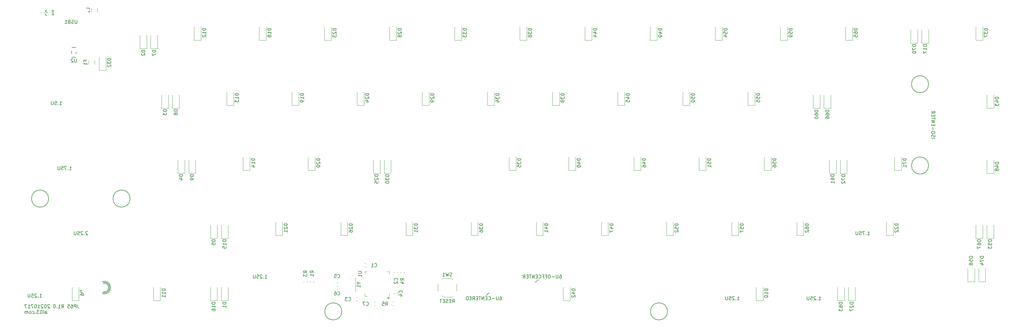
<source format=gbo>
G04 #@! TF.GenerationSoftware,KiCad,Pcbnew,(5.1.4)-1*
G04 #@! TF.CreationDate,2021-07-17T18:01:22+09:00*
G04 #@! TF.ProjectId,JP65,4a503635-2e6b-4696-9361-645f70636258,rev?*
G04 #@! TF.SameCoordinates,Original*
G04 #@! TF.FileFunction,Legend,Bot*
G04 #@! TF.FilePolarity,Positive*
%FSLAX46Y46*%
G04 Gerber Fmt 4.6, Leading zero omitted, Abs format (unit mm)*
G04 Created by KiCad (PCBNEW (5.1.4)-1) date 2021-07-17 18:01:22*
%MOMM*%
%LPD*%
G04 APERTURE LIST*
%ADD10C,0.150000*%
%ADD11C,0.120000*%
%ADD12C,0.010000*%
%ADD13C,6.400000*%
%ADD14R,2.950000X2.900000*%
%ADD15C,2.150000*%
%ADD16C,3.400000*%
%ADD17C,4.387800*%
%ADD18R,1.600000X1.300000*%
%ADD19C,0.100000*%
%ADD20C,1.275000*%
%ADD21R,1.100000X1.400000*%
%ADD22R,1.100000X1.000000*%
%ADD23R,1.000000X1.850000*%
%ADD24R,0.700000X1.850000*%
%ADD25C,1.050000*%
%ADD26O,1.400000X2.500000*%
%ADD27O,1.400000X2.000000*%
%ADD28C,1.650000*%
%ADD29C,3.448000*%
%ADD30R,2.900000X2.950000*%
%ADD31C,0.650000*%
%ADD32C,5.600000*%
%ADD33R,2.100000X1.400000*%
%ADD34R,1.600000X1.800000*%
G04 APERTURE END LIST*
D10*
X376078571Y-242546130D02*
X376650000Y-242546130D01*
X376364285Y-242546130D02*
X376364285Y-241546130D01*
X376459523Y-241688988D01*
X376554761Y-241784226D01*
X376650000Y-241831845D01*
X375650000Y-242450892D02*
X375602380Y-242498511D01*
X375650000Y-242546130D01*
X375697619Y-242498511D01*
X375650000Y-242450892D01*
X375650000Y-242546130D01*
X375269047Y-241546130D02*
X374602380Y-241546130D01*
X375030952Y-242546130D01*
X373745238Y-241546130D02*
X374221428Y-241546130D01*
X374269047Y-242022321D01*
X374221428Y-241974702D01*
X374126190Y-241927083D01*
X373888095Y-241927083D01*
X373792857Y-241974702D01*
X373745238Y-242022321D01*
X373697619Y-242117559D01*
X373697619Y-242355654D01*
X373745238Y-242450892D01*
X373792857Y-242498511D01*
X373888095Y-242546130D01*
X374126190Y-242546130D01*
X374221428Y-242498511D01*
X374269047Y-242450892D01*
X373269047Y-241546130D02*
X373269047Y-242355654D01*
X373221428Y-242450892D01*
X373173809Y-242498511D01*
X373078571Y-242546130D01*
X372888095Y-242546130D01*
X372792857Y-242498511D01*
X372745238Y-242450892D01*
X372697619Y-242355654D01*
X372697619Y-241546130D01*
X154758000Y-257968750D02*
G75*
G03X154758000Y-257968750I-1850000J0D01*
G01*
X154458000Y-257968750D02*
G75*
G03X154458000Y-257968750I-1550000J0D01*
G01*
X154158000Y-257968750D02*
G75*
G03X154158000Y-257968750I-1250000J0D01*
G01*
X361791071Y-261596130D02*
X362362500Y-261596130D01*
X362076785Y-261596130D02*
X362076785Y-260596130D01*
X362172023Y-260738988D01*
X362267261Y-260834226D01*
X362362500Y-260881845D01*
X361362500Y-261500892D02*
X361314880Y-261548511D01*
X361362500Y-261596130D01*
X361410119Y-261548511D01*
X361362500Y-261500892D01*
X361362500Y-261596130D01*
X360933928Y-260691369D02*
X360886309Y-260643750D01*
X360791071Y-260596130D01*
X360552976Y-260596130D01*
X360457738Y-260643750D01*
X360410119Y-260691369D01*
X360362500Y-260786607D01*
X360362500Y-260881845D01*
X360410119Y-261024702D01*
X360981547Y-261596130D01*
X360362500Y-261596130D01*
X359457738Y-260596130D02*
X359933928Y-260596130D01*
X359981547Y-261072321D01*
X359933928Y-261024702D01*
X359838690Y-260977083D01*
X359600595Y-260977083D01*
X359505357Y-261024702D01*
X359457738Y-261072321D01*
X359410119Y-261167559D01*
X359410119Y-261405654D01*
X359457738Y-261500892D01*
X359505357Y-261548511D01*
X359600595Y-261596130D01*
X359838690Y-261596130D01*
X359933928Y-261548511D01*
X359981547Y-261500892D01*
X358981547Y-260596130D02*
X358981547Y-261405654D01*
X358933928Y-261500892D01*
X358886309Y-261548511D01*
X358791071Y-261596130D01*
X358600595Y-261596130D01*
X358505357Y-261548511D01*
X358457738Y-261500892D01*
X358410119Y-261405654D01*
X358410119Y-260596130D01*
X199866071Y-255246130D02*
X200437500Y-255246130D01*
X200151785Y-255246130D02*
X200151785Y-254246130D01*
X200247023Y-254388988D01*
X200342261Y-254484226D01*
X200437500Y-254531845D01*
X199437500Y-255150892D02*
X199389880Y-255198511D01*
X199437500Y-255246130D01*
X199485119Y-255198511D01*
X199437500Y-255150892D01*
X199437500Y-255246130D01*
X199008928Y-254341369D02*
X198961309Y-254293750D01*
X198866071Y-254246130D01*
X198627976Y-254246130D01*
X198532738Y-254293750D01*
X198485119Y-254341369D01*
X198437500Y-254436607D01*
X198437500Y-254531845D01*
X198485119Y-254674702D01*
X199056547Y-255246130D01*
X198437500Y-255246130D01*
X197532738Y-254246130D02*
X198008928Y-254246130D01*
X198056547Y-254722321D01*
X198008928Y-254674702D01*
X197913690Y-254627083D01*
X197675595Y-254627083D01*
X197580357Y-254674702D01*
X197532738Y-254722321D01*
X197485119Y-254817559D01*
X197485119Y-255055654D01*
X197532738Y-255150892D01*
X197580357Y-255198511D01*
X197675595Y-255246130D01*
X197913690Y-255246130D01*
X198008928Y-255198511D01*
X198056547Y-255150892D01*
X197056547Y-254246130D02*
X197056547Y-255055654D01*
X197008928Y-255150892D01*
X196961309Y-255198511D01*
X196866071Y-255246130D01*
X196675595Y-255246130D01*
X196580357Y-255198511D01*
X196532738Y-255150892D01*
X196485119Y-255055654D01*
X196485119Y-254246130D01*
X264636250Y-260254750D02*
X265430000Y-259461000D01*
X279781000Y-255651000D02*
X278987250Y-256444750D01*
X286130357Y-254246130D02*
X286320833Y-254246130D01*
X286416071Y-254293750D01*
X286463690Y-254341369D01*
X286558928Y-254484226D01*
X286606547Y-254674702D01*
X286606547Y-255055654D01*
X286558928Y-255150892D01*
X286511309Y-255198511D01*
X286416071Y-255246130D01*
X286225595Y-255246130D01*
X286130357Y-255198511D01*
X286082738Y-255150892D01*
X286035119Y-255055654D01*
X286035119Y-254817559D01*
X286082738Y-254722321D01*
X286130357Y-254674702D01*
X286225595Y-254627083D01*
X286416071Y-254627083D01*
X286511309Y-254674702D01*
X286558928Y-254722321D01*
X286606547Y-254817559D01*
X285606547Y-254246130D02*
X285606547Y-255055654D01*
X285558928Y-255150892D01*
X285511309Y-255198511D01*
X285416071Y-255246130D01*
X285225595Y-255246130D01*
X285130357Y-255198511D01*
X285082738Y-255150892D01*
X285035119Y-255055654D01*
X285035119Y-254246130D01*
X284558928Y-254865178D02*
X283797023Y-254865178D01*
X283130357Y-254246130D02*
X282939880Y-254246130D01*
X282844642Y-254293750D01*
X282749404Y-254388988D01*
X282701785Y-254579464D01*
X282701785Y-254912797D01*
X282749404Y-255103273D01*
X282844642Y-255198511D01*
X282939880Y-255246130D01*
X283130357Y-255246130D01*
X283225595Y-255198511D01*
X283320833Y-255103273D01*
X283368452Y-254912797D01*
X283368452Y-254579464D01*
X283320833Y-254388988D01*
X283225595Y-254293750D01*
X283130357Y-254246130D01*
X281939880Y-254722321D02*
X282273214Y-254722321D01*
X282273214Y-255246130D02*
X282273214Y-254246130D01*
X281797023Y-254246130D01*
X281082738Y-254722321D02*
X281416071Y-254722321D01*
X281416071Y-255246130D02*
X281416071Y-254246130D01*
X280939880Y-254246130D01*
X279987500Y-255150892D02*
X280035119Y-255198511D01*
X280177976Y-255246130D01*
X280273214Y-255246130D01*
X280416071Y-255198511D01*
X280511309Y-255103273D01*
X280558928Y-255008035D01*
X280606547Y-254817559D01*
X280606547Y-254674702D01*
X280558928Y-254484226D01*
X280511309Y-254388988D01*
X280416071Y-254293750D01*
X280273214Y-254246130D01*
X280177976Y-254246130D01*
X280035119Y-254293750D01*
X279987500Y-254341369D01*
X279558928Y-254722321D02*
X279225595Y-254722321D01*
X279082738Y-255246130D02*
X279558928Y-255246130D01*
X279558928Y-254246130D01*
X279082738Y-254246130D01*
X278654166Y-255246130D02*
X278654166Y-254246130D01*
X278082738Y-255246130D01*
X278082738Y-254246130D01*
X277749404Y-254246130D02*
X277177976Y-254246130D01*
X277463690Y-255246130D02*
X277463690Y-254246130D01*
X276844642Y-254722321D02*
X276511309Y-254722321D01*
X276368452Y-255246130D02*
X276844642Y-255246130D01*
X276844642Y-254246130D01*
X276368452Y-254246130D01*
X275368452Y-255246130D02*
X275701785Y-254769940D01*
X275939880Y-255246130D02*
X275939880Y-254246130D01*
X275558928Y-254246130D01*
X275463690Y-254293750D01*
X275416071Y-254341369D01*
X275368452Y-254436607D01*
X275368452Y-254579464D01*
X275416071Y-254674702D01*
X275463690Y-254722321D01*
X275558928Y-254769940D01*
X275939880Y-254769940D01*
X394835119Y-214272321D02*
X395835119Y-214272321D01*
X394882738Y-213843750D02*
X394835119Y-213700892D01*
X394835119Y-213462797D01*
X394882738Y-213367559D01*
X394930357Y-213319940D01*
X395025595Y-213272321D01*
X395120833Y-213272321D01*
X395216071Y-213319940D01*
X395263690Y-213367559D01*
X395311309Y-213462797D01*
X395358928Y-213653273D01*
X395406547Y-213748511D01*
X395454166Y-213796130D01*
X395549404Y-213843750D01*
X395644642Y-213843750D01*
X395739880Y-213796130D01*
X395787500Y-213748511D01*
X395835119Y-213653273D01*
X395835119Y-213415178D01*
X395787500Y-213272321D01*
X395835119Y-212653273D02*
X395835119Y-212462797D01*
X395787500Y-212367559D01*
X395692261Y-212272321D01*
X395501785Y-212224702D01*
X395168452Y-212224702D01*
X394977976Y-212272321D01*
X394882738Y-212367559D01*
X394835119Y-212462797D01*
X394835119Y-212653273D01*
X394882738Y-212748511D01*
X394977976Y-212843750D01*
X395168452Y-212891369D01*
X395501785Y-212891369D01*
X395692261Y-212843750D01*
X395787500Y-212748511D01*
X395835119Y-212653273D01*
X395216071Y-211796130D02*
X395216071Y-211034226D01*
X395358928Y-210558035D02*
X395358928Y-210224702D01*
X394835119Y-210081845D02*
X394835119Y-210558035D01*
X395835119Y-210558035D01*
X395835119Y-210081845D01*
X394835119Y-209653273D02*
X395835119Y-209653273D01*
X394835119Y-209081845D01*
X395835119Y-209081845D01*
X395835119Y-208748511D02*
X395835119Y-208177083D01*
X394835119Y-208462797D02*
X395835119Y-208462797D01*
X395358928Y-207843750D02*
X395358928Y-207510416D01*
X394835119Y-207367559D02*
X394835119Y-207843750D01*
X395835119Y-207843750D01*
X395835119Y-207367559D01*
X394835119Y-206367559D02*
X395311309Y-206700892D01*
X394835119Y-206938988D02*
X395835119Y-206938988D01*
X395835119Y-206558035D01*
X395787500Y-206462797D01*
X395739880Y-206415178D01*
X395644642Y-206367559D01*
X395501785Y-206367559D01*
X395406547Y-206415178D01*
X395358928Y-206462797D01*
X395311309Y-206558035D01*
X395311309Y-206938988D01*
X139858630Y-204446130D02*
X140430059Y-204446130D01*
X140144345Y-204446130D02*
X140144345Y-203446130D01*
X140239583Y-203588988D01*
X140334821Y-203684226D01*
X140430059Y-203731845D01*
X139430059Y-204350892D02*
X139382440Y-204398511D01*
X139430059Y-204446130D01*
X139477678Y-204398511D01*
X139430059Y-204350892D01*
X139430059Y-204446130D01*
X138477678Y-203446130D02*
X138953869Y-203446130D01*
X139001488Y-203922321D01*
X138953869Y-203874702D01*
X138858630Y-203827083D01*
X138620535Y-203827083D01*
X138525297Y-203874702D01*
X138477678Y-203922321D01*
X138430059Y-204017559D01*
X138430059Y-204255654D01*
X138477678Y-204350892D01*
X138525297Y-204398511D01*
X138620535Y-204446130D01*
X138858630Y-204446130D01*
X138953869Y-204398511D01*
X139001488Y-204350892D01*
X138001488Y-203446130D02*
X138001488Y-204255654D01*
X137953869Y-204350892D01*
X137906250Y-204398511D01*
X137811011Y-204446130D01*
X137620535Y-204446130D01*
X137525297Y-204398511D01*
X137477678Y-204350892D01*
X137430059Y-204255654D01*
X137430059Y-203446130D01*
X142716071Y-223496130D02*
X143287500Y-223496130D01*
X143001785Y-223496130D02*
X143001785Y-222496130D01*
X143097023Y-222638988D01*
X143192261Y-222734226D01*
X143287500Y-222781845D01*
X142287500Y-223400892D02*
X142239880Y-223448511D01*
X142287500Y-223496130D01*
X142335119Y-223448511D01*
X142287500Y-223400892D01*
X142287500Y-223496130D01*
X141906547Y-222496130D02*
X141239880Y-222496130D01*
X141668452Y-223496130D01*
X140382738Y-222496130D02*
X140858928Y-222496130D01*
X140906547Y-222972321D01*
X140858928Y-222924702D01*
X140763690Y-222877083D01*
X140525595Y-222877083D01*
X140430357Y-222924702D01*
X140382738Y-222972321D01*
X140335119Y-223067559D01*
X140335119Y-223305654D01*
X140382738Y-223400892D01*
X140430357Y-223448511D01*
X140525595Y-223496130D01*
X140763690Y-223496130D01*
X140858928Y-223448511D01*
X140906547Y-223400892D01*
X139906547Y-222496130D02*
X139906547Y-223305654D01*
X139858928Y-223400892D01*
X139811309Y-223448511D01*
X139716071Y-223496130D01*
X139525595Y-223496130D01*
X139430357Y-223448511D01*
X139382738Y-223400892D01*
X139335119Y-223305654D01*
X139335119Y-222496130D01*
X148050000Y-241641369D02*
X148002380Y-241593750D01*
X147907142Y-241546130D01*
X147669047Y-241546130D01*
X147573809Y-241593750D01*
X147526190Y-241641369D01*
X147478571Y-241736607D01*
X147478571Y-241831845D01*
X147526190Y-241974702D01*
X148097619Y-242546130D01*
X147478571Y-242546130D01*
X147050000Y-242450892D02*
X147002380Y-242498511D01*
X147050000Y-242546130D01*
X147097619Y-242498511D01*
X147050000Y-242450892D01*
X147050000Y-242546130D01*
X146621428Y-241641369D02*
X146573809Y-241593750D01*
X146478571Y-241546130D01*
X146240476Y-241546130D01*
X146145238Y-241593750D01*
X146097619Y-241641369D01*
X146050000Y-241736607D01*
X146050000Y-241831845D01*
X146097619Y-241974702D01*
X146669047Y-242546130D01*
X146050000Y-242546130D01*
X145145238Y-241546130D02*
X145621428Y-241546130D01*
X145669047Y-242022321D01*
X145621428Y-241974702D01*
X145526190Y-241927083D01*
X145288095Y-241927083D01*
X145192857Y-241974702D01*
X145145238Y-242022321D01*
X145097619Y-242117559D01*
X145097619Y-242355654D01*
X145145238Y-242450892D01*
X145192857Y-242498511D01*
X145288095Y-242546130D01*
X145526190Y-242546130D01*
X145621428Y-242498511D01*
X145669047Y-242450892D01*
X144669047Y-241546130D02*
X144669047Y-242355654D01*
X144621428Y-242450892D01*
X144573809Y-242498511D01*
X144478571Y-242546130D01*
X144288095Y-242546130D01*
X144192857Y-242498511D01*
X144145238Y-242450892D01*
X144097619Y-242355654D01*
X144097619Y-241546130D01*
X133984821Y-260802380D02*
X134556250Y-260802380D01*
X134270535Y-260802380D02*
X134270535Y-259802380D01*
X134365773Y-259945238D01*
X134461011Y-260040476D01*
X134556250Y-260088095D01*
X133556250Y-260707142D02*
X133508630Y-260754761D01*
X133556250Y-260802380D01*
X133603869Y-260754761D01*
X133556250Y-260707142D01*
X133556250Y-260802380D01*
X133127678Y-259897619D02*
X133080059Y-259850000D01*
X132984821Y-259802380D01*
X132746726Y-259802380D01*
X132651488Y-259850000D01*
X132603869Y-259897619D01*
X132556250Y-259992857D01*
X132556250Y-260088095D01*
X132603869Y-260230952D01*
X133175297Y-260802380D01*
X132556250Y-260802380D01*
X131651488Y-259802380D02*
X132127678Y-259802380D01*
X132175297Y-260278571D01*
X132127678Y-260230952D01*
X132032440Y-260183333D01*
X131794345Y-260183333D01*
X131699107Y-260230952D01*
X131651488Y-260278571D01*
X131603869Y-260373809D01*
X131603869Y-260611904D01*
X131651488Y-260707142D01*
X131699107Y-260754761D01*
X131794345Y-260802380D01*
X132032440Y-260802380D01*
X132127678Y-260754761D01*
X132175297Y-260707142D01*
X131175297Y-259802380D02*
X131175297Y-260611904D01*
X131127678Y-260707142D01*
X131080059Y-260754761D01*
X130984821Y-260802380D01*
X130794345Y-260802380D01*
X130699107Y-260754761D01*
X130651488Y-260707142D01*
X130603869Y-260611904D01*
X130603869Y-259802380D01*
X337978571Y-261596130D02*
X338550000Y-261596130D01*
X338264285Y-261596130D02*
X338264285Y-260596130D01*
X338359523Y-260738988D01*
X338454761Y-260834226D01*
X338550000Y-260881845D01*
X337550000Y-261500892D02*
X337502380Y-261548511D01*
X337550000Y-261596130D01*
X337597619Y-261548511D01*
X337550000Y-261500892D01*
X337550000Y-261596130D01*
X337121428Y-260691369D02*
X337073809Y-260643750D01*
X336978571Y-260596130D01*
X336740476Y-260596130D01*
X336645238Y-260643750D01*
X336597619Y-260691369D01*
X336550000Y-260786607D01*
X336550000Y-260881845D01*
X336597619Y-261024702D01*
X337169047Y-261596130D01*
X336550000Y-261596130D01*
X335645238Y-260596130D02*
X336121428Y-260596130D01*
X336169047Y-261072321D01*
X336121428Y-261024702D01*
X336026190Y-260977083D01*
X335788095Y-260977083D01*
X335692857Y-261024702D01*
X335645238Y-261072321D01*
X335597619Y-261167559D01*
X335597619Y-261405654D01*
X335645238Y-261500892D01*
X335692857Y-261548511D01*
X335788095Y-261596130D01*
X336026190Y-261596130D01*
X336121428Y-261548511D01*
X336169047Y-261500892D01*
X335169047Y-260596130D02*
X335169047Y-261405654D01*
X335121428Y-261500892D01*
X335073809Y-261548511D01*
X334978571Y-261596130D01*
X334788095Y-261596130D01*
X334692857Y-261548511D01*
X334645238Y-261500892D01*
X334597619Y-261405654D01*
X334597619Y-260596130D01*
X268620285Y-260596130D02*
X268810761Y-260596130D01*
X268906000Y-260643750D01*
X268953619Y-260691369D01*
X269048857Y-260834226D01*
X269096476Y-261024702D01*
X269096476Y-261405654D01*
X269048857Y-261500892D01*
X269001238Y-261548511D01*
X268906000Y-261596130D01*
X268715523Y-261596130D01*
X268620285Y-261548511D01*
X268572666Y-261500892D01*
X268525047Y-261405654D01*
X268525047Y-261167559D01*
X268572666Y-261072321D01*
X268620285Y-261024702D01*
X268715523Y-260977083D01*
X268906000Y-260977083D01*
X269001238Y-261024702D01*
X269048857Y-261072321D01*
X269096476Y-261167559D01*
X268096476Y-260596130D02*
X268096476Y-261405654D01*
X268048857Y-261500892D01*
X268001238Y-261548511D01*
X267906000Y-261596130D01*
X267715523Y-261596130D01*
X267620285Y-261548511D01*
X267572666Y-261500892D01*
X267525047Y-261405654D01*
X267525047Y-260596130D01*
X267048857Y-261215178D02*
X266286952Y-261215178D01*
X265239333Y-261500892D02*
X265286952Y-261548511D01*
X265429809Y-261596130D01*
X265525047Y-261596130D01*
X265667904Y-261548511D01*
X265763142Y-261453273D01*
X265810761Y-261358035D01*
X265858380Y-261167559D01*
X265858380Y-261024702D01*
X265810761Y-260834226D01*
X265763142Y-260738988D01*
X265667904Y-260643750D01*
X265525047Y-260596130D01*
X265429809Y-260596130D01*
X265286952Y-260643750D01*
X265239333Y-260691369D01*
X264810761Y-261072321D02*
X264477428Y-261072321D01*
X264334571Y-261596130D02*
X264810761Y-261596130D01*
X264810761Y-260596130D01*
X264334571Y-260596130D01*
X263906000Y-261596130D02*
X263906000Y-260596130D01*
X263334571Y-261596130D01*
X263334571Y-260596130D01*
X263001238Y-260596130D02*
X262429809Y-260596130D01*
X262715523Y-261596130D02*
X262715523Y-260596130D01*
X262096476Y-261072321D02*
X261763142Y-261072321D01*
X261620285Y-261596130D02*
X262096476Y-261596130D01*
X262096476Y-260596130D01*
X261620285Y-260596130D01*
X260620285Y-261596130D02*
X260953619Y-261119940D01*
X261191714Y-261596130D02*
X261191714Y-260596130D01*
X260810761Y-260596130D01*
X260715523Y-260643750D01*
X260667904Y-260691369D01*
X260620285Y-260786607D01*
X260620285Y-260929464D01*
X260667904Y-261024702D01*
X260715523Y-261072321D01*
X260810761Y-261119940D01*
X261191714Y-261119940D01*
X260191714Y-261072321D02*
X259858380Y-261072321D01*
X259715523Y-261596130D02*
X260191714Y-261596130D01*
X260191714Y-260596130D01*
X259715523Y-260596130D01*
X259286952Y-261596130D02*
X259286952Y-260596130D01*
X259048857Y-260596130D01*
X258906000Y-260643750D01*
X258810761Y-260738988D01*
X258763142Y-260834226D01*
X258715523Y-261024702D01*
X258715523Y-261167559D01*
X258763142Y-261358035D01*
X258810761Y-261453273D01*
X258906000Y-261548511D01*
X259048857Y-261596130D01*
X259286952Y-261596130D01*
X254658630Y-262389880D02*
X254991964Y-261913690D01*
X255230059Y-262389880D02*
X255230059Y-261389880D01*
X254849107Y-261389880D01*
X254753869Y-261437500D01*
X254706250Y-261485119D01*
X254658630Y-261580357D01*
X254658630Y-261723214D01*
X254706250Y-261818452D01*
X254753869Y-261866071D01*
X254849107Y-261913690D01*
X255230059Y-261913690D01*
X254230059Y-261866071D02*
X253896726Y-261866071D01*
X253753869Y-262389880D02*
X254230059Y-262389880D01*
X254230059Y-261389880D01*
X253753869Y-261389880D01*
X253372916Y-262342261D02*
X253230059Y-262389880D01*
X252991964Y-262389880D01*
X252896726Y-262342261D01*
X252849107Y-262294642D01*
X252801488Y-262199404D01*
X252801488Y-262104166D01*
X252849107Y-262008928D01*
X252896726Y-261961309D01*
X252991964Y-261913690D01*
X253182440Y-261866071D01*
X253277678Y-261818452D01*
X253325297Y-261770833D01*
X253372916Y-261675595D01*
X253372916Y-261580357D01*
X253325297Y-261485119D01*
X253277678Y-261437500D01*
X253182440Y-261389880D01*
X252944345Y-261389880D01*
X252801488Y-261437500D01*
X252372916Y-261866071D02*
X252039583Y-261866071D01*
X251896726Y-262389880D02*
X252372916Y-262389880D01*
X252372916Y-261389880D01*
X251896726Y-261389880D01*
X251611011Y-261389880D02*
X251039583Y-261389880D01*
X251325297Y-262389880D02*
X251325297Y-261389880D01*
X145145416Y-262946130D02*
X145145416Y-263660416D01*
X145193035Y-263803273D01*
X145288273Y-263898511D01*
X145431130Y-263946130D01*
X145526369Y-263946130D01*
X144669226Y-263946130D02*
X144669226Y-262946130D01*
X144288273Y-262946130D01*
X144193035Y-262993750D01*
X144145416Y-263041369D01*
X144097797Y-263136607D01*
X144097797Y-263279464D01*
X144145416Y-263374702D01*
X144193035Y-263422321D01*
X144288273Y-263469940D01*
X144669226Y-263469940D01*
X143240654Y-262946130D02*
X143431130Y-262946130D01*
X143526369Y-262993750D01*
X143573988Y-263041369D01*
X143669226Y-263184226D01*
X143716845Y-263374702D01*
X143716845Y-263755654D01*
X143669226Y-263850892D01*
X143621607Y-263898511D01*
X143526369Y-263946130D01*
X143335892Y-263946130D01*
X143240654Y-263898511D01*
X143193035Y-263850892D01*
X143145416Y-263755654D01*
X143145416Y-263517559D01*
X143193035Y-263422321D01*
X143240654Y-263374702D01*
X143335892Y-263327083D01*
X143526369Y-263327083D01*
X143621607Y-263374702D01*
X143669226Y-263422321D01*
X143716845Y-263517559D01*
X142240654Y-262946130D02*
X142716845Y-262946130D01*
X142764464Y-263422321D01*
X142716845Y-263374702D01*
X142621607Y-263327083D01*
X142383511Y-263327083D01*
X142288273Y-263374702D01*
X142240654Y-263422321D01*
X142193035Y-263517559D01*
X142193035Y-263755654D01*
X142240654Y-263850892D01*
X142288273Y-263898511D01*
X142383511Y-263946130D01*
X142621607Y-263946130D01*
X142716845Y-263898511D01*
X142764464Y-263850892D01*
X140431130Y-263946130D02*
X140764464Y-263469940D01*
X141002559Y-263946130D02*
X141002559Y-262946130D01*
X140621607Y-262946130D01*
X140526369Y-262993750D01*
X140478750Y-263041369D01*
X140431130Y-263136607D01*
X140431130Y-263279464D01*
X140478750Y-263374702D01*
X140526369Y-263422321D01*
X140621607Y-263469940D01*
X141002559Y-263469940D01*
X139478750Y-263946130D02*
X140050178Y-263946130D01*
X139764464Y-263946130D02*
X139764464Y-262946130D01*
X139859702Y-263088988D01*
X139954940Y-263184226D01*
X140050178Y-263231845D01*
X139050178Y-263850892D02*
X139002559Y-263898511D01*
X139050178Y-263946130D01*
X139097797Y-263898511D01*
X139050178Y-263850892D01*
X139050178Y-263946130D01*
X138383511Y-262946130D02*
X138288273Y-262946130D01*
X138193035Y-262993750D01*
X138145416Y-263041369D01*
X138097797Y-263136607D01*
X138050178Y-263327083D01*
X138050178Y-263565178D01*
X138097797Y-263755654D01*
X138145416Y-263850892D01*
X138193035Y-263898511D01*
X138288273Y-263946130D01*
X138383511Y-263946130D01*
X138478750Y-263898511D01*
X138526369Y-263850892D01*
X138573988Y-263755654D01*
X138621607Y-263565178D01*
X138621607Y-263327083D01*
X138573988Y-263136607D01*
X138526369Y-263041369D01*
X138478750Y-262993750D01*
X138383511Y-262946130D01*
X136907321Y-263041369D02*
X136859702Y-262993750D01*
X136764464Y-262946130D01*
X136526369Y-262946130D01*
X136431130Y-262993750D01*
X136383511Y-263041369D01*
X136335892Y-263136607D01*
X136335892Y-263231845D01*
X136383511Y-263374702D01*
X136954940Y-263946130D01*
X136335892Y-263946130D01*
X135716845Y-262946130D02*
X135621607Y-262946130D01*
X135526369Y-262993750D01*
X135478750Y-263041369D01*
X135431130Y-263136607D01*
X135383511Y-263327083D01*
X135383511Y-263565178D01*
X135431130Y-263755654D01*
X135478750Y-263850892D01*
X135526369Y-263898511D01*
X135621607Y-263946130D01*
X135716845Y-263946130D01*
X135812083Y-263898511D01*
X135859702Y-263850892D01*
X135907321Y-263755654D01*
X135954940Y-263565178D01*
X135954940Y-263327083D01*
X135907321Y-263136607D01*
X135859702Y-263041369D01*
X135812083Y-262993750D01*
X135716845Y-262946130D01*
X135002559Y-263041369D02*
X134954940Y-262993750D01*
X134859702Y-262946130D01*
X134621607Y-262946130D01*
X134526369Y-262993750D01*
X134478750Y-263041369D01*
X134431130Y-263136607D01*
X134431130Y-263231845D01*
X134478750Y-263374702D01*
X135050178Y-263946130D01*
X134431130Y-263946130D01*
X133478750Y-263946130D02*
X134050178Y-263946130D01*
X133764464Y-263946130D02*
X133764464Y-262946130D01*
X133859702Y-263088988D01*
X133954940Y-263184226D01*
X134050178Y-263231845D01*
X132859702Y-262946130D02*
X132764464Y-262946130D01*
X132669226Y-262993750D01*
X132621607Y-263041369D01*
X132573988Y-263136607D01*
X132526369Y-263327083D01*
X132526369Y-263565178D01*
X132573988Y-263755654D01*
X132621607Y-263850892D01*
X132669226Y-263898511D01*
X132764464Y-263946130D01*
X132859702Y-263946130D01*
X132954940Y-263898511D01*
X133002559Y-263850892D01*
X133050178Y-263755654D01*
X133097797Y-263565178D01*
X133097797Y-263327083D01*
X133050178Y-263136607D01*
X133002559Y-263041369D01*
X132954940Y-262993750D01*
X132859702Y-262946130D01*
X132193035Y-262946130D02*
X131526369Y-262946130D01*
X131954940Y-263946130D01*
X130621607Y-263946130D02*
X131193035Y-263946130D01*
X130907321Y-263946130D02*
X130907321Y-262946130D01*
X131002559Y-263088988D01*
X131097797Y-263184226D01*
X131193035Y-263231845D01*
X130288273Y-262946130D02*
X129621607Y-262946130D01*
X130050178Y-263946130D01*
X135669226Y-265596130D02*
X135669226Y-265072321D01*
X135716845Y-264977083D01*
X135812083Y-264929464D01*
X136002559Y-264929464D01*
X136097797Y-264977083D01*
X135669226Y-265548511D02*
X135764464Y-265596130D01*
X136002559Y-265596130D01*
X136097797Y-265548511D01*
X136145416Y-265453273D01*
X136145416Y-265358035D01*
X136097797Y-265262797D01*
X136002559Y-265215178D01*
X135764464Y-265215178D01*
X135669226Y-265167559D01*
X135193035Y-265596130D02*
X135193035Y-264929464D01*
X135193035Y-264596130D02*
X135240654Y-264643750D01*
X135193035Y-264691369D01*
X135145416Y-264643750D01*
X135193035Y-264596130D01*
X135193035Y-264691369D01*
X134526369Y-264596130D02*
X134431130Y-264596130D01*
X134335892Y-264643750D01*
X134288273Y-264691369D01*
X134240654Y-264786607D01*
X134193035Y-264977083D01*
X134193035Y-265215178D01*
X134240654Y-265405654D01*
X134288273Y-265500892D01*
X134335892Y-265548511D01*
X134431130Y-265596130D01*
X134526369Y-265596130D01*
X134621607Y-265548511D01*
X134669226Y-265500892D01*
X134716845Y-265405654D01*
X134764464Y-265215178D01*
X134764464Y-264977083D01*
X134716845Y-264786607D01*
X134669226Y-264691369D01*
X134621607Y-264643750D01*
X134526369Y-264596130D01*
X133859702Y-264596130D02*
X133240654Y-264596130D01*
X133573988Y-264977083D01*
X133431130Y-264977083D01*
X133335892Y-265024702D01*
X133288273Y-265072321D01*
X133240654Y-265167559D01*
X133240654Y-265405654D01*
X133288273Y-265500892D01*
X133335892Y-265548511D01*
X133431130Y-265596130D01*
X133716845Y-265596130D01*
X133812083Y-265548511D01*
X133859702Y-265500892D01*
X132812083Y-265500892D02*
X132764464Y-265548511D01*
X132812083Y-265596130D01*
X132859702Y-265548511D01*
X132812083Y-265500892D01*
X132812083Y-265596130D01*
X131907321Y-265548511D02*
X132002559Y-265596130D01*
X132193035Y-265596130D01*
X132288273Y-265548511D01*
X132335892Y-265500892D01*
X132383511Y-265405654D01*
X132383511Y-265119940D01*
X132335892Y-265024702D01*
X132288273Y-264977083D01*
X132193035Y-264929464D01*
X132002559Y-264929464D01*
X131907321Y-264977083D01*
X131335892Y-265596130D02*
X131431130Y-265548511D01*
X131478750Y-265500892D01*
X131526369Y-265405654D01*
X131526369Y-265119940D01*
X131478750Y-265024702D01*
X131431130Y-264977083D01*
X131335892Y-264929464D01*
X131193035Y-264929464D01*
X131097797Y-264977083D01*
X131050178Y-265024702D01*
X131002559Y-265119940D01*
X131002559Y-265405654D01*
X131050178Y-265500892D01*
X131097797Y-265548511D01*
X131193035Y-265596130D01*
X131335892Y-265596130D01*
X130573988Y-265596130D02*
X130573988Y-264929464D01*
X130573988Y-265024702D02*
X130526369Y-264977083D01*
X130431130Y-264929464D01*
X130288273Y-264929464D01*
X130193035Y-264977083D01*
X130145416Y-265072321D01*
X130145416Y-265596130D01*
X130145416Y-265072321D02*
X130097797Y-264977083D01*
X130002559Y-264929464D01*
X129859702Y-264929464D01*
X129764464Y-264977083D01*
X129716845Y-265072321D01*
X129716845Y-265596130D01*
X393937500Y-222250000D02*
G75*
G03X393937500Y-222250000I-2500000J0D01*
G01*
X317612400Y-264947400D02*
G75*
G03X317612400Y-264947400I-2500000J0D01*
G01*
X222362400Y-264947400D02*
G75*
G03X222362400Y-264947400I-2500000J0D01*
G01*
X136637400Y-231927400D02*
G75*
G03X136637400Y-231927400I-2500000J0D01*
G01*
X160462600Y-231927400D02*
G75*
G03X160462600Y-231927400I-2500000J0D01*
G01*
X393937500Y-198437500D02*
G75*
G03X393937500Y-198437500I-2500000J0D01*
G01*
X236251750Y-261016750D02*
G75*
G03X236251750Y-261016750I-222250J0D01*
G01*
D11*
X410575000Y-256250000D02*
X410575000Y-252350000D01*
X408575000Y-256250000D02*
X408575000Y-252350000D01*
X410575000Y-256250000D02*
X408575000Y-256250000D01*
X409781250Y-243550000D02*
X409781250Y-239650000D01*
X407781250Y-243550000D02*
X407781250Y-239650000D01*
X409781250Y-243550000D02*
X407781250Y-243550000D01*
X369300000Y-261806250D02*
X369300000Y-257906250D01*
X367300000Y-261806250D02*
X367300000Y-257906250D01*
X369300000Y-261806250D02*
X367300000Y-261806250D01*
X372475000Y-261806250D02*
X372475000Y-257906250D01*
X370475000Y-261806250D02*
X370475000Y-257906250D01*
X372475000Y-261806250D02*
X370475000Y-261806250D01*
X383587500Y-242756250D02*
X383587500Y-238856250D01*
X381587500Y-242756250D02*
X381587500Y-238856250D01*
X383587500Y-242756250D02*
X381587500Y-242756250D01*
X407400000Y-256250000D02*
X407400000Y-252350000D01*
X405400000Y-256250000D02*
X405400000Y-252350000D01*
X407400000Y-256250000D02*
X405400000Y-256250000D01*
X412956250Y-243550000D02*
X412956250Y-239650000D01*
X410956250Y-243550000D02*
X410956250Y-239650000D01*
X412956250Y-243550000D02*
X410956250Y-243550000D01*
X412956250Y-224500000D02*
X412956250Y-220600000D01*
X410956250Y-224500000D02*
X410956250Y-220600000D01*
X412956250Y-224500000D02*
X410956250Y-224500000D01*
X412956250Y-205450000D02*
X412956250Y-201550000D01*
X410956250Y-205450000D02*
X410956250Y-201550000D01*
X412956250Y-205450000D02*
X410956250Y-205450000D01*
X409781250Y-185606250D02*
X409781250Y-181706250D01*
X407781250Y-185606250D02*
X407781250Y-181706250D01*
X409781250Y-185606250D02*
X407781250Y-185606250D01*
X211199000Y-256544029D02*
X211199000Y-256218471D01*
X212219000Y-256544029D02*
X212219000Y-256218471D01*
X213135750Y-256544029D02*
X213135750Y-256218471D01*
X214155750Y-256544029D02*
X214155750Y-256218471D01*
D10*
X143368000Y-187653000D02*
X143368000Y-190553000D01*
X143368000Y-187653000D02*
X144668000Y-187653000D01*
X144668000Y-187653000D02*
X144668000Y-190553000D01*
X144668000Y-190553000D02*
X143368000Y-190553000D01*
D11*
X136269000Y-177708779D02*
X136269000Y-177383221D01*
X137289000Y-177708779D02*
X137289000Y-177383221D01*
X134364000Y-177708779D02*
X134364000Y-177383221D01*
X135384000Y-177708779D02*
X135384000Y-177383221D01*
X150897000Y-176181936D02*
X150897000Y-177386064D01*
X149077000Y-176181936D02*
X149077000Y-177386064D01*
X150135000Y-191485436D02*
X150135000Y-192689564D01*
X148315000Y-191485436D02*
X148315000Y-192689564D01*
X153400000Y-194337500D02*
X153400000Y-190437500D01*
X151400000Y-194337500D02*
X151400000Y-190437500D01*
X153400000Y-194337500D02*
X151400000Y-194337500D01*
X345487500Y-261806250D02*
X345487500Y-257906250D01*
X343487500Y-261806250D02*
X343487500Y-257906250D01*
X345487500Y-261806250D02*
X343487500Y-261806250D01*
X189118750Y-261806250D02*
X189118750Y-257906250D01*
X187118750Y-261806250D02*
X187118750Y-257906250D01*
X189118750Y-261806250D02*
X187118750Y-261806250D01*
X365331250Y-205450000D02*
X365331250Y-201550000D01*
X363331250Y-205450000D02*
X363331250Y-201550000D01*
X365331250Y-205450000D02*
X363331250Y-205450000D01*
X236289000Y-259759250D02*
X236289000Y-260484250D01*
X229069000Y-253264250D02*
X229794000Y-253264250D01*
X229069000Y-253989250D02*
X229069000Y-253264250D01*
X229069000Y-260484250D02*
X229794000Y-260484250D01*
X229069000Y-259759250D02*
X229069000Y-260484250D01*
X236289000Y-253264250D02*
X235564000Y-253264250D01*
X236289000Y-253989250D02*
X236289000Y-253264250D01*
X254456250Y-255218750D02*
X251956250Y-255218750D01*
X255956250Y-256968750D02*
X255956250Y-258968750D01*
X254456250Y-260718750D02*
X251956250Y-260718750D01*
X250456250Y-256968750D02*
X250456250Y-258968750D01*
X254906250Y-255668750D02*
X254456250Y-255218750D01*
X251506250Y-255668750D02*
X251956250Y-255218750D01*
X251506250Y-260268750D02*
X251956250Y-260718750D01*
X254906250Y-260268750D02*
X254456250Y-260718750D01*
X237276421Y-262227600D02*
X237601979Y-262227600D01*
X237276421Y-263247600D02*
X237601979Y-263247600D01*
X226376500Y-255143250D02*
X226376500Y-259143250D01*
X223076500Y-255143250D02*
X226376500Y-255143250D01*
X239583500Y-253686529D02*
X239583500Y-253360971D01*
X240603500Y-253686529D02*
X240603500Y-253360971D01*
X232128279Y-263241250D02*
X231802721Y-263241250D01*
X232128279Y-262221250D02*
X231802721Y-262221250D01*
X221206279Y-258669250D02*
X220880721Y-258669250D01*
X221206279Y-257649250D02*
X220880721Y-257649250D01*
X221206279Y-256637250D02*
X220880721Y-256637250D01*
X221206279Y-255617250D02*
X220880721Y-255617250D01*
X237678500Y-259846029D02*
X237678500Y-259520471D01*
X238698500Y-259846029D02*
X238698500Y-259520471D01*
X226921279Y-261844250D02*
X226595721Y-261844250D01*
X226921279Y-260824250D02*
X226595721Y-260824250D01*
X238698500Y-253360971D02*
X238698500Y-253686529D01*
X237678500Y-253360971D02*
X237678500Y-253686529D01*
X393906250Y-186400000D02*
X393906250Y-182500000D01*
X391906250Y-186400000D02*
X391906250Y-182500000D01*
X393906250Y-186400000D02*
X391906250Y-186400000D01*
X169275000Y-261806250D02*
X169275000Y-257906250D01*
X167275000Y-261806250D02*
X167275000Y-257906250D01*
X169275000Y-261806250D02*
X167275000Y-261806250D01*
X229461279Y-251938250D02*
X229135721Y-251938250D01*
X229461279Y-250918250D02*
X229135721Y-250918250D01*
X370093750Y-224500000D02*
X370093750Y-220600000D01*
X368093750Y-224500000D02*
X368093750Y-220600000D01*
X370093750Y-224500000D02*
X368093750Y-224500000D01*
X385968750Y-223706250D02*
X385968750Y-219806250D01*
X383968750Y-223706250D02*
X383968750Y-219806250D01*
X385968750Y-223706250D02*
X383968750Y-223706250D01*
X390731250Y-186400000D02*
X390731250Y-182500000D01*
X388731250Y-186400000D02*
X388731250Y-182500000D01*
X390731250Y-186400000D02*
X388731250Y-186400000D01*
X371681250Y-185606250D02*
X371681250Y-181706250D01*
X369681250Y-185606250D02*
X369681250Y-181706250D01*
X371681250Y-185606250D02*
X369681250Y-185606250D01*
X357393750Y-242756250D02*
X357393750Y-238856250D01*
X355393750Y-242756250D02*
X355393750Y-238856250D01*
X357393750Y-242756250D02*
X355393750Y-242756250D01*
X366918750Y-224500000D02*
X366918750Y-220600000D01*
X364918750Y-224500000D02*
X364918750Y-220600000D01*
X366918750Y-224500000D02*
X364918750Y-224500000D01*
X362156250Y-205450000D02*
X362156250Y-201550000D01*
X360156250Y-205450000D02*
X360156250Y-201550000D01*
X362156250Y-205450000D02*
X360156250Y-205450000D01*
X352631250Y-185606250D02*
X352631250Y-181706250D01*
X350631250Y-185606250D02*
X350631250Y-181706250D01*
X352631250Y-185606250D02*
X350631250Y-185606250D01*
X338343750Y-242756250D02*
X338343750Y-238856250D01*
X336343750Y-242756250D02*
X336343750Y-238856250D01*
X338343750Y-242756250D02*
X336343750Y-242756250D01*
X347868750Y-223706250D02*
X347868750Y-219806250D01*
X345868750Y-223706250D02*
X345868750Y-219806250D01*
X347868750Y-223706250D02*
X345868750Y-223706250D01*
X343106250Y-204656250D02*
X343106250Y-200756250D01*
X341106250Y-204656250D02*
X341106250Y-200756250D01*
X343106250Y-204656250D02*
X341106250Y-204656250D01*
X333581250Y-185606250D02*
X333581250Y-181706250D01*
X331581250Y-185606250D02*
X331581250Y-181706250D01*
X333581250Y-185606250D02*
X331581250Y-185606250D01*
X319293750Y-242756250D02*
X319293750Y-238856250D01*
X317293750Y-242756250D02*
X317293750Y-238856250D01*
X319293750Y-242756250D02*
X317293750Y-242756250D01*
X328818750Y-223706250D02*
X328818750Y-219806250D01*
X326818750Y-223706250D02*
X326818750Y-219806250D01*
X328818750Y-223706250D02*
X326818750Y-223706250D01*
X324056250Y-204656250D02*
X324056250Y-200756250D01*
X322056250Y-204656250D02*
X322056250Y-200756250D01*
X324056250Y-204656250D02*
X322056250Y-204656250D01*
X314531250Y-185606250D02*
X314531250Y-181706250D01*
X312531250Y-185606250D02*
X312531250Y-181706250D01*
X314531250Y-185606250D02*
X312531250Y-185606250D01*
X300243750Y-242756250D02*
X300243750Y-238856250D01*
X298243750Y-242756250D02*
X298243750Y-238856250D01*
X300243750Y-242756250D02*
X298243750Y-242756250D01*
X309768750Y-223706250D02*
X309768750Y-219806250D01*
X307768750Y-223706250D02*
X307768750Y-219806250D01*
X309768750Y-223706250D02*
X307768750Y-223706250D01*
X305006250Y-204656250D02*
X305006250Y-200756250D01*
X303006250Y-204656250D02*
X303006250Y-200756250D01*
X305006250Y-204656250D02*
X303006250Y-204656250D01*
X295481250Y-185606250D02*
X295481250Y-181706250D01*
X293481250Y-185606250D02*
X293481250Y-181706250D01*
X295481250Y-185606250D02*
X293481250Y-185606250D01*
X289131250Y-261806250D02*
X289131250Y-257906250D01*
X287131250Y-261806250D02*
X287131250Y-257906250D01*
X289131250Y-261806250D02*
X287131250Y-261806250D01*
X281193750Y-242756250D02*
X281193750Y-238856250D01*
X279193750Y-242756250D02*
X279193750Y-238856250D01*
X281193750Y-242756250D02*
X279193750Y-242756250D01*
X290718750Y-223706250D02*
X290718750Y-219806250D01*
X288718750Y-223706250D02*
X288718750Y-219806250D01*
X290718750Y-223706250D02*
X288718750Y-223706250D01*
X285956250Y-204656250D02*
X285956250Y-200756250D01*
X283956250Y-204656250D02*
X283956250Y-200756250D01*
X285956250Y-204656250D02*
X283956250Y-204656250D01*
X276431250Y-185606250D02*
X276431250Y-181706250D01*
X274431250Y-185606250D02*
X274431250Y-181706250D01*
X276431250Y-185606250D02*
X274431250Y-185606250D01*
X262143750Y-242756250D02*
X262143750Y-238856250D01*
X260143750Y-242756250D02*
X260143750Y-238856250D01*
X262143750Y-242756250D02*
X260143750Y-242756250D01*
X273256250Y-223706250D02*
X273256250Y-219806250D01*
X271256250Y-223706250D02*
X271256250Y-219806250D01*
X273256250Y-223706250D02*
X271256250Y-223706250D01*
X266906250Y-204656250D02*
X266906250Y-200756250D01*
X264906250Y-204656250D02*
X264906250Y-200756250D01*
X266906250Y-204656250D02*
X264906250Y-204656250D01*
X257381250Y-185606250D02*
X257381250Y-181706250D01*
X255381250Y-185606250D02*
X255381250Y-181706250D01*
X257381250Y-185606250D02*
X255381250Y-185606250D01*
X243093750Y-242756250D02*
X243093750Y-238856250D01*
X241093750Y-242756250D02*
X241093750Y-238856250D01*
X243093750Y-242756250D02*
X241093750Y-242756250D01*
X236743750Y-224500000D02*
X236743750Y-220600000D01*
X234743750Y-224500000D02*
X234743750Y-220600000D01*
X236743750Y-224500000D02*
X234743750Y-224500000D01*
X247856250Y-204656250D02*
X247856250Y-200756250D01*
X245856250Y-204656250D02*
X245856250Y-200756250D01*
X247856250Y-204656250D02*
X245856250Y-204656250D01*
X238331250Y-185606250D02*
X238331250Y-181706250D01*
X236331250Y-185606250D02*
X236331250Y-181706250D01*
X238331250Y-185606250D02*
X236331250Y-185606250D01*
X224043750Y-242756250D02*
X224043750Y-238856250D01*
X222043750Y-242756250D02*
X222043750Y-238856250D01*
X224043750Y-242756250D02*
X222043750Y-242756250D01*
X233568750Y-224500000D02*
X233568750Y-220600000D01*
X231568750Y-224500000D02*
X231568750Y-220600000D01*
X233568750Y-224500000D02*
X231568750Y-224500000D01*
X228806250Y-204656250D02*
X228806250Y-200756250D01*
X226806250Y-204656250D02*
X226806250Y-200756250D01*
X228806250Y-204656250D02*
X226806250Y-204656250D01*
X219281250Y-185606250D02*
X219281250Y-181706250D01*
X217281250Y-185606250D02*
X217281250Y-181706250D01*
X219281250Y-185606250D02*
X217281250Y-185606250D01*
X204993750Y-242756250D02*
X204993750Y-238856250D01*
X202993750Y-242756250D02*
X202993750Y-238856250D01*
X204993750Y-242756250D02*
X202993750Y-242756250D01*
X214518750Y-223706250D02*
X214518750Y-219806250D01*
X212518750Y-223706250D02*
X212518750Y-219806250D01*
X214518750Y-223706250D02*
X212518750Y-223706250D01*
X209756250Y-204656250D02*
X209756250Y-200756250D01*
X207756250Y-204656250D02*
X207756250Y-200756250D01*
X209756250Y-204656250D02*
X207756250Y-204656250D01*
X200231250Y-185606250D02*
X200231250Y-181706250D01*
X198231250Y-185606250D02*
X198231250Y-181706250D01*
X200231250Y-185606250D02*
X198231250Y-185606250D01*
X185943750Y-261806250D02*
X185943750Y-257906250D01*
X183943750Y-261806250D02*
X183943750Y-257906250D01*
X185943750Y-261806250D02*
X183943750Y-261806250D01*
X189118750Y-243550000D02*
X189118750Y-239650000D01*
X187118750Y-243550000D02*
X187118750Y-239650000D01*
X189118750Y-243550000D02*
X187118750Y-243550000D01*
X195468750Y-223706250D02*
X195468750Y-219806250D01*
X193468750Y-223706250D02*
X193468750Y-219806250D01*
X195468750Y-223706250D02*
X193468750Y-223706250D01*
X190706250Y-204656250D02*
X190706250Y-200756250D01*
X188706250Y-204656250D02*
X188706250Y-200756250D01*
X190706250Y-204656250D02*
X188706250Y-204656250D01*
X181181250Y-185606250D02*
X181181250Y-181706250D01*
X179181250Y-185606250D02*
X179181250Y-181706250D01*
X181181250Y-185606250D02*
X179181250Y-185606250D01*
X179593750Y-224500000D02*
X179593750Y-220600000D01*
X177593750Y-224500000D02*
X177593750Y-220600000D01*
X179593750Y-224500000D02*
X177593750Y-224500000D01*
X174831250Y-205450000D02*
X174831250Y-201550000D01*
X172831250Y-205450000D02*
X172831250Y-201550000D01*
X174831250Y-205450000D02*
X172831250Y-205450000D01*
X168481250Y-187987500D02*
X168481250Y-184087500D01*
X166481250Y-187987500D02*
X166481250Y-184087500D01*
X168481250Y-187987500D02*
X166481250Y-187987500D01*
X145462500Y-261806250D02*
X145462500Y-257906250D01*
X143462500Y-261806250D02*
X143462500Y-257906250D01*
X145462500Y-261806250D02*
X143462500Y-261806250D01*
X185943750Y-243550000D02*
X185943750Y-239650000D01*
X183943750Y-243550000D02*
X183943750Y-239650000D01*
X185943750Y-243550000D02*
X183943750Y-243550000D01*
X176418750Y-224500000D02*
X176418750Y-220600000D01*
X174418750Y-224500000D02*
X174418750Y-220600000D01*
X176418750Y-224500000D02*
X174418750Y-224500000D01*
X171656250Y-205450000D02*
X171656250Y-201550000D01*
X169656250Y-205450000D02*
X169656250Y-201550000D01*
X171656250Y-205450000D02*
X169656250Y-205450000D01*
X165306250Y-187987500D02*
X165306250Y-184087500D01*
X163306250Y-187987500D02*
X163306250Y-184087500D01*
X165306250Y-187987500D02*
X163306250Y-187987500D01*
D10*
X410027380Y-248848714D02*
X409027380Y-248848714D01*
X409027380Y-249086809D01*
X409075000Y-249229666D01*
X409170238Y-249324904D01*
X409265476Y-249372523D01*
X409455952Y-249420142D01*
X409598809Y-249420142D01*
X409789285Y-249372523D01*
X409884523Y-249324904D01*
X409979761Y-249229666D01*
X410027380Y-249086809D01*
X410027380Y-248848714D01*
X409027380Y-249753476D02*
X409027380Y-250420142D01*
X410027380Y-249991571D01*
X409360714Y-251229666D02*
X410027380Y-251229666D01*
X408979761Y-250991571D02*
X409694047Y-250753476D01*
X409694047Y-251372523D01*
X409201630Y-244022714D02*
X408201630Y-244022714D01*
X408201630Y-244260809D01*
X408249250Y-244403666D01*
X408344488Y-244498904D01*
X408439726Y-244546523D01*
X408630202Y-244594142D01*
X408773059Y-244594142D01*
X408963535Y-244546523D01*
X409058773Y-244498904D01*
X409154011Y-244403666D01*
X409201630Y-244260809D01*
X409201630Y-244022714D01*
X408201630Y-245451285D02*
X408201630Y-245260809D01*
X408249250Y-245165571D01*
X408296869Y-245117952D01*
X408439726Y-245022714D01*
X408630202Y-244975095D01*
X409011154Y-244975095D01*
X409106392Y-245022714D01*
X409154011Y-245070333D01*
X409201630Y-245165571D01*
X409201630Y-245356047D01*
X409154011Y-245451285D01*
X409106392Y-245498904D01*
X409011154Y-245546523D01*
X408773059Y-245546523D01*
X408677821Y-245498904D01*
X408630202Y-245451285D01*
X408582583Y-245356047D01*
X408582583Y-245165571D01*
X408630202Y-245070333D01*
X408677821Y-245022714D01*
X408773059Y-244975095D01*
X408201630Y-245879857D02*
X408201630Y-246546523D01*
X409201630Y-246117952D01*
X368752380Y-262310714D02*
X367752380Y-262310714D01*
X367752380Y-262548809D01*
X367800000Y-262691666D01*
X367895238Y-262786904D01*
X367990476Y-262834523D01*
X368180952Y-262882142D01*
X368323809Y-262882142D01*
X368514285Y-262834523D01*
X368609523Y-262786904D01*
X368704761Y-262691666D01*
X368752380Y-262548809D01*
X368752380Y-262310714D01*
X367752380Y-263739285D02*
X367752380Y-263548809D01*
X367800000Y-263453571D01*
X367847619Y-263405952D01*
X367990476Y-263310714D01*
X368180952Y-263263095D01*
X368561904Y-263263095D01*
X368657142Y-263310714D01*
X368704761Y-263358333D01*
X368752380Y-263453571D01*
X368752380Y-263644047D01*
X368704761Y-263739285D01*
X368657142Y-263786904D01*
X368561904Y-263834523D01*
X368323809Y-263834523D01*
X368228571Y-263786904D01*
X368180952Y-263739285D01*
X368133333Y-263644047D01*
X368133333Y-263453571D01*
X368180952Y-263358333D01*
X368228571Y-263310714D01*
X368323809Y-263263095D01*
X367752380Y-264167857D02*
X367752380Y-264786904D01*
X368133333Y-264453571D01*
X368133333Y-264596428D01*
X368180952Y-264691666D01*
X368228571Y-264739285D01*
X368323809Y-264786904D01*
X368561904Y-264786904D01*
X368657142Y-264739285D01*
X368704761Y-264691666D01*
X368752380Y-264596428D01*
X368752380Y-264310714D01*
X368704761Y-264215476D01*
X368657142Y-264167857D01*
X371927380Y-262310714D02*
X370927380Y-262310714D01*
X370927380Y-262548809D01*
X370975000Y-262691666D01*
X371070238Y-262786904D01*
X371165476Y-262834523D01*
X371355952Y-262882142D01*
X371498809Y-262882142D01*
X371689285Y-262834523D01*
X371784523Y-262786904D01*
X371879761Y-262691666D01*
X371927380Y-262548809D01*
X371927380Y-262310714D01*
X371022619Y-263263095D02*
X370975000Y-263310714D01*
X370927380Y-263405952D01*
X370927380Y-263644047D01*
X370975000Y-263739285D01*
X371022619Y-263786904D01*
X371117857Y-263834523D01*
X371213095Y-263834523D01*
X371355952Y-263786904D01*
X371927380Y-263215476D01*
X371927380Y-263834523D01*
X370927380Y-264167857D02*
X370927380Y-264834523D01*
X371927380Y-264405952D01*
X385039880Y-239291964D02*
X384039880Y-239291964D01*
X384039880Y-239530059D01*
X384087500Y-239672916D01*
X384182738Y-239768154D01*
X384277976Y-239815773D01*
X384468452Y-239863392D01*
X384611309Y-239863392D01*
X384801785Y-239815773D01*
X384897023Y-239768154D01*
X384992261Y-239672916D01*
X385039880Y-239530059D01*
X385039880Y-239291964D01*
X384135119Y-240244345D02*
X384087500Y-240291964D01*
X384039880Y-240387202D01*
X384039880Y-240625297D01*
X384087500Y-240720535D01*
X384135119Y-240768154D01*
X384230357Y-240815773D01*
X384325595Y-240815773D01*
X384468452Y-240768154D01*
X385039880Y-240196726D01*
X385039880Y-240815773D01*
X384135119Y-241196726D02*
X384087500Y-241244345D01*
X384039880Y-241339583D01*
X384039880Y-241577678D01*
X384087500Y-241672916D01*
X384135119Y-241720535D01*
X384230357Y-241768154D01*
X384325595Y-241768154D01*
X384468452Y-241720535D01*
X385039880Y-241149107D01*
X385039880Y-241768154D01*
X406852380Y-248848714D02*
X405852380Y-248848714D01*
X405852380Y-249086809D01*
X405900000Y-249229666D01*
X405995238Y-249324904D01*
X406090476Y-249372523D01*
X406280952Y-249420142D01*
X406423809Y-249420142D01*
X406614285Y-249372523D01*
X406709523Y-249324904D01*
X406804761Y-249229666D01*
X406852380Y-249086809D01*
X406852380Y-248848714D01*
X405852380Y-250324904D02*
X405852380Y-249848714D01*
X406328571Y-249801095D01*
X406280952Y-249848714D01*
X406233333Y-249943952D01*
X406233333Y-250182047D01*
X406280952Y-250277285D01*
X406328571Y-250324904D01*
X406423809Y-250372523D01*
X406661904Y-250372523D01*
X406757142Y-250324904D01*
X406804761Y-250277285D01*
X406852380Y-250182047D01*
X406852380Y-249943952D01*
X406804761Y-249848714D01*
X406757142Y-249801095D01*
X406280952Y-250943952D02*
X406233333Y-250848714D01*
X406185714Y-250801095D01*
X406090476Y-250753476D01*
X406042857Y-250753476D01*
X405947619Y-250801095D01*
X405900000Y-250848714D01*
X405852380Y-250943952D01*
X405852380Y-251134428D01*
X405900000Y-251229666D01*
X405947619Y-251277285D01*
X406042857Y-251324904D01*
X406090476Y-251324904D01*
X406185714Y-251277285D01*
X406233333Y-251229666D01*
X406280952Y-251134428D01*
X406280952Y-250943952D01*
X406328571Y-250848714D01*
X406376190Y-250801095D01*
X406471428Y-250753476D01*
X406661904Y-250753476D01*
X406757142Y-250801095D01*
X406804761Y-250848714D01*
X406852380Y-250943952D01*
X406852380Y-251134428D01*
X406804761Y-251229666D01*
X406757142Y-251277285D01*
X406661904Y-251324904D01*
X406471428Y-251324904D01*
X406376190Y-251277285D01*
X406328571Y-251229666D01*
X406280952Y-251134428D01*
X412376630Y-244022714D02*
X411376630Y-244022714D01*
X411376630Y-244260809D01*
X411424250Y-244403666D01*
X411519488Y-244498904D01*
X411614726Y-244546523D01*
X411805202Y-244594142D01*
X411948059Y-244594142D01*
X412138535Y-244546523D01*
X412233773Y-244498904D01*
X412329011Y-244403666D01*
X412376630Y-244260809D01*
X412376630Y-244022714D01*
X411376630Y-245498904D02*
X411376630Y-245022714D01*
X411852821Y-244975095D01*
X411805202Y-245022714D01*
X411757583Y-245117952D01*
X411757583Y-245356047D01*
X411805202Y-245451285D01*
X411852821Y-245498904D01*
X411948059Y-245546523D01*
X412186154Y-245546523D01*
X412281392Y-245498904D01*
X412329011Y-245451285D01*
X412376630Y-245356047D01*
X412376630Y-245117952D01*
X412329011Y-245022714D01*
X412281392Y-244975095D01*
X411376630Y-245879857D02*
X411376630Y-246498904D01*
X411757583Y-246165571D01*
X411757583Y-246308428D01*
X411805202Y-246403666D01*
X411852821Y-246451285D01*
X411948059Y-246498904D01*
X412186154Y-246498904D01*
X412281392Y-246451285D01*
X412329011Y-246403666D01*
X412376630Y-246308428D01*
X412376630Y-246022714D01*
X412329011Y-245927476D01*
X412281392Y-245879857D01*
X414408630Y-221289714D02*
X413408630Y-221289714D01*
X413408630Y-221527809D01*
X413456250Y-221670666D01*
X413551488Y-221765904D01*
X413646726Y-221813523D01*
X413837202Y-221861142D01*
X413980059Y-221861142D01*
X414170535Y-221813523D01*
X414265773Y-221765904D01*
X414361011Y-221670666D01*
X414408630Y-221527809D01*
X414408630Y-221289714D01*
X413741964Y-222718285D02*
X414408630Y-222718285D01*
X413361011Y-222480190D02*
X414075297Y-222242095D01*
X414075297Y-222861142D01*
X413837202Y-223384952D02*
X413789583Y-223289714D01*
X413741964Y-223242095D01*
X413646726Y-223194476D01*
X413599107Y-223194476D01*
X413503869Y-223242095D01*
X413456250Y-223289714D01*
X413408630Y-223384952D01*
X413408630Y-223575428D01*
X413456250Y-223670666D01*
X413503869Y-223718285D01*
X413599107Y-223765904D01*
X413646726Y-223765904D01*
X413741964Y-223718285D01*
X413789583Y-223670666D01*
X413837202Y-223575428D01*
X413837202Y-223384952D01*
X413884821Y-223289714D01*
X413932440Y-223242095D01*
X414027678Y-223194476D01*
X414218154Y-223194476D01*
X414313392Y-223242095D01*
X414361011Y-223289714D01*
X414408630Y-223384952D01*
X414408630Y-223575428D01*
X414361011Y-223670666D01*
X414313392Y-223718285D01*
X414218154Y-223765904D01*
X414027678Y-223765904D01*
X413932440Y-223718285D01*
X413884821Y-223670666D01*
X413837202Y-223575428D01*
X414408630Y-202239714D02*
X413408630Y-202239714D01*
X413408630Y-202477809D01*
X413456250Y-202620666D01*
X413551488Y-202715904D01*
X413646726Y-202763523D01*
X413837202Y-202811142D01*
X413980059Y-202811142D01*
X414170535Y-202763523D01*
X414265773Y-202715904D01*
X414361011Y-202620666D01*
X414408630Y-202477809D01*
X414408630Y-202239714D01*
X413741964Y-203668285D02*
X414408630Y-203668285D01*
X413361011Y-203430190D02*
X414075297Y-203192095D01*
X414075297Y-203811142D01*
X413408630Y-204096857D02*
X413408630Y-204715904D01*
X413789583Y-204382571D01*
X413789583Y-204525428D01*
X413837202Y-204620666D01*
X413884821Y-204668285D01*
X413980059Y-204715904D01*
X414218154Y-204715904D01*
X414313392Y-204668285D01*
X414361011Y-204620666D01*
X414408630Y-204525428D01*
X414408630Y-204239714D01*
X414361011Y-204144476D01*
X414313392Y-204096857D01*
X411233630Y-182141964D02*
X410233630Y-182141964D01*
X410233630Y-182380059D01*
X410281250Y-182522916D01*
X410376488Y-182618154D01*
X410471726Y-182665773D01*
X410662202Y-182713392D01*
X410805059Y-182713392D01*
X410995535Y-182665773D01*
X411090773Y-182618154D01*
X411186011Y-182522916D01*
X411233630Y-182380059D01*
X411233630Y-182141964D01*
X410233630Y-183046726D02*
X410233630Y-183665773D01*
X410614583Y-183332440D01*
X410614583Y-183475297D01*
X410662202Y-183570535D01*
X410709821Y-183618154D01*
X410805059Y-183665773D01*
X411043154Y-183665773D01*
X411138392Y-183618154D01*
X411186011Y-183570535D01*
X411233630Y-183475297D01*
X411233630Y-183189583D01*
X411186011Y-183094345D01*
X411138392Y-183046726D01*
X410233630Y-183999107D02*
X410233630Y-184665773D01*
X411233630Y-184237202D01*
X212194380Y-253674583D02*
X211718190Y-253341250D01*
X212194380Y-253103154D02*
X211194380Y-253103154D01*
X211194380Y-253484107D01*
X211242000Y-253579345D01*
X211289619Y-253626964D01*
X211384857Y-253674583D01*
X211527714Y-253674583D01*
X211622952Y-253626964D01*
X211670571Y-253579345D01*
X211718190Y-253484107D01*
X211718190Y-253103154D01*
X211194380Y-254007916D02*
X211194380Y-254626964D01*
X211575333Y-254293630D01*
X211575333Y-254436488D01*
X211622952Y-254531726D01*
X211670571Y-254579345D01*
X211765809Y-254626964D01*
X212003904Y-254626964D01*
X212099142Y-254579345D01*
X212146761Y-254531726D01*
X212194380Y-254436488D01*
X212194380Y-254150773D01*
X212146761Y-254055535D01*
X212099142Y-254007916D01*
X214131130Y-253674583D02*
X213654940Y-253341250D01*
X214131130Y-253103154D02*
X213131130Y-253103154D01*
X213131130Y-253484107D01*
X213178750Y-253579345D01*
X213226369Y-253626964D01*
X213321607Y-253674583D01*
X213464464Y-253674583D01*
X213559702Y-253626964D01*
X213607321Y-253579345D01*
X213654940Y-253484107D01*
X213654940Y-253103154D01*
X214131130Y-254626964D02*
X214131130Y-254055535D01*
X214131130Y-254341250D02*
X213131130Y-254341250D01*
X213273988Y-254246011D01*
X213369226Y-254150773D01*
X213416845Y-254055535D01*
X144779904Y-191005380D02*
X144779904Y-191814904D01*
X144732285Y-191910142D01*
X144684666Y-191957761D01*
X144589428Y-192005380D01*
X144398952Y-192005380D01*
X144303714Y-191957761D01*
X144256095Y-191910142D01*
X144208476Y-191814904D01*
X144208476Y-191005380D01*
X143779904Y-191100619D02*
X143732285Y-191053000D01*
X143637047Y-191005380D01*
X143398952Y-191005380D01*
X143303714Y-191053000D01*
X143256095Y-191100619D01*
X143208476Y-191195857D01*
X143208476Y-191291095D01*
X143256095Y-191433952D01*
X143827523Y-192005380D01*
X143208476Y-192005380D01*
X144930595Y-179669780D02*
X144930595Y-180479304D01*
X144882976Y-180574542D01*
X144835357Y-180622161D01*
X144740119Y-180669780D01*
X144549642Y-180669780D01*
X144454404Y-180622161D01*
X144406785Y-180574542D01*
X144359166Y-180479304D01*
X144359166Y-179669780D01*
X143930595Y-180622161D02*
X143787738Y-180669780D01*
X143549642Y-180669780D01*
X143454404Y-180622161D01*
X143406785Y-180574542D01*
X143359166Y-180479304D01*
X143359166Y-180384066D01*
X143406785Y-180288828D01*
X143454404Y-180241209D01*
X143549642Y-180193590D01*
X143740119Y-180145971D01*
X143835357Y-180098352D01*
X143882976Y-180050733D01*
X143930595Y-179955495D01*
X143930595Y-179860257D01*
X143882976Y-179765019D01*
X143835357Y-179717400D01*
X143740119Y-179669780D01*
X143502023Y-179669780D01*
X143359166Y-179717400D01*
X142597261Y-180145971D02*
X142454404Y-180193590D01*
X142406785Y-180241209D01*
X142359166Y-180336447D01*
X142359166Y-180479304D01*
X142406785Y-180574542D01*
X142454404Y-180622161D01*
X142549642Y-180669780D01*
X142930595Y-180669780D01*
X142930595Y-179669780D01*
X142597261Y-179669780D01*
X142502023Y-179717400D01*
X142454404Y-179765019D01*
X142406785Y-179860257D01*
X142406785Y-179955495D01*
X142454404Y-180050733D01*
X142502023Y-180098352D01*
X142597261Y-180145971D01*
X142930595Y-180145971D01*
X141406785Y-180669780D02*
X141978214Y-180669780D01*
X141692500Y-180669780D02*
X141692500Y-179669780D01*
X141787738Y-179812638D01*
X141882976Y-179907876D01*
X141978214Y-179955495D01*
X138661380Y-177379333D02*
X138185190Y-177046000D01*
X138661380Y-176807904D02*
X137661380Y-176807904D01*
X137661380Y-177188857D01*
X137709000Y-177284095D01*
X137756619Y-177331714D01*
X137851857Y-177379333D01*
X137994714Y-177379333D01*
X138089952Y-177331714D01*
X138137571Y-177284095D01*
X138185190Y-177188857D01*
X138185190Y-176807904D01*
X137661380Y-178236476D02*
X137661380Y-178046000D01*
X137709000Y-177950761D01*
X137756619Y-177903142D01*
X137899476Y-177807904D01*
X138089952Y-177760285D01*
X138470904Y-177760285D01*
X138566142Y-177807904D01*
X138613761Y-177855523D01*
X138661380Y-177950761D01*
X138661380Y-178141238D01*
X138613761Y-178236476D01*
X138566142Y-178284095D01*
X138470904Y-178331714D01*
X138232809Y-178331714D01*
X138137571Y-178284095D01*
X138089952Y-178236476D01*
X138042333Y-178141238D01*
X138042333Y-177950761D01*
X138089952Y-177855523D01*
X138137571Y-177807904D01*
X138232809Y-177760285D01*
X136756380Y-177379333D02*
X136280190Y-177046000D01*
X136756380Y-176807904D02*
X135756380Y-176807904D01*
X135756380Y-177188857D01*
X135804000Y-177284095D01*
X135851619Y-177331714D01*
X135946857Y-177379333D01*
X136089714Y-177379333D01*
X136184952Y-177331714D01*
X136232571Y-177284095D01*
X136280190Y-177188857D01*
X136280190Y-176807904D01*
X135851619Y-177760285D02*
X135804000Y-177807904D01*
X135756380Y-177903142D01*
X135756380Y-178141238D01*
X135804000Y-178236476D01*
X135851619Y-178284095D01*
X135946857Y-178331714D01*
X136042095Y-178331714D01*
X136184952Y-178284095D01*
X136756380Y-177712666D01*
X136756380Y-178331714D01*
X148619380Y-176617333D02*
X148619380Y-176141142D01*
X147619380Y-176141142D01*
X148619380Y-177474476D02*
X148619380Y-176903047D01*
X148619380Y-177188761D02*
X147619380Y-177188761D01*
X147762238Y-177093523D01*
X147857476Y-176998285D01*
X147905095Y-176903047D01*
X147333571Y-191754166D02*
X147333571Y-191420833D01*
X147857380Y-191420833D02*
X146857380Y-191420833D01*
X146857380Y-191897023D01*
X147857380Y-192801785D02*
X147857380Y-192230357D01*
X147857380Y-192516071D02*
X146857380Y-192516071D01*
X147000238Y-192420833D01*
X147095476Y-192325595D01*
X147143095Y-192230357D01*
X154852380Y-190873214D02*
X153852380Y-190873214D01*
X153852380Y-191111309D01*
X153900000Y-191254166D01*
X153995238Y-191349404D01*
X154090476Y-191397023D01*
X154280952Y-191444642D01*
X154423809Y-191444642D01*
X154614285Y-191397023D01*
X154709523Y-191349404D01*
X154804761Y-191254166D01*
X154852380Y-191111309D01*
X154852380Y-190873214D01*
X153852380Y-191777976D02*
X153852380Y-192397023D01*
X154233333Y-192063690D01*
X154233333Y-192206547D01*
X154280952Y-192301785D01*
X154328571Y-192349404D01*
X154423809Y-192397023D01*
X154661904Y-192397023D01*
X154757142Y-192349404D01*
X154804761Y-192301785D01*
X154852380Y-192206547D01*
X154852380Y-191920833D01*
X154804761Y-191825595D01*
X154757142Y-191777976D01*
X153947619Y-192777976D02*
X153900000Y-192825595D01*
X153852380Y-192920833D01*
X153852380Y-193158928D01*
X153900000Y-193254166D01*
X153947619Y-193301785D01*
X154042857Y-193349404D01*
X154138095Y-193349404D01*
X154280952Y-193301785D01*
X154852380Y-192730357D01*
X154852380Y-193349404D01*
X346939880Y-258341964D02*
X345939880Y-258341964D01*
X345939880Y-258580059D01*
X345987500Y-258722916D01*
X346082738Y-258818154D01*
X346177976Y-258865773D01*
X346368452Y-258913392D01*
X346511309Y-258913392D01*
X346701785Y-258865773D01*
X346797023Y-258818154D01*
X346892261Y-258722916D01*
X346939880Y-258580059D01*
X346939880Y-258341964D01*
X346939880Y-259865773D02*
X346939880Y-259294345D01*
X346939880Y-259580059D02*
X345939880Y-259580059D01*
X346082738Y-259484821D01*
X346177976Y-259389583D01*
X346225595Y-259294345D01*
X345939880Y-260484821D02*
X345939880Y-260580059D01*
X345987500Y-260675297D01*
X346035119Y-260722916D01*
X346130357Y-260770535D01*
X346320833Y-260818154D01*
X346558928Y-260818154D01*
X346749404Y-260770535D01*
X346844642Y-260722916D01*
X346892261Y-260675297D01*
X346939880Y-260580059D01*
X346939880Y-260484821D01*
X346892261Y-260389583D01*
X346844642Y-260341964D01*
X346749404Y-260294345D01*
X346558928Y-260246726D01*
X346320833Y-260246726D01*
X346130357Y-260294345D01*
X346035119Y-260341964D01*
X345987500Y-260389583D01*
X345939880Y-260484821D01*
X188539380Y-262278904D02*
X187539380Y-262278904D01*
X187539380Y-262517000D01*
X187587000Y-262659857D01*
X187682238Y-262755095D01*
X187777476Y-262802714D01*
X187967952Y-262850333D01*
X188110809Y-262850333D01*
X188301285Y-262802714D01*
X188396523Y-262755095D01*
X188491761Y-262659857D01*
X188539380Y-262517000D01*
X188539380Y-262278904D01*
X188539380Y-263802714D02*
X188539380Y-263231285D01*
X188539380Y-263517000D02*
X187539380Y-263517000D01*
X187682238Y-263421761D01*
X187777476Y-263326523D01*
X187825095Y-263231285D01*
X364815380Y-206049714D02*
X363815380Y-206049714D01*
X363815380Y-206287809D01*
X363863000Y-206430666D01*
X363958238Y-206525904D01*
X364053476Y-206573523D01*
X364243952Y-206621142D01*
X364386809Y-206621142D01*
X364577285Y-206573523D01*
X364672523Y-206525904D01*
X364767761Y-206430666D01*
X364815380Y-206287809D01*
X364815380Y-206049714D01*
X363815380Y-207478285D02*
X363815380Y-207287809D01*
X363863000Y-207192571D01*
X363910619Y-207144952D01*
X364053476Y-207049714D01*
X364243952Y-207002095D01*
X364624904Y-207002095D01*
X364720142Y-207049714D01*
X364767761Y-207097333D01*
X364815380Y-207192571D01*
X364815380Y-207383047D01*
X364767761Y-207478285D01*
X364720142Y-207525904D01*
X364624904Y-207573523D01*
X364386809Y-207573523D01*
X364291571Y-207525904D01*
X364243952Y-207478285D01*
X364196333Y-207383047D01*
X364196333Y-207192571D01*
X364243952Y-207097333D01*
X364291571Y-207049714D01*
X364386809Y-207002095D01*
X363815380Y-208430666D02*
X363815380Y-208240190D01*
X363863000Y-208144952D01*
X363910619Y-208097333D01*
X364053476Y-208002095D01*
X364243952Y-207954476D01*
X364624904Y-207954476D01*
X364720142Y-208002095D01*
X364767761Y-208049714D01*
X364815380Y-208144952D01*
X364815380Y-208335428D01*
X364767761Y-208430666D01*
X364720142Y-208478285D01*
X364624904Y-208525904D01*
X364386809Y-208525904D01*
X364291571Y-208478285D01*
X364243952Y-208430666D01*
X364196333Y-208335428D01*
X364196333Y-208144952D01*
X364243952Y-208049714D01*
X364291571Y-208002095D01*
X364386809Y-207954476D01*
X227163380Y-253238095D02*
X227972904Y-253238095D01*
X228068142Y-253285714D01*
X228115761Y-253333333D01*
X228163380Y-253428571D01*
X228163380Y-253619047D01*
X228115761Y-253714285D01*
X228068142Y-253761904D01*
X227972904Y-253809523D01*
X227163380Y-253809523D01*
X228163380Y-254809523D02*
X228163380Y-254238095D01*
X228163380Y-254523809D02*
X227163380Y-254523809D01*
X227306238Y-254428571D01*
X227401476Y-254333333D01*
X227449095Y-254238095D01*
X254539583Y-254623511D02*
X254396726Y-254671130D01*
X254158630Y-254671130D01*
X254063392Y-254623511D01*
X254015773Y-254575892D01*
X253968154Y-254480654D01*
X253968154Y-254385416D01*
X254015773Y-254290178D01*
X254063392Y-254242559D01*
X254158630Y-254194940D01*
X254349107Y-254147321D01*
X254444345Y-254099702D01*
X254491964Y-254052083D01*
X254539583Y-253956845D01*
X254539583Y-253861607D01*
X254491964Y-253766369D01*
X254444345Y-253718750D01*
X254349107Y-253671130D01*
X254111011Y-253671130D01*
X253968154Y-253718750D01*
X253634821Y-253671130D02*
X253396726Y-254671130D01*
X253206250Y-253956845D01*
X253015773Y-254671130D01*
X252777678Y-253671130D01*
X251872916Y-254671130D02*
X252444345Y-254671130D01*
X252158630Y-254671130D02*
X252158630Y-253671130D01*
X252253869Y-253813988D01*
X252349107Y-253909226D01*
X252444345Y-253956845D01*
X235129366Y-263189980D02*
X235462700Y-262713790D01*
X235700795Y-263189980D02*
X235700795Y-262189980D01*
X235319842Y-262189980D01*
X235224604Y-262237600D01*
X235176985Y-262285219D01*
X235129366Y-262380457D01*
X235129366Y-262523314D01*
X235176985Y-262618552D01*
X235224604Y-262666171D01*
X235319842Y-262713790D01*
X235700795Y-262713790D01*
X234224604Y-262189980D02*
X234700795Y-262189980D01*
X234748414Y-262666171D01*
X234700795Y-262618552D01*
X234605557Y-262570933D01*
X234367461Y-262570933D01*
X234272223Y-262618552D01*
X234224604Y-262666171D01*
X234176985Y-262761409D01*
X234176985Y-262999504D01*
X234224604Y-263094742D01*
X234272223Y-263142361D01*
X234367461Y-263189980D01*
X234605557Y-263189980D01*
X234700795Y-263142361D01*
X234748414Y-263094742D01*
X227306190Y-256667059D02*
X227782380Y-256667059D01*
X226782380Y-256333726D02*
X227306190Y-256667059D01*
X226782380Y-257000392D01*
X227782380Y-257857535D02*
X227782380Y-257286107D01*
X227782380Y-257571821D02*
X226782380Y-257571821D01*
X226925238Y-257476583D01*
X227020476Y-257381345D01*
X227068095Y-257286107D01*
X240545880Y-255865333D02*
X240069690Y-255532000D01*
X240545880Y-255293904D02*
X239545880Y-255293904D01*
X239545880Y-255674857D01*
X239593500Y-255770095D01*
X239641119Y-255817714D01*
X239736357Y-255865333D01*
X239879214Y-255865333D01*
X239974452Y-255817714D01*
X240022071Y-255770095D01*
X240069690Y-255674857D01*
X240069690Y-255293904D01*
X239879214Y-256722476D02*
X240545880Y-256722476D01*
X239498261Y-256484380D02*
X240212547Y-256246285D01*
X240212547Y-256865333D01*
X229528666Y-263120142D02*
X229576285Y-263167761D01*
X229719142Y-263215380D01*
X229814380Y-263215380D01*
X229957238Y-263167761D01*
X230052476Y-263072523D01*
X230100095Y-262977285D01*
X230147714Y-262786809D01*
X230147714Y-262643952D01*
X230100095Y-262453476D01*
X230052476Y-262358238D01*
X229957238Y-262263000D01*
X229814380Y-262215380D01*
X229719142Y-262215380D01*
X229576285Y-262263000D01*
X229528666Y-262310619D01*
X229195333Y-262215380D02*
X228528666Y-262215380D01*
X228957238Y-263215380D01*
X221146666Y-260072142D02*
X221194285Y-260119761D01*
X221337142Y-260167380D01*
X221432380Y-260167380D01*
X221575238Y-260119761D01*
X221670476Y-260024523D01*
X221718095Y-259929285D01*
X221765714Y-259738809D01*
X221765714Y-259595952D01*
X221718095Y-259405476D01*
X221670476Y-259310238D01*
X221575238Y-259215000D01*
X221432380Y-259167380D01*
X221337142Y-259167380D01*
X221194285Y-259215000D01*
X221146666Y-259262619D01*
X220289523Y-259167380D02*
X220480000Y-259167380D01*
X220575238Y-259215000D01*
X220622857Y-259262619D01*
X220718095Y-259405476D01*
X220765714Y-259595952D01*
X220765714Y-259976904D01*
X220718095Y-260072142D01*
X220670476Y-260119761D01*
X220575238Y-260167380D01*
X220384761Y-260167380D01*
X220289523Y-260119761D01*
X220241904Y-260072142D01*
X220194285Y-259976904D01*
X220194285Y-259738809D01*
X220241904Y-259643571D01*
X220289523Y-259595952D01*
X220384761Y-259548333D01*
X220575238Y-259548333D01*
X220670476Y-259595952D01*
X220718095Y-259643571D01*
X220765714Y-259738809D01*
X221146666Y-254992142D02*
X221194285Y-255039761D01*
X221337142Y-255087380D01*
X221432380Y-255087380D01*
X221575238Y-255039761D01*
X221670476Y-254944523D01*
X221718095Y-254849285D01*
X221765714Y-254658809D01*
X221765714Y-254515952D01*
X221718095Y-254325476D01*
X221670476Y-254230238D01*
X221575238Y-254135000D01*
X221432380Y-254087380D01*
X221337142Y-254087380D01*
X221194285Y-254135000D01*
X221146666Y-254182619D01*
X220241904Y-254087380D02*
X220718095Y-254087380D01*
X220765714Y-254563571D01*
X220718095Y-254515952D01*
X220622857Y-254468333D01*
X220384761Y-254468333D01*
X220289523Y-254515952D01*
X220241904Y-254563571D01*
X220194285Y-254658809D01*
X220194285Y-254896904D01*
X220241904Y-254992142D01*
X220289523Y-255039761D01*
X220384761Y-255087380D01*
X220622857Y-255087380D01*
X220718095Y-255039761D01*
X220765714Y-254992142D01*
X239975642Y-259516583D02*
X240023261Y-259468964D01*
X240070880Y-259326107D01*
X240070880Y-259230869D01*
X240023261Y-259088011D01*
X239928023Y-258992773D01*
X239832785Y-258945154D01*
X239642309Y-258897535D01*
X239499452Y-258897535D01*
X239308976Y-258945154D01*
X239213738Y-258992773D01*
X239118500Y-259088011D01*
X239070880Y-259230869D01*
X239070880Y-259326107D01*
X239118500Y-259468964D01*
X239166119Y-259516583D01*
X239404214Y-260373726D02*
X240070880Y-260373726D01*
X239023261Y-260135630D02*
X239737547Y-259897535D01*
X239737547Y-260516583D01*
X224321666Y-261723142D02*
X224369285Y-261770761D01*
X224512142Y-261818380D01*
X224607380Y-261818380D01*
X224750238Y-261770761D01*
X224845476Y-261675523D01*
X224893095Y-261580285D01*
X224940714Y-261389809D01*
X224940714Y-261246952D01*
X224893095Y-261056476D01*
X224845476Y-260961238D01*
X224750238Y-260866000D01*
X224607380Y-260818380D01*
X224512142Y-260818380D01*
X224369285Y-260866000D01*
X224321666Y-260913619D01*
X223988333Y-260818380D02*
X223369285Y-260818380D01*
X223702619Y-261199333D01*
X223559761Y-261199333D01*
X223464523Y-261246952D01*
X223416904Y-261294571D01*
X223369285Y-261389809D01*
X223369285Y-261627904D01*
X223416904Y-261723142D01*
X223464523Y-261770761D01*
X223559761Y-261818380D01*
X223845476Y-261818380D01*
X223940714Y-261770761D01*
X223988333Y-261723142D01*
X238545642Y-255865333D02*
X238593261Y-255817714D01*
X238640880Y-255674857D01*
X238640880Y-255579619D01*
X238593261Y-255436761D01*
X238498023Y-255341523D01*
X238402785Y-255293904D01*
X238212309Y-255246285D01*
X238069452Y-255246285D01*
X237878976Y-255293904D01*
X237783738Y-255341523D01*
X237688500Y-255436761D01*
X237640880Y-255579619D01*
X237640880Y-255674857D01*
X237688500Y-255817714D01*
X237736119Y-255865333D01*
X237736119Y-256246285D02*
X237688500Y-256293904D01*
X237640880Y-256389142D01*
X237640880Y-256627238D01*
X237688500Y-256722476D01*
X237736119Y-256770095D01*
X237831357Y-256817714D01*
X237926595Y-256817714D01*
X238069452Y-256770095D01*
X238640880Y-256198666D01*
X238640880Y-256817714D01*
X393390380Y-186872714D02*
X392390380Y-186872714D01*
X392390380Y-187110809D01*
X392438000Y-187253666D01*
X392533238Y-187348904D01*
X392628476Y-187396523D01*
X392818952Y-187444142D01*
X392961809Y-187444142D01*
X393152285Y-187396523D01*
X393247523Y-187348904D01*
X393342761Y-187253666D01*
X393390380Y-187110809D01*
X393390380Y-186872714D01*
X393390380Y-188396523D02*
X393390380Y-187825095D01*
X393390380Y-188110809D02*
X392390380Y-188110809D01*
X392533238Y-188015571D01*
X392628476Y-187920333D01*
X392676095Y-187825095D01*
X392390380Y-188729857D02*
X392390380Y-189396523D01*
X393390380Y-188967952D01*
X170727380Y-258341964D02*
X169727380Y-258341964D01*
X169727380Y-258580059D01*
X169775000Y-258722916D01*
X169870238Y-258818154D01*
X169965476Y-258865773D01*
X170155952Y-258913392D01*
X170298809Y-258913392D01*
X170489285Y-258865773D01*
X170584523Y-258818154D01*
X170679761Y-258722916D01*
X170727380Y-258580059D01*
X170727380Y-258341964D01*
X170727380Y-259865773D02*
X170727380Y-259294345D01*
X170727380Y-259580059D02*
X169727380Y-259580059D01*
X169870238Y-259484821D01*
X169965476Y-259389583D01*
X170013095Y-259294345D01*
X170727380Y-260818154D02*
X170727380Y-260246726D01*
X170727380Y-260532440D02*
X169727380Y-260532440D01*
X169870238Y-260437202D01*
X169965476Y-260341964D01*
X170013095Y-260246726D01*
X231941666Y-251817142D02*
X231989285Y-251864761D01*
X232132142Y-251912380D01*
X232227380Y-251912380D01*
X232370238Y-251864761D01*
X232465476Y-251769523D01*
X232513095Y-251674285D01*
X232560714Y-251483809D01*
X232560714Y-251340952D01*
X232513095Y-251150476D01*
X232465476Y-251055238D01*
X232370238Y-250960000D01*
X232227380Y-250912380D01*
X232132142Y-250912380D01*
X231989285Y-250960000D01*
X231941666Y-251007619D01*
X230989285Y-251912380D02*
X231560714Y-251912380D01*
X231275000Y-251912380D02*
X231275000Y-250912380D01*
X231370238Y-251055238D01*
X231465476Y-251150476D01*
X231560714Y-251198095D01*
X369514380Y-224972714D02*
X368514380Y-224972714D01*
X368514380Y-225210809D01*
X368562000Y-225353666D01*
X368657238Y-225448904D01*
X368752476Y-225496523D01*
X368942952Y-225544142D01*
X369085809Y-225544142D01*
X369276285Y-225496523D01*
X369371523Y-225448904D01*
X369466761Y-225353666D01*
X369514380Y-225210809D01*
X369514380Y-224972714D01*
X368514380Y-225877476D02*
X368514380Y-226544142D01*
X369514380Y-226115571D01*
X368609619Y-226877476D02*
X368562000Y-226925095D01*
X368514380Y-227020333D01*
X368514380Y-227258428D01*
X368562000Y-227353666D01*
X368609619Y-227401285D01*
X368704857Y-227448904D01*
X368800095Y-227448904D01*
X368942952Y-227401285D01*
X369514380Y-226829857D01*
X369514380Y-227448904D01*
X387421130Y-220241964D02*
X386421130Y-220241964D01*
X386421130Y-220480059D01*
X386468750Y-220622916D01*
X386563988Y-220718154D01*
X386659226Y-220765773D01*
X386849702Y-220813392D01*
X386992559Y-220813392D01*
X387183035Y-220765773D01*
X387278273Y-220718154D01*
X387373511Y-220622916D01*
X387421130Y-220480059D01*
X387421130Y-220241964D01*
X386421130Y-221146726D02*
X386421130Y-221813392D01*
X387421130Y-221384821D01*
X387421130Y-222718154D02*
X387421130Y-222146726D01*
X387421130Y-222432440D02*
X386421130Y-222432440D01*
X386563988Y-222337202D01*
X386659226Y-222241964D01*
X386706845Y-222146726D01*
X390215380Y-186872714D02*
X389215380Y-186872714D01*
X389215380Y-187110809D01*
X389263000Y-187253666D01*
X389358238Y-187348904D01*
X389453476Y-187396523D01*
X389643952Y-187444142D01*
X389786809Y-187444142D01*
X389977285Y-187396523D01*
X390072523Y-187348904D01*
X390167761Y-187253666D01*
X390215380Y-187110809D01*
X390215380Y-186872714D01*
X389215380Y-187777476D02*
X389215380Y-188444142D01*
X390215380Y-188015571D01*
X389215380Y-189015571D02*
X389215380Y-189110809D01*
X389263000Y-189206047D01*
X389310619Y-189253666D01*
X389405857Y-189301285D01*
X389596333Y-189348904D01*
X389834428Y-189348904D01*
X390024904Y-189301285D01*
X390120142Y-189253666D01*
X390167761Y-189206047D01*
X390215380Y-189110809D01*
X390215380Y-189015571D01*
X390167761Y-188920333D01*
X390120142Y-188872714D01*
X390024904Y-188825095D01*
X389834428Y-188777476D01*
X389596333Y-188777476D01*
X389405857Y-188825095D01*
X389310619Y-188872714D01*
X389263000Y-188920333D01*
X389215380Y-189015571D01*
X373133630Y-182141964D02*
X372133630Y-182141964D01*
X372133630Y-182380059D01*
X372181250Y-182522916D01*
X372276488Y-182618154D01*
X372371726Y-182665773D01*
X372562202Y-182713392D01*
X372705059Y-182713392D01*
X372895535Y-182665773D01*
X372990773Y-182618154D01*
X373086011Y-182522916D01*
X373133630Y-182380059D01*
X373133630Y-182141964D01*
X372133630Y-183570535D02*
X372133630Y-183380059D01*
X372181250Y-183284821D01*
X372228869Y-183237202D01*
X372371726Y-183141964D01*
X372562202Y-183094345D01*
X372943154Y-183094345D01*
X373038392Y-183141964D01*
X373086011Y-183189583D01*
X373133630Y-183284821D01*
X373133630Y-183475297D01*
X373086011Y-183570535D01*
X373038392Y-183618154D01*
X372943154Y-183665773D01*
X372705059Y-183665773D01*
X372609821Y-183618154D01*
X372562202Y-183570535D01*
X372514583Y-183475297D01*
X372514583Y-183284821D01*
X372562202Y-183189583D01*
X372609821Y-183141964D01*
X372705059Y-183094345D01*
X372133630Y-184570535D02*
X372133630Y-184094345D01*
X372609821Y-184046726D01*
X372562202Y-184094345D01*
X372514583Y-184189583D01*
X372514583Y-184427678D01*
X372562202Y-184522916D01*
X372609821Y-184570535D01*
X372705059Y-184618154D01*
X372943154Y-184618154D01*
X373038392Y-184570535D01*
X373086011Y-184522916D01*
X373133630Y-184427678D01*
X373133630Y-184189583D01*
X373086011Y-184094345D01*
X373038392Y-184046726D01*
X358846130Y-239291964D02*
X357846130Y-239291964D01*
X357846130Y-239530059D01*
X357893750Y-239672916D01*
X357988988Y-239768154D01*
X358084226Y-239815773D01*
X358274702Y-239863392D01*
X358417559Y-239863392D01*
X358608035Y-239815773D01*
X358703273Y-239768154D01*
X358798511Y-239672916D01*
X358846130Y-239530059D01*
X358846130Y-239291964D01*
X357846130Y-240720535D02*
X357846130Y-240530059D01*
X357893750Y-240434821D01*
X357941369Y-240387202D01*
X358084226Y-240291964D01*
X358274702Y-240244345D01*
X358655654Y-240244345D01*
X358750892Y-240291964D01*
X358798511Y-240339583D01*
X358846130Y-240434821D01*
X358846130Y-240625297D01*
X358798511Y-240720535D01*
X358750892Y-240768154D01*
X358655654Y-240815773D01*
X358417559Y-240815773D01*
X358322321Y-240768154D01*
X358274702Y-240720535D01*
X358227083Y-240625297D01*
X358227083Y-240434821D01*
X358274702Y-240339583D01*
X358322321Y-240291964D01*
X358417559Y-240244345D01*
X357941369Y-241196726D02*
X357893750Y-241244345D01*
X357846130Y-241339583D01*
X357846130Y-241577678D01*
X357893750Y-241672916D01*
X357941369Y-241720535D01*
X358036607Y-241768154D01*
X358131845Y-241768154D01*
X358274702Y-241720535D01*
X358846130Y-241149107D01*
X358846130Y-241768154D01*
X366339380Y-224972714D02*
X365339380Y-224972714D01*
X365339380Y-225210809D01*
X365387000Y-225353666D01*
X365482238Y-225448904D01*
X365577476Y-225496523D01*
X365767952Y-225544142D01*
X365910809Y-225544142D01*
X366101285Y-225496523D01*
X366196523Y-225448904D01*
X366291761Y-225353666D01*
X366339380Y-225210809D01*
X366339380Y-224972714D01*
X365339380Y-226401285D02*
X365339380Y-226210809D01*
X365387000Y-226115571D01*
X365434619Y-226067952D01*
X365577476Y-225972714D01*
X365767952Y-225925095D01*
X366148904Y-225925095D01*
X366244142Y-225972714D01*
X366291761Y-226020333D01*
X366339380Y-226115571D01*
X366339380Y-226306047D01*
X366291761Y-226401285D01*
X366244142Y-226448904D01*
X366148904Y-226496523D01*
X365910809Y-226496523D01*
X365815571Y-226448904D01*
X365767952Y-226401285D01*
X365720333Y-226306047D01*
X365720333Y-226115571D01*
X365767952Y-226020333D01*
X365815571Y-225972714D01*
X365910809Y-225925095D01*
X366339380Y-227448904D02*
X366339380Y-226877476D01*
X366339380Y-227163190D02*
X365339380Y-227163190D01*
X365482238Y-227067952D01*
X365577476Y-226972714D01*
X365625095Y-226877476D01*
X361640380Y-206049714D02*
X360640380Y-206049714D01*
X360640380Y-206287809D01*
X360688000Y-206430666D01*
X360783238Y-206525904D01*
X360878476Y-206573523D01*
X361068952Y-206621142D01*
X361211809Y-206621142D01*
X361402285Y-206573523D01*
X361497523Y-206525904D01*
X361592761Y-206430666D01*
X361640380Y-206287809D01*
X361640380Y-206049714D01*
X360640380Y-207478285D02*
X360640380Y-207287809D01*
X360688000Y-207192571D01*
X360735619Y-207144952D01*
X360878476Y-207049714D01*
X361068952Y-207002095D01*
X361449904Y-207002095D01*
X361545142Y-207049714D01*
X361592761Y-207097333D01*
X361640380Y-207192571D01*
X361640380Y-207383047D01*
X361592761Y-207478285D01*
X361545142Y-207525904D01*
X361449904Y-207573523D01*
X361211809Y-207573523D01*
X361116571Y-207525904D01*
X361068952Y-207478285D01*
X361021333Y-207383047D01*
X361021333Y-207192571D01*
X361068952Y-207097333D01*
X361116571Y-207049714D01*
X361211809Y-207002095D01*
X360640380Y-208192571D02*
X360640380Y-208287809D01*
X360688000Y-208383047D01*
X360735619Y-208430666D01*
X360830857Y-208478285D01*
X361021333Y-208525904D01*
X361259428Y-208525904D01*
X361449904Y-208478285D01*
X361545142Y-208430666D01*
X361592761Y-208383047D01*
X361640380Y-208287809D01*
X361640380Y-208192571D01*
X361592761Y-208097333D01*
X361545142Y-208049714D01*
X361449904Y-208002095D01*
X361259428Y-207954476D01*
X361021333Y-207954476D01*
X360830857Y-208002095D01*
X360735619Y-208049714D01*
X360688000Y-208097333D01*
X360640380Y-208192571D01*
X354083630Y-182141964D02*
X353083630Y-182141964D01*
X353083630Y-182380059D01*
X353131250Y-182522916D01*
X353226488Y-182618154D01*
X353321726Y-182665773D01*
X353512202Y-182713392D01*
X353655059Y-182713392D01*
X353845535Y-182665773D01*
X353940773Y-182618154D01*
X354036011Y-182522916D01*
X354083630Y-182380059D01*
X354083630Y-182141964D01*
X353083630Y-183618154D02*
X353083630Y-183141964D01*
X353559821Y-183094345D01*
X353512202Y-183141964D01*
X353464583Y-183237202D01*
X353464583Y-183475297D01*
X353512202Y-183570535D01*
X353559821Y-183618154D01*
X353655059Y-183665773D01*
X353893154Y-183665773D01*
X353988392Y-183618154D01*
X354036011Y-183570535D01*
X354083630Y-183475297D01*
X354083630Y-183237202D01*
X354036011Y-183141964D01*
X353988392Y-183094345D01*
X354083630Y-184141964D02*
X354083630Y-184332440D01*
X354036011Y-184427678D01*
X353988392Y-184475297D01*
X353845535Y-184570535D01*
X353655059Y-184618154D01*
X353274107Y-184618154D01*
X353178869Y-184570535D01*
X353131250Y-184522916D01*
X353083630Y-184427678D01*
X353083630Y-184237202D01*
X353131250Y-184141964D01*
X353178869Y-184094345D01*
X353274107Y-184046726D01*
X353512202Y-184046726D01*
X353607440Y-184094345D01*
X353655059Y-184141964D01*
X353702678Y-184237202D01*
X353702678Y-184427678D01*
X353655059Y-184522916D01*
X353607440Y-184570535D01*
X353512202Y-184618154D01*
X339796130Y-239291964D02*
X338796130Y-239291964D01*
X338796130Y-239530059D01*
X338843750Y-239672916D01*
X338938988Y-239768154D01*
X339034226Y-239815773D01*
X339224702Y-239863392D01*
X339367559Y-239863392D01*
X339558035Y-239815773D01*
X339653273Y-239768154D01*
X339748511Y-239672916D01*
X339796130Y-239530059D01*
X339796130Y-239291964D01*
X338796130Y-240768154D02*
X338796130Y-240291964D01*
X339272321Y-240244345D01*
X339224702Y-240291964D01*
X339177083Y-240387202D01*
X339177083Y-240625297D01*
X339224702Y-240720535D01*
X339272321Y-240768154D01*
X339367559Y-240815773D01*
X339605654Y-240815773D01*
X339700892Y-240768154D01*
X339748511Y-240720535D01*
X339796130Y-240625297D01*
X339796130Y-240387202D01*
X339748511Y-240291964D01*
X339700892Y-240244345D01*
X338796130Y-241149107D02*
X338796130Y-241815773D01*
X339796130Y-241387202D01*
X349321130Y-220241964D02*
X348321130Y-220241964D01*
X348321130Y-220480059D01*
X348368750Y-220622916D01*
X348463988Y-220718154D01*
X348559226Y-220765773D01*
X348749702Y-220813392D01*
X348892559Y-220813392D01*
X349083035Y-220765773D01*
X349178273Y-220718154D01*
X349273511Y-220622916D01*
X349321130Y-220480059D01*
X349321130Y-220241964D01*
X348321130Y-221718154D02*
X348321130Y-221241964D01*
X348797321Y-221194345D01*
X348749702Y-221241964D01*
X348702083Y-221337202D01*
X348702083Y-221575297D01*
X348749702Y-221670535D01*
X348797321Y-221718154D01*
X348892559Y-221765773D01*
X349130654Y-221765773D01*
X349225892Y-221718154D01*
X349273511Y-221670535D01*
X349321130Y-221575297D01*
X349321130Y-221337202D01*
X349273511Y-221241964D01*
X349225892Y-221194345D01*
X348321130Y-222622916D02*
X348321130Y-222432440D01*
X348368750Y-222337202D01*
X348416369Y-222289583D01*
X348559226Y-222194345D01*
X348749702Y-222146726D01*
X349130654Y-222146726D01*
X349225892Y-222194345D01*
X349273511Y-222241964D01*
X349321130Y-222337202D01*
X349321130Y-222527678D01*
X349273511Y-222622916D01*
X349225892Y-222670535D01*
X349130654Y-222718154D01*
X348892559Y-222718154D01*
X348797321Y-222670535D01*
X348749702Y-222622916D01*
X348702083Y-222527678D01*
X348702083Y-222337202D01*
X348749702Y-222241964D01*
X348797321Y-222194345D01*
X348892559Y-222146726D01*
X344558630Y-201191964D02*
X343558630Y-201191964D01*
X343558630Y-201430059D01*
X343606250Y-201572916D01*
X343701488Y-201668154D01*
X343796726Y-201715773D01*
X343987202Y-201763392D01*
X344130059Y-201763392D01*
X344320535Y-201715773D01*
X344415773Y-201668154D01*
X344511011Y-201572916D01*
X344558630Y-201430059D01*
X344558630Y-201191964D01*
X343558630Y-202668154D02*
X343558630Y-202191964D01*
X344034821Y-202144345D01*
X343987202Y-202191964D01*
X343939583Y-202287202D01*
X343939583Y-202525297D01*
X343987202Y-202620535D01*
X344034821Y-202668154D01*
X344130059Y-202715773D01*
X344368154Y-202715773D01*
X344463392Y-202668154D01*
X344511011Y-202620535D01*
X344558630Y-202525297D01*
X344558630Y-202287202D01*
X344511011Y-202191964D01*
X344463392Y-202144345D01*
X343558630Y-203620535D02*
X343558630Y-203144345D01*
X344034821Y-203096726D01*
X343987202Y-203144345D01*
X343939583Y-203239583D01*
X343939583Y-203477678D01*
X343987202Y-203572916D01*
X344034821Y-203620535D01*
X344130059Y-203668154D01*
X344368154Y-203668154D01*
X344463392Y-203620535D01*
X344511011Y-203572916D01*
X344558630Y-203477678D01*
X344558630Y-203239583D01*
X344511011Y-203144345D01*
X344463392Y-203096726D01*
X335033630Y-182141964D02*
X334033630Y-182141964D01*
X334033630Y-182380059D01*
X334081250Y-182522916D01*
X334176488Y-182618154D01*
X334271726Y-182665773D01*
X334462202Y-182713392D01*
X334605059Y-182713392D01*
X334795535Y-182665773D01*
X334890773Y-182618154D01*
X334986011Y-182522916D01*
X335033630Y-182380059D01*
X335033630Y-182141964D01*
X334033630Y-183618154D02*
X334033630Y-183141964D01*
X334509821Y-183094345D01*
X334462202Y-183141964D01*
X334414583Y-183237202D01*
X334414583Y-183475297D01*
X334462202Y-183570535D01*
X334509821Y-183618154D01*
X334605059Y-183665773D01*
X334843154Y-183665773D01*
X334938392Y-183618154D01*
X334986011Y-183570535D01*
X335033630Y-183475297D01*
X335033630Y-183237202D01*
X334986011Y-183141964D01*
X334938392Y-183094345D01*
X334366964Y-184522916D02*
X335033630Y-184522916D01*
X333986011Y-184284821D02*
X334700297Y-184046726D01*
X334700297Y-184665773D01*
X320746130Y-239291964D02*
X319746130Y-239291964D01*
X319746130Y-239530059D01*
X319793750Y-239672916D01*
X319888988Y-239768154D01*
X319984226Y-239815773D01*
X320174702Y-239863392D01*
X320317559Y-239863392D01*
X320508035Y-239815773D01*
X320603273Y-239768154D01*
X320698511Y-239672916D01*
X320746130Y-239530059D01*
X320746130Y-239291964D01*
X319746130Y-240768154D02*
X319746130Y-240291964D01*
X320222321Y-240244345D01*
X320174702Y-240291964D01*
X320127083Y-240387202D01*
X320127083Y-240625297D01*
X320174702Y-240720535D01*
X320222321Y-240768154D01*
X320317559Y-240815773D01*
X320555654Y-240815773D01*
X320650892Y-240768154D01*
X320698511Y-240720535D01*
X320746130Y-240625297D01*
X320746130Y-240387202D01*
X320698511Y-240291964D01*
X320650892Y-240244345D01*
X319841369Y-241196726D02*
X319793750Y-241244345D01*
X319746130Y-241339583D01*
X319746130Y-241577678D01*
X319793750Y-241672916D01*
X319841369Y-241720535D01*
X319936607Y-241768154D01*
X320031845Y-241768154D01*
X320174702Y-241720535D01*
X320746130Y-241149107D01*
X320746130Y-241768154D01*
X330271130Y-220241964D02*
X329271130Y-220241964D01*
X329271130Y-220480059D01*
X329318750Y-220622916D01*
X329413988Y-220718154D01*
X329509226Y-220765773D01*
X329699702Y-220813392D01*
X329842559Y-220813392D01*
X330033035Y-220765773D01*
X330128273Y-220718154D01*
X330223511Y-220622916D01*
X330271130Y-220480059D01*
X330271130Y-220241964D01*
X329271130Y-221718154D02*
X329271130Y-221241964D01*
X329747321Y-221194345D01*
X329699702Y-221241964D01*
X329652083Y-221337202D01*
X329652083Y-221575297D01*
X329699702Y-221670535D01*
X329747321Y-221718154D01*
X329842559Y-221765773D01*
X330080654Y-221765773D01*
X330175892Y-221718154D01*
X330223511Y-221670535D01*
X330271130Y-221575297D01*
X330271130Y-221337202D01*
X330223511Y-221241964D01*
X330175892Y-221194345D01*
X330271130Y-222718154D02*
X330271130Y-222146726D01*
X330271130Y-222432440D02*
X329271130Y-222432440D01*
X329413988Y-222337202D01*
X329509226Y-222241964D01*
X329556845Y-222146726D01*
X325508630Y-201191964D02*
X324508630Y-201191964D01*
X324508630Y-201430059D01*
X324556250Y-201572916D01*
X324651488Y-201668154D01*
X324746726Y-201715773D01*
X324937202Y-201763392D01*
X325080059Y-201763392D01*
X325270535Y-201715773D01*
X325365773Y-201668154D01*
X325461011Y-201572916D01*
X325508630Y-201430059D01*
X325508630Y-201191964D01*
X324508630Y-202668154D02*
X324508630Y-202191964D01*
X324984821Y-202144345D01*
X324937202Y-202191964D01*
X324889583Y-202287202D01*
X324889583Y-202525297D01*
X324937202Y-202620535D01*
X324984821Y-202668154D01*
X325080059Y-202715773D01*
X325318154Y-202715773D01*
X325413392Y-202668154D01*
X325461011Y-202620535D01*
X325508630Y-202525297D01*
X325508630Y-202287202D01*
X325461011Y-202191964D01*
X325413392Y-202144345D01*
X324508630Y-203334821D02*
X324508630Y-203430059D01*
X324556250Y-203525297D01*
X324603869Y-203572916D01*
X324699107Y-203620535D01*
X324889583Y-203668154D01*
X325127678Y-203668154D01*
X325318154Y-203620535D01*
X325413392Y-203572916D01*
X325461011Y-203525297D01*
X325508630Y-203430059D01*
X325508630Y-203334821D01*
X325461011Y-203239583D01*
X325413392Y-203191964D01*
X325318154Y-203144345D01*
X325127678Y-203096726D01*
X324889583Y-203096726D01*
X324699107Y-203144345D01*
X324603869Y-203191964D01*
X324556250Y-203239583D01*
X324508630Y-203334821D01*
X315983630Y-182141964D02*
X314983630Y-182141964D01*
X314983630Y-182380059D01*
X315031250Y-182522916D01*
X315126488Y-182618154D01*
X315221726Y-182665773D01*
X315412202Y-182713392D01*
X315555059Y-182713392D01*
X315745535Y-182665773D01*
X315840773Y-182618154D01*
X315936011Y-182522916D01*
X315983630Y-182380059D01*
X315983630Y-182141964D01*
X315316964Y-183570535D02*
X315983630Y-183570535D01*
X314936011Y-183332440D02*
X315650297Y-183094345D01*
X315650297Y-183713392D01*
X315983630Y-184141964D02*
X315983630Y-184332440D01*
X315936011Y-184427678D01*
X315888392Y-184475297D01*
X315745535Y-184570535D01*
X315555059Y-184618154D01*
X315174107Y-184618154D01*
X315078869Y-184570535D01*
X315031250Y-184522916D01*
X314983630Y-184427678D01*
X314983630Y-184237202D01*
X315031250Y-184141964D01*
X315078869Y-184094345D01*
X315174107Y-184046726D01*
X315412202Y-184046726D01*
X315507440Y-184094345D01*
X315555059Y-184141964D01*
X315602678Y-184237202D01*
X315602678Y-184427678D01*
X315555059Y-184522916D01*
X315507440Y-184570535D01*
X315412202Y-184618154D01*
X301696130Y-239291964D02*
X300696130Y-239291964D01*
X300696130Y-239530059D01*
X300743750Y-239672916D01*
X300838988Y-239768154D01*
X300934226Y-239815773D01*
X301124702Y-239863392D01*
X301267559Y-239863392D01*
X301458035Y-239815773D01*
X301553273Y-239768154D01*
X301648511Y-239672916D01*
X301696130Y-239530059D01*
X301696130Y-239291964D01*
X301029464Y-240720535D02*
X301696130Y-240720535D01*
X300648511Y-240482440D02*
X301362797Y-240244345D01*
X301362797Y-240863392D01*
X300696130Y-241149107D02*
X300696130Y-241815773D01*
X301696130Y-241387202D01*
X311221130Y-220241964D02*
X310221130Y-220241964D01*
X310221130Y-220480059D01*
X310268750Y-220622916D01*
X310363988Y-220718154D01*
X310459226Y-220765773D01*
X310649702Y-220813392D01*
X310792559Y-220813392D01*
X310983035Y-220765773D01*
X311078273Y-220718154D01*
X311173511Y-220622916D01*
X311221130Y-220480059D01*
X311221130Y-220241964D01*
X310554464Y-221670535D02*
X311221130Y-221670535D01*
X310173511Y-221432440D02*
X310887797Y-221194345D01*
X310887797Y-221813392D01*
X310221130Y-222622916D02*
X310221130Y-222432440D01*
X310268750Y-222337202D01*
X310316369Y-222289583D01*
X310459226Y-222194345D01*
X310649702Y-222146726D01*
X311030654Y-222146726D01*
X311125892Y-222194345D01*
X311173511Y-222241964D01*
X311221130Y-222337202D01*
X311221130Y-222527678D01*
X311173511Y-222622916D01*
X311125892Y-222670535D01*
X311030654Y-222718154D01*
X310792559Y-222718154D01*
X310697321Y-222670535D01*
X310649702Y-222622916D01*
X310602083Y-222527678D01*
X310602083Y-222337202D01*
X310649702Y-222241964D01*
X310697321Y-222194345D01*
X310792559Y-222146726D01*
X306458630Y-201191964D02*
X305458630Y-201191964D01*
X305458630Y-201430059D01*
X305506250Y-201572916D01*
X305601488Y-201668154D01*
X305696726Y-201715773D01*
X305887202Y-201763392D01*
X306030059Y-201763392D01*
X306220535Y-201715773D01*
X306315773Y-201668154D01*
X306411011Y-201572916D01*
X306458630Y-201430059D01*
X306458630Y-201191964D01*
X305791964Y-202620535D02*
X306458630Y-202620535D01*
X305411011Y-202382440D02*
X306125297Y-202144345D01*
X306125297Y-202763392D01*
X305458630Y-203620535D02*
X305458630Y-203144345D01*
X305934821Y-203096726D01*
X305887202Y-203144345D01*
X305839583Y-203239583D01*
X305839583Y-203477678D01*
X305887202Y-203572916D01*
X305934821Y-203620535D01*
X306030059Y-203668154D01*
X306268154Y-203668154D01*
X306363392Y-203620535D01*
X306411011Y-203572916D01*
X306458630Y-203477678D01*
X306458630Y-203239583D01*
X306411011Y-203144345D01*
X306363392Y-203096726D01*
X296933630Y-182141964D02*
X295933630Y-182141964D01*
X295933630Y-182380059D01*
X295981250Y-182522916D01*
X296076488Y-182618154D01*
X296171726Y-182665773D01*
X296362202Y-182713392D01*
X296505059Y-182713392D01*
X296695535Y-182665773D01*
X296790773Y-182618154D01*
X296886011Y-182522916D01*
X296933630Y-182380059D01*
X296933630Y-182141964D01*
X296266964Y-183570535D02*
X296933630Y-183570535D01*
X295886011Y-183332440D02*
X296600297Y-183094345D01*
X296600297Y-183713392D01*
X296266964Y-184522916D02*
X296933630Y-184522916D01*
X295886011Y-184284821D02*
X296600297Y-184046726D01*
X296600297Y-184665773D01*
X290583630Y-258341964D02*
X289583630Y-258341964D01*
X289583630Y-258580059D01*
X289631250Y-258722916D01*
X289726488Y-258818154D01*
X289821726Y-258865773D01*
X290012202Y-258913392D01*
X290155059Y-258913392D01*
X290345535Y-258865773D01*
X290440773Y-258818154D01*
X290536011Y-258722916D01*
X290583630Y-258580059D01*
X290583630Y-258341964D01*
X289916964Y-259770535D02*
X290583630Y-259770535D01*
X289536011Y-259532440D02*
X290250297Y-259294345D01*
X290250297Y-259913392D01*
X289678869Y-260246726D02*
X289631250Y-260294345D01*
X289583630Y-260389583D01*
X289583630Y-260627678D01*
X289631250Y-260722916D01*
X289678869Y-260770535D01*
X289774107Y-260818154D01*
X289869345Y-260818154D01*
X290012202Y-260770535D01*
X290583630Y-260199107D01*
X290583630Y-260818154D01*
X282646130Y-239291964D02*
X281646130Y-239291964D01*
X281646130Y-239530059D01*
X281693750Y-239672916D01*
X281788988Y-239768154D01*
X281884226Y-239815773D01*
X282074702Y-239863392D01*
X282217559Y-239863392D01*
X282408035Y-239815773D01*
X282503273Y-239768154D01*
X282598511Y-239672916D01*
X282646130Y-239530059D01*
X282646130Y-239291964D01*
X281979464Y-240720535D02*
X282646130Y-240720535D01*
X281598511Y-240482440D02*
X282312797Y-240244345D01*
X282312797Y-240863392D01*
X282646130Y-241768154D02*
X282646130Y-241196726D01*
X282646130Y-241482440D02*
X281646130Y-241482440D01*
X281788988Y-241387202D01*
X281884226Y-241291964D01*
X281931845Y-241196726D01*
X292171130Y-220241964D02*
X291171130Y-220241964D01*
X291171130Y-220480059D01*
X291218750Y-220622916D01*
X291313988Y-220718154D01*
X291409226Y-220765773D01*
X291599702Y-220813392D01*
X291742559Y-220813392D01*
X291933035Y-220765773D01*
X292028273Y-220718154D01*
X292123511Y-220622916D01*
X292171130Y-220480059D01*
X292171130Y-220241964D01*
X291504464Y-221670535D02*
X292171130Y-221670535D01*
X291123511Y-221432440D02*
X291837797Y-221194345D01*
X291837797Y-221813392D01*
X291171130Y-222384821D02*
X291171130Y-222480059D01*
X291218750Y-222575297D01*
X291266369Y-222622916D01*
X291361607Y-222670535D01*
X291552083Y-222718154D01*
X291790178Y-222718154D01*
X291980654Y-222670535D01*
X292075892Y-222622916D01*
X292123511Y-222575297D01*
X292171130Y-222480059D01*
X292171130Y-222384821D01*
X292123511Y-222289583D01*
X292075892Y-222241964D01*
X291980654Y-222194345D01*
X291790178Y-222146726D01*
X291552083Y-222146726D01*
X291361607Y-222194345D01*
X291266369Y-222241964D01*
X291218750Y-222289583D01*
X291171130Y-222384821D01*
X287408630Y-201191964D02*
X286408630Y-201191964D01*
X286408630Y-201430059D01*
X286456250Y-201572916D01*
X286551488Y-201668154D01*
X286646726Y-201715773D01*
X286837202Y-201763392D01*
X286980059Y-201763392D01*
X287170535Y-201715773D01*
X287265773Y-201668154D01*
X287361011Y-201572916D01*
X287408630Y-201430059D01*
X287408630Y-201191964D01*
X286408630Y-202096726D02*
X286408630Y-202715773D01*
X286789583Y-202382440D01*
X286789583Y-202525297D01*
X286837202Y-202620535D01*
X286884821Y-202668154D01*
X286980059Y-202715773D01*
X287218154Y-202715773D01*
X287313392Y-202668154D01*
X287361011Y-202620535D01*
X287408630Y-202525297D01*
X287408630Y-202239583D01*
X287361011Y-202144345D01*
X287313392Y-202096726D01*
X287408630Y-203191964D02*
X287408630Y-203382440D01*
X287361011Y-203477678D01*
X287313392Y-203525297D01*
X287170535Y-203620535D01*
X286980059Y-203668154D01*
X286599107Y-203668154D01*
X286503869Y-203620535D01*
X286456250Y-203572916D01*
X286408630Y-203477678D01*
X286408630Y-203287202D01*
X286456250Y-203191964D01*
X286503869Y-203144345D01*
X286599107Y-203096726D01*
X286837202Y-203096726D01*
X286932440Y-203144345D01*
X286980059Y-203191964D01*
X287027678Y-203287202D01*
X287027678Y-203477678D01*
X286980059Y-203572916D01*
X286932440Y-203620535D01*
X286837202Y-203668154D01*
X277883630Y-182141964D02*
X276883630Y-182141964D01*
X276883630Y-182380059D01*
X276931250Y-182522916D01*
X277026488Y-182618154D01*
X277121726Y-182665773D01*
X277312202Y-182713392D01*
X277455059Y-182713392D01*
X277645535Y-182665773D01*
X277740773Y-182618154D01*
X277836011Y-182522916D01*
X277883630Y-182380059D01*
X277883630Y-182141964D01*
X276883630Y-183046726D02*
X276883630Y-183665773D01*
X277264583Y-183332440D01*
X277264583Y-183475297D01*
X277312202Y-183570535D01*
X277359821Y-183618154D01*
X277455059Y-183665773D01*
X277693154Y-183665773D01*
X277788392Y-183618154D01*
X277836011Y-183570535D01*
X277883630Y-183475297D01*
X277883630Y-183189583D01*
X277836011Y-183094345D01*
X277788392Y-183046726D01*
X277312202Y-184237202D02*
X277264583Y-184141964D01*
X277216964Y-184094345D01*
X277121726Y-184046726D01*
X277074107Y-184046726D01*
X276978869Y-184094345D01*
X276931250Y-184141964D01*
X276883630Y-184237202D01*
X276883630Y-184427678D01*
X276931250Y-184522916D01*
X276978869Y-184570535D01*
X277074107Y-184618154D01*
X277121726Y-184618154D01*
X277216964Y-184570535D01*
X277264583Y-184522916D01*
X277312202Y-184427678D01*
X277312202Y-184237202D01*
X277359821Y-184141964D01*
X277407440Y-184094345D01*
X277502678Y-184046726D01*
X277693154Y-184046726D01*
X277788392Y-184094345D01*
X277836011Y-184141964D01*
X277883630Y-184237202D01*
X277883630Y-184427678D01*
X277836011Y-184522916D01*
X277788392Y-184570535D01*
X277693154Y-184618154D01*
X277502678Y-184618154D01*
X277407440Y-184570535D01*
X277359821Y-184522916D01*
X277312202Y-184427678D01*
X263596130Y-239291964D02*
X262596130Y-239291964D01*
X262596130Y-239530059D01*
X262643750Y-239672916D01*
X262738988Y-239768154D01*
X262834226Y-239815773D01*
X263024702Y-239863392D01*
X263167559Y-239863392D01*
X263358035Y-239815773D01*
X263453273Y-239768154D01*
X263548511Y-239672916D01*
X263596130Y-239530059D01*
X263596130Y-239291964D01*
X262596130Y-240196726D02*
X262596130Y-240815773D01*
X262977083Y-240482440D01*
X262977083Y-240625297D01*
X263024702Y-240720535D01*
X263072321Y-240768154D01*
X263167559Y-240815773D01*
X263405654Y-240815773D01*
X263500892Y-240768154D01*
X263548511Y-240720535D01*
X263596130Y-240625297D01*
X263596130Y-240339583D01*
X263548511Y-240244345D01*
X263500892Y-240196726D01*
X262596130Y-241672916D02*
X262596130Y-241482440D01*
X262643750Y-241387202D01*
X262691369Y-241339583D01*
X262834226Y-241244345D01*
X263024702Y-241196726D01*
X263405654Y-241196726D01*
X263500892Y-241244345D01*
X263548511Y-241291964D01*
X263596130Y-241387202D01*
X263596130Y-241577678D01*
X263548511Y-241672916D01*
X263500892Y-241720535D01*
X263405654Y-241768154D01*
X263167559Y-241768154D01*
X263072321Y-241720535D01*
X263024702Y-241672916D01*
X262977083Y-241577678D01*
X262977083Y-241387202D01*
X263024702Y-241291964D01*
X263072321Y-241244345D01*
X263167559Y-241196726D01*
X274708630Y-220241964D02*
X273708630Y-220241964D01*
X273708630Y-220480059D01*
X273756250Y-220622916D01*
X273851488Y-220718154D01*
X273946726Y-220765773D01*
X274137202Y-220813392D01*
X274280059Y-220813392D01*
X274470535Y-220765773D01*
X274565773Y-220718154D01*
X274661011Y-220622916D01*
X274708630Y-220480059D01*
X274708630Y-220241964D01*
X273708630Y-221146726D02*
X273708630Y-221765773D01*
X274089583Y-221432440D01*
X274089583Y-221575297D01*
X274137202Y-221670535D01*
X274184821Y-221718154D01*
X274280059Y-221765773D01*
X274518154Y-221765773D01*
X274613392Y-221718154D01*
X274661011Y-221670535D01*
X274708630Y-221575297D01*
X274708630Y-221289583D01*
X274661011Y-221194345D01*
X274613392Y-221146726D01*
X273708630Y-222670535D02*
X273708630Y-222194345D01*
X274184821Y-222146726D01*
X274137202Y-222194345D01*
X274089583Y-222289583D01*
X274089583Y-222527678D01*
X274137202Y-222622916D01*
X274184821Y-222670535D01*
X274280059Y-222718154D01*
X274518154Y-222718154D01*
X274613392Y-222670535D01*
X274661011Y-222622916D01*
X274708630Y-222527678D01*
X274708630Y-222289583D01*
X274661011Y-222194345D01*
X274613392Y-222146726D01*
X268358630Y-201191964D02*
X267358630Y-201191964D01*
X267358630Y-201430059D01*
X267406250Y-201572916D01*
X267501488Y-201668154D01*
X267596726Y-201715773D01*
X267787202Y-201763392D01*
X267930059Y-201763392D01*
X268120535Y-201715773D01*
X268215773Y-201668154D01*
X268311011Y-201572916D01*
X268358630Y-201430059D01*
X268358630Y-201191964D01*
X267358630Y-202096726D02*
X267358630Y-202715773D01*
X267739583Y-202382440D01*
X267739583Y-202525297D01*
X267787202Y-202620535D01*
X267834821Y-202668154D01*
X267930059Y-202715773D01*
X268168154Y-202715773D01*
X268263392Y-202668154D01*
X268311011Y-202620535D01*
X268358630Y-202525297D01*
X268358630Y-202239583D01*
X268311011Y-202144345D01*
X268263392Y-202096726D01*
X267691964Y-203572916D02*
X268358630Y-203572916D01*
X267311011Y-203334821D02*
X268025297Y-203096726D01*
X268025297Y-203715773D01*
X258833630Y-182141964D02*
X257833630Y-182141964D01*
X257833630Y-182380059D01*
X257881250Y-182522916D01*
X257976488Y-182618154D01*
X258071726Y-182665773D01*
X258262202Y-182713392D01*
X258405059Y-182713392D01*
X258595535Y-182665773D01*
X258690773Y-182618154D01*
X258786011Y-182522916D01*
X258833630Y-182380059D01*
X258833630Y-182141964D01*
X257833630Y-183046726D02*
X257833630Y-183665773D01*
X258214583Y-183332440D01*
X258214583Y-183475297D01*
X258262202Y-183570535D01*
X258309821Y-183618154D01*
X258405059Y-183665773D01*
X258643154Y-183665773D01*
X258738392Y-183618154D01*
X258786011Y-183570535D01*
X258833630Y-183475297D01*
X258833630Y-183189583D01*
X258786011Y-183094345D01*
X258738392Y-183046726D01*
X257833630Y-183999107D02*
X257833630Y-184618154D01*
X258214583Y-184284821D01*
X258214583Y-184427678D01*
X258262202Y-184522916D01*
X258309821Y-184570535D01*
X258405059Y-184618154D01*
X258643154Y-184618154D01*
X258738392Y-184570535D01*
X258786011Y-184522916D01*
X258833630Y-184427678D01*
X258833630Y-184141964D01*
X258786011Y-184046726D01*
X258738392Y-183999107D01*
X244546130Y-239291964D02*
X243546130Y-239291964D01*
X243546130Y-239530059D01*
X243593750Y-239672916D01*
X243688988Y-239768154D01*
X243784226Y-239815773D01*
X243974702Y-239863392D01*
X244117559Y-239863392D01*
X244308035Y-239815773D01*
X244403273Y-239768154D01*
X244498511Y-239672916D01*
X244546130Y-239530059D01*
X244546130Y-239291964D01*
X243546130Y-240196726D02*
X243546130Y-240815773D01*
X243927083Y-240482440D01*
X243927083Y-240625297D01*
X243974702Y-240720535D01*
X244022321Y-240768154D01*
X244117559Y-240815773D01*
X244355654Y-240815773D01*
X244450892Y-240768154D01*
X244498511Y-240720535D01*
X244546130Y-240625297D01*
X244546130Y-240339583D01*
X244498511Y-240244345D01*
X244450892Y-240196726D01*
X244546130Y-241768154D02*
X244546130Y-241196726D01*
X244546130Y-241482440D02*
X243546130Y-241482440D01*
X243688988Y-241387202D01*
X243784226Y-241291964D01*
X243831845Y-241196726D01*
X236164380Y-224972714D02*
X235164380Y-224972714D01*
X235164380Y-225210809D01*
X235212000Y-225353666D01*
X235307238Y-225448904D01*
X235402476Y-225496523D01*
X235592952Y-225544142D01*
X235735809Y-225544142D01*
X235926285Y-225496523D01*
X236021523Y-225448904D01*
X236116761Y-225353666D01*
X236164380Y-225210809D01*
X236164380Y-224972714D01*
X235164380Y-225877476D02*
X235164380Y-226496523D01*
X235545333Y-226163190D01*
X235545333Y-226306047D01*
X235592952Y-226401285D01*
X235640571Y-226448904D01*
X235735809Y-226496523D01*
X235973904Y-226496523D01*
X236069142Y-226448904D01*
X236116761Y-226401285D01*
X236164380Y-226306047D01*
X236164380Y-226020333D01*
X236116761Y-225925095D01*
X236069142Y-225877476D01*
X235164380Y-227115571D02*
X235164380Y-227210809D01*
X235212000Y-227306047D01*
X235259619Y-227353666D01*
X235354857Y-227401285D01*
X235545333Y-227448904D01*
X235783428Y-227448904D01*
X235973904Y-227401285D01*
X236069142Y-227353666D01*
X236116761Y-227306047D01*
X236164380Y-227210809D01*
X236164380Y-227115571D01*
X236116761Y-227020333D01*
X236069142Y-226972714D01*
X235973904Y-226925095D01*
X235783428Y-226877476D01*
X235545333Y-226877476D01*
X235354857Y-226925095D01*
X235259619Y-226972714D01*
X235212000Y-227020333D01*
X235164380Y-227115571D01*
X249308630Y-201191964D02*
X248308630Y-201191964D01*
X248308630Y-201430059D01*
X248356250Y-201572916D01*
X248451488Y-201668154D01*
X248546726Y-201715773D01*
X248737202Y-201763392D01*
X248880059Y-201763392D01*
X249070535Y-201715773D01*
X249165773Y-201668154D01*
X249261011Y-201572916D01*
X249308630Y-201430059D01*
X249308630Y-201191964D01*
X248403869Y-202144345D02*
X248356250Y-202191964D01*
X248308630Y-202287202D01*
X248308630Y-202525297D01*
X248356250Y-202620535D01*
X248403869Y-202668154D01*
X248499107Y-202715773D01*
X248594345Y-202715773D01*
X248737202Y-202668154D01*
X249308630Y-202096726D01*
X249308630Y-202715773D01*
X249308630Y-203191964D02*
X249308630Y-203382440D01*
X249261011Y-203477678D01*
X249213392Y-203525297D01*
X249070535Y-203620535D01*
X248880059Y-203668154D01*
X248499107Y-203668154D01*
X248403869Y-203620535D01*
X248356250Y-203572916D01*
X248308630Y-203477678D01*
X248308630Y-203287202D01*
X248356250Y-203191964D01*
X248403869Y-203144345D01*
X248499107Y-203096726D01*
X248737202Y-203096726D01*
X248832440Y-203144345D01*
X248880059Y-203191964D01*
X248927678Y-203287202D01*
X248927678Y-203477678D01*
X248880059Y-203572916D01*
X248832440Y-203620535D01*
X248737202Y-203668154D01*
X239783630Y-182141964D02*
X238783630Y-182141964D01*
X238783630Y-182380059D01*
X238831250Y-182522916D01*
X238926488Y-182618154D01*
X239021726Y-182665773D01*
X239212202Y-182713392D01*
X239355059Y-182713392D01*
X239545535Y-182665773D01*
X239640773Y-182618154D01*
X239736011Y-182522916D01*
X239783630Y-182380059D01*
X239783630Y-182141964D01*
X238878869Y-183094345D02*
X238831250Y-183141964D01*
X238783630Y-183237202D01*
X238783630Y-183475297D01*
X238831250Y-183570535D01*
X238878869Y-183618154D01*
X238974107Y-183665773D01*
X239069345Y-183665773D01*
X239212202Y-183618154D01*
X239783630Y-183046726D01*
X239783630Y-183665773D01*
X239212202Y-184237202D02*
X239164583Y-184141964D01*
X239116964Y-184094345D01*
X239021726Y-184046726D01*
X238974107Y-184046726D01*
X238878869Y-184094345D01*
X238831250Y-184141964D01*
X238783630Y-184237202D01*
X238783630Y-184427678D01*
X238831250Y-184522916D01*
X238878869Y-184570535D01*
X238974107Y-184618154D01*
X239021726Y-184618154D01*
X239116964Y-184570535D01*
X239164583Y-184522916D01*
X239212202Y-184427678D01*
X239212202Y-184237202D01*
X239259821Y-184141964D01*
X239307440Y-184094345D01*
X239402678Y-184046726D01*
X239593154Y-184046726D01*
X239688392Y-184094345D01*
X239736011Y-184141964D01*
X239783630Y-184237202D01*
X239783630Y-184427678D01*
X239736011Y-184522916D01*
X239688392Y-184570535D01*
X239593154Y-184618154D01*
X239402678Y-184618154D01*
X239307440Y-184570535D01*
X239259821Y-184522916D01*
X239212202Y-184427678D01*
X225496130Y-239291964D02*
X224496130Y-239291964D01*
X224496130Y-239530059D01*
X224543750Y-239672916D01*
X224638988Y-239768154D01*
X224734226Y-239815773D01*
X224924702Y-239863392D01*
X225067559Y-239863392D01*
X225258035Y-239815773D01*
X225353273Y-239768154D01*
X225448511Y-239672916D01*
X225496130Y-239530059D01*
X225496130Y-239291964D01*
X224591369Y-240244345D02*
X224543750Y-240291964D01*
X224496130Y-240387202D01*
X224496130Y-240625297D01*
X224543750Y-240720535D01*
X224591369Y-240768154D01*
X224686607Y-240815773D01*
X224781845Y-240815773D01*
X224924702Y-240768154D01*
X225496130Y-240196726D01*
X225496130Y-240815773D01*
X224496130Y-241672916D02*
X224496130Y-241482440D01*
X224543750Y-241387202D01*
X224591369Y-241339583D01*
X224734226Y-241244345D01*
X224924702Y-241196726D01*
X225305654Y-241196726D01*
X225400892Y-241244345D01*
X225448511Y-241291964D01*
X225496130Y-241387202D01*
X225496130Y-241577678D01*
X225448511Y-241672916D01*
X225400892Y-241720535D01*
X225305654Y-241768154D01*
X225067559Y-241768154D01*
X224972321Y-241720535D01*
X224924702Y-241672916D01*
X224877083Y-241577678D01*
X224877083Y-241387202D01*
X224924702Y-241291964D01*
X224972321Y-241244345D01*
X225067559Y-241196726D01*
X232989380Y-224972714D02*
X231989380Y-224972714D01*
X231989380Y-225210809D01*
X232037000Y-225353666D01*
X232132238Y-225448904D01*
X232227476Y-225496523D01*
X232417952Y-225544142D01*
X232560809Y-225544142D01*
X232751285Y-225496523D01*
X232846523Y-225448904D01*
X232941761Y-225353666D01*
X232989380Y-225210809D01*
X232989380Y-224972714D01*
X232084619Y-225925095D02*
X232037000Y-225972714D01*
X231989380Y-226067952D01*
X231989380Y-226306047D01*
X232037000Y-226401285D01*
X232084619Y-226448904D01*
X232179857Y-226496523D01*
X232275095Y-226496523D01*
X232417952Y-226448904D01*
X232989380Y-225877476D01*
X232989380Y-226496523D01*
X231989380Y-227401285D02*
X231989380Y-226925095D01*
X232465571Y-226877476D01*
X232417952Y-226925095D01*
X232370333Y-227020333D01*
X232370333Y-227258428D01*
X232417952Y-227353666D01*
X232465571Y-227401285D01*
X232560809Y-227448904D01*
X232798904Y-227448904D01*
X232894142Y-227401285D01*
X232941761Y-227353666D01*
X232989380Y-227258428D01*
X232989380Y-227020333D01*
X232941761Y-226925095D01*
X232894142Y-226877476D01*
X230258630Y-201191964D02*
X229258630Y-201191964D01*
X229258630Y-201430059D01*
X229306250Y-201572916D01*
X229401488Y-201668154D01*
X229496726Y-201715773D01*
X229687202Y-201763392D01*
X229830059Y-201763392D01*
X230020535Y-201715773D01*
X230115773Y-201668154D01*
X230211011Y-201572916D01*
X230258630Y-201430059D01*
X230258630Y-201191964D01*
X229353869Y-202144345D02*
X229306250Y-202191964D01*
X229258630Y-202287202D01*
X229258630Y-202525297D01*
X229306250Y-202620535D01*
X229353869Y-202668154D01*
X229449107Y-202715773D01*
X229544345Y-202715773D01*
X229687202Y-202668154D01*
X230258630Y-202096726D01*
X230258630Y-202715773D01*
X229591964Y-203572916D02*
X230258630Y-203572916D01*
X229211011Y-203334821D02*
X229925297Y-203096726D01*
X229925297Y-203715773D01*
X220733630Y-182141964D02*
X219733630Y-182141964D01*
X219733630Y-182380059D01*
X219781250Y-182522916D01*
X219876488Y-182618154D01*
X219971726Y-182665773D01*
X220162202Y-182713392D01*
X220305059Y-182713392D01*
X220495535Y-182665773D01*
X220590773Y-182618154D01*
X220686011Y-182522916D01*
X220733630Y-182380059D01*
X220733630Y-182141964D01*
X219828869Y-183094345D02*
X219781250Y-183141964D01*
X219733630Y-183237202D01*
X219733630Y-183475297D01*
X219781250Y-183570535D01*
X219828869Y-183618154D01*
X219924107Y-183665773D01*
X220019345Y-183665773D01*
X220162202Y-183618154D01*
X220733630Y-183046726D01*
X220733630Y-183665773D01*
X219733630Y-183999107D02*
X219733630Y-184618154D01*
X220114583Y-184284821D01*
X220114583Y-184427678D01*
X220162202Y-184522916D01*
X220209821Y-184570535D01*
X220305059Y-184618154D01*
X220543154Y-184618154D01*
X220638392Y-184570535D01*
X220686011Y-184522916D01*
X220733630Y-184427678D01*
X220733630Y-184141964D01*
X220686011Y-184046726D01*
X220638392Y-183999107D01*
X206446130Y-239291964D02*
X205446130Y-239291964D01*
X205446130Y-239530059D01*
X205493750Y-239672916D01*
X205588988Y-239768154D01*
X205684226Y-239815773D01*
X205874702Y-239863392D01*
X206017559Y-239863392D01*
X206208035Y-239815773D01*
X206303273Y-239768154D01*
X206398511Y-239672916D01*
X206446130Y-239530059D01*
X206446130Y-239291964D01*
X205541369Y-240244345D02*
X205493750Y-240291964D01*
X205446130Y-240387202D01*
X205446130Y-240625297D01*
X205493750Y-240720535D01*
X205541369Y-240768154D01*
X205636607Y-240815773D01*
X205731845Y-240815773D01*
X205874702Y-240768154D01*
X206446130Y-240196726D01*
X206446130Y-240815773D01*
X206446130Y-241768154D02*
X206446130Y-241196726D01*
X206446130Y-241482440D02*
X205446130Y-241482440D01*
X205588988Y-241387202D01*
X205684226Y-241291964D01*
X205731845Y-241196726D01*
X215971130Y-220241964D02*
X214971130Y-220241964D01*
X214971130Y-220480059D01*
X215018750Y-220622916D01*
X215113988Y-220718154D01*
X215209226Y-220765773D01*
X215399702Y-220813392D01*
X215542559Y-220813392D01*
X215733035Y-220765773D01*
X215828273Y-220718154D01*
X215923511Y-220622916D01*
X215971130Y-220480059D01*
X215971130Y-220241964D01*
X215066369Y-221194345D02*
X215018750Y-221241964D01*
X214971130Y-221337202D01*
X214971130Y-221575297D01*
X215018750Y-221670535D01*
X215066369Y-221718154D01*
X215161607Y-221765773D01*
X215256845Y-221765773D01*
X215399702Y-221718154D01*
X215971130Y-221146726D01*
X215971130Y-221765773D01*
X214971130Y-222384821D02*
X214971130Y-222480059D01*
X215018750Y-222575297D01*
X215066369Y-222622916D01*
X215161607Y-222670535D01*
X215352083Y-222718154D01*
X215590178Y-222718154D01*
X215780654Y-222670535D01*
X215875892Y-222622916D01*
X215923511Y-222575297D01*
X215971130Y-222480059D01*
X215971130Y-222384821D01*
X215923511Y-222289583D01*
X215875892Y-222241964D01*
X215780654Y-222194345D01*
X215590178Y-222146726D01*
X215352083Y-222146726D01*
X215161607Y-222194345D01*
X215066369Y-222241964D01*
X215018750Y-222289583D01*
X214971130Y-222384821D01*
X211208630Y-201191964D02*
X210208630Y-201191964D01*
X210208630Y-201430059D01*
X210256250Y-201572916D01*
X210351488Y-201668154D01*
X210446726Y-201715773D01*
X210637202Y-201763392D01*
X210780059Y-201763392D01*
X210970535Y-201715773D01*
X211065773Y-201668154D01*
X211161011Y-201572916D01*
X211208630Y-201430059D01*
X211208630Y-201191964D01*
X211208630Y-202715773D02*
X211208630Y-202144345D01*
X211208630Y-202430059D02*
X210208630Y-202430059D01*
X210351488Y-202334821D01*
X210446726Y-202239583D01*
X210494345Y-202144345D01*
X211208630Y-203191964D02*
X211208630Y-203382440D01*
X211161011Y-203477678D01*
X211113392Y-203525297D01*
X210970535Y-203620535D01*
X210780059Y-203668154D01*
X210399107Y-203668154D01*
X210303869Y-203620535D01*
X210256250Y-203572916D01*
X210208630Y-203477678D01*
X210208630Y-203287202D01*
X210256250Y-203191964D01*
X210303869Y-203144345D01*
X210399107Y-203096726D01*
X210637202Y-203096726D01*
X210732440Y-203144345D01*
X210780059Y-203191964D01*
X210827678Y-203287202D01*
X210827678Y-203477678D01*
X210780059Y-203572916D01*
X210732440Y-203620535D01*
X210637202Y-203668154D01*
X201683630Y-182141964D02*
X200683630Y-182141964D01*
X200683630Y-182380059D01*
X200731250Y-182522916D01*
X200826488Y-182618154D01*
X200921726Y-182665773D01*
X201112202Y-182713392D01*
X201255059Y-182713392D01*
X201445535Y-182665773D01*
X201540773Y-182618154D01*
X201636011Y-182522916D01*
X201683630Y-182380059D01*
X201683630Y-182141964D01*
X201683630Y-183665773D02*
X201683630Y-183094345D01*
X201683630Y-183380059D02*
X200683630Y-183380059D01*
X200826488Y-183284821D01*
X200921726Y-183189583D01*
X200969345Y-183094345D01*
X201112202Y-184237202D02*
X201064583Y-184141964D01*
X201016964Y-184094345D01*
X200921726Y-184046726D01*
X200874107Y-184046726D01*
X200778869Y-184094345D01*
X200731250Y-184141964D01*
X200683630Y-184237202D01*
X200683630Y-184427678D01*
X200731250Y-184522916D01*
X200778869Y-184570535D01*
X200874107Y-184618154D01*
X200921726Y-184618154D01*
X201016964Y-184570535D01*
X201064583Y-184522916D01*
X201112202Y-184427678D01*
X201112202Y-184237202D01*
X201159821Y-184141964D01*
X201207440Y-184094345D01*
X201302678Y-184046726D01*
X201493154Y-184046726D01*
X201588392Y-184094345D01*
X201636011Y-184141964D01*
X201683630Y-184237202D01*
X201683630Y-184427678D01*
X201636011Y-184522916D01*
X201588392Y-184570535D01*
X201493154Y-184618154D01*
X201302678Y-184618154D01*
X201207440Y-184570535D01*
X201159821Y-184522916D01*
X201112202Y-184427678D01*
X185364380Y-262310714D02*
X184364380Y-262310714D01*
X184364380Y-262548809D01*
X184412000Y-262691666D01*
X184507238Y-262786904D01*
X184602476Y-262834523D01*
X184792952Y-262882142D01*
X184935809Y-262882142D01*
X185126285Y-262834523D01*
X185221523Y-262786904D01*
X185316761Y-262691666D01*
X185364380Y-262548809D01*
X185364380Y-262310714D01*
X185364380Y-263834523D02*
X185364380Y-263263095D01*
X185364380Y-263548809D02*
X184364380Y-263548809D01*
X184507238Y-263453571D01*
X184602476Y-263358333D01*
X184650095Y-263263095D01*
X184364380Y-264691666D02*
X184364380Y-264501190D01*
X184412000Y-264405952D01*
X184459619Y-264358333D01*
X184602476Y-264263095D01*
X184792952Y-264215476D01*
X185173904Y-264215476D01*
X185269142Y-264263095D01*
X185316761Y-264310714D01*
X185364380Y-264405952D01*
X185364380Y-264596428D01*
X185316761Y-264691666D01*
X185269142Y-264739285D01*
X185173904Y-264786904D01*
X184935809Y-264786904D01*
X184840571Y-264739285D01*
X184792952Y-264691666D01*
X184745333Y-264596428D01*
X184745333Y-264405952D01*
X184792952Y-264310714D01*
X184840571Y-264263095D01*
X184935809Y-264215476D01*
X188539380Y-244022714D02*
X187539380Y-244022714D01*
X187539380Y-244260809D01*
X187587000Y-244403666D01*
X187682238Y-244498904D01*
X187777476Y-244546523D01*
X187967952Y-244594142D01*
X188110809Y-244594142D01*
X188301285Y-244546523D01*
X188396523Y-244498904D01*
X188491761Y-244403666D01*
X188539380Y-244260809D01*
X188539380Y-244022714D01*
X188539380Y-245546523D02*
X188539380Y-244975095D01*
X188539380Y-245260809D02*
X187539380Y-245260809D01*
X187682238Y-245165571D01*
X187777476Y-245070333D01*
X187825095Y-244975095D01*
X187539380Y-246451285D02*
X187539380Y-245975095D01*
X188015571Y-245927476D01*
X187967952Y-245975095D01*
X187920333Y-246070333D01*
X187920333Y-246308428D01*
X187967952Y-246403666D01*
X188015571Y-246451285D01*
X188110809Y-246498904D01*
X188348904Y-246498904D01*
X188444142Y-246451285D01*
X188491761Y-246403666D01*
X188539380Y-246308428D01*
X188539380Y-246070333D01*
X188491761Y-245975095D01*
X188444142Y-245927476D01*
X196921130Y-220241964D02*
X195921130Y-220241964D01*
X195921130Y-220480059D01*
X195968750Y-220622916D01*
X196063988Y-220718154D01*
X196159226Y-220765773D01*
X196349702Y-220813392D01*
X196492559Y-220813392D01*
X196683035Y-220765773D01*
X196778273Y-220718154D01*
X196873511Y-220622916D01*
X196921130Y-220480059D01*
X196921130Y-220241964D01*
X196921130Y-221765773D02*
X196921130Y-221194345D01*
X196921130Y-221480059D02*
X195921130Y-221480059D01*
X196063988Y-221384821D01*
X196159226Y-221289583D01*
X196206845Y-221194345D01*
X196254464Y-222622916D02*
X196921130Y-222622916D01*
X195873511Y-222384821D02*
X196587797Y-222146726D01*
X196587797Y-222765773D01*
X192158630Y-201191964D02*
X191158630Y-201191964D01*
X191158630Y-201430059D01*
X191206250Y-201572916D01*
X191301488Y-201668154D01*
X191396726Y-201715773D01*
X191587202Y-201763392D01*
X191730059Y-201763392D01*
X191920535Y-201715773D01*
X192015773Y-201668154D01*
X192111011Y-201572916D01*
X192158630Y-201430059D01*
X192158630Y-201191964D01*
X192158630Y-202715773D02*
X192158630Y-202144345D01*
X192158630Y-202430059D02*
X191158630Y-202430059D01*
X191301488Y-202334821D01*
X191396726Y-202239583D01*
X191444345Y-202144345D01*
X191158630Y-203049107D02*
X191158630Y-203668154D01*
X191539583Y-203334821D01*
X191539583Y-203477678D01*
X191587202Y-203572916D01*
X191634821Y-203620535D01*
X191730059Y-203668154D01*
X191968154Y-203668154D01*
X192063392Y-203620535D01*
X192111011Y-203572916D01*
X192158630Y-203477678D01*
X192158630Y-203191964D01*
X192111011Y-203096726D01*
X192063392Y-203049107D01*
X182633630Y-182141964D02*
X181633630Y-182141964D01*
X181633630Y-182380059D01*
X181681250Y-182522916D01*
X181776488Y-182618154D01*
X181871726Y-182665773D01*
X182062202Y-182713392D01*
X182205059Y-182713392D01*
X182395535Y-182665773D01*
X182490773Y-182618154D01*
X182586011Y-182522916D01*
X182633630Y-182380059D01*
X182633630Y-182141964D01*
X182633630Y-183665773D02*
X182633630Y-183094345D01*
X182633630Y-183380059D02*
X181633630Y-183380059D01*
X181776488Y-183284821D01*
X181871726Y-183189583D01*
X181919345Y-183094345D01*
X181728869Y-184046726D02*
X181681250Y-184094345D01*
X181633630Y-184189583D01*
X181633630Y-184427678D01*
X181681250Y-184522916D01*
X181728869Y-184570535D01*
X181824107Y-184618154D01*
X181919345Y-184618154D01*
X182062202Y-184570535D01*
X182633630Y-183999107D01*
X182633630Y-184618154D01*
X179014380Y-224940904D02*
X178014380Y-224940904D01*
X178014380Y-225179000D01*
X178062000Y-225321857D01*
X178157238Y-225417095D01*
X178252476Y-225464714D01*
X178442952Y-225512333D01*
X178585809Y-225512333D01*
X178776285Y-225464714D01*
X178871523Y-225417095D01*
X178966761Y-225321857D01*
X179014380Y-225179000D01*
X179014380Y-224940904D01*
X179014380Y-225988523D02*
X179014380Y-226179000D01*
X178966761Y-226274238D01*
X178919142Y-226321857D01*
X178776285Y-226417095D01*
X178585809Y-226464714D01*
X178204857Y-226464714D01*
X178109619Y-226417095D01*
X178062000Y-226369476D01*
X178014380Y-226274238D01*
X178014380Y-226083761D01*
X178062000Y-225988523D01*
X178109619Y-225940904D01*
X178204857Y-225893285D01*
X178442952Y-225893285D01*
X178538190Y-225940904D01*
X178585809Y-225988523D01*
X178633428Y-226083761D01*
X178633428Y-226274238D01*
X178585809Y-226369476D01*
X178538190Y-226417095D01*
X178442952Y-226464714D01*
X174315380Y-205890904D02*
X173315380Y-205890904D01*
X173315380Y-206129000D01*
X173363000Y-206271857D01*
X173458238Y-206367095D01*
X173553476Y-206414714D01*
X173743952Y-206462333D01*
X173886809Y-206462333D01*
X174077285Y-206414714D01*
X174172523Y-206367095D01*
X174267761Y-206271857D01*
X174315380Y-206129000D01*
X174315380Y-205890904D01*
X173743952Y-207033761D02*
X173696333Y-206938523D01*
X173648714Y-206890904D01*
X173553476Y-206843285D01*
X173505857Y-206843285D01*
X173410619Y-206890904D01*
X173363000Y-206938523D01*
X173315380Y-207033761D01*
X173315380Y-207224238D01*
X173363000Y-207319476D01*
X173410619Y-207367095D01*
X173505857Y-207414714D01*
X173553476Y-207414714D01*
X173648714Y-207367095D01*
X173696333Y-207319476D01*
X173743952Y-207224238D01*
X173743952Y-207033761D01*
X173791571Y-206938523D01*
X173839190Y-206890904D01*
X173934428Y-206843285D01*
X174124904Y-206843285D01*
X174220142Y-206890904D01*
X174267761Y-206938523D01*
X174315380Y-207033761D01*
X174315380Y-207224238D01*
X174267761Y-207319476D01*
X174220142Y-207367095D01*
X174124904Y-207414714D01*
X173934428Y-207414714D01*
X173839190Y-207367095D01*
X173791571Y-207319476D01*
X173743952Y-207224238D01*
X167965380Y-188491904D02*
X166965380Y-188491904D01*
X166965380Y-188730000D01*
X167013000Y-188872857D01*
X167108238Y-188968095D01*
X167203476Y-189015714D01*
X167393952Y-189063333D01*
X167536809Y-189063333D01*
X167727285Y-189015714D01*
X167822523Y-188968095D01*
X167917761Y-188872857D01*
X167965380Y-188730000D01*
X167965380Y-188491904D01*
X166965380Y-189396666D02*
X166965380Y-190063333D01*
X167965380Y-189634761D01*
X146914880Y-258818154D02*
X145914880Y-258818154D01*
X145914880Y-259056250D01*
X145962500Y-259199107D01*
X146057738Y-259294345D01*
X146152976Y-259341964D01*
X146343452Y-259389583D01*
X146486309Y-259389583D01*
X146676785Y-259341964D01*
X146772023Y-259294345D01*
X146867261Y-259199107D01*
X146914880Y-259056250D01*
X146914880Y-258818154D01*
X145914880Y-260246726D02*
X145914880Y-260056250D01*
X145962500Y-259961011D01*
X146010119Y-259913392D01*
X146152976Y-259818154D01*
X146343452Y-259770535D01*
X146724404Y-259770535D01*
X146819642Y-259818154D01*
X146867261Y-259865773D01*
X146914880Y-259961011D01*
X146914880Y-260151488D01*
X146867261Y-260246726D01*
X146819642Y-260294345D01*
X146724404Y-260341964D01*
X146486309Y-260341964D01*
X146391071Y-260294345D01*
X146343452Y-260246726D01*
X146295833Y-260151488D01*
X146295833Y-259961011D01*
X146343452Y-259865773D01*
X146391071Y-259818154D01*
X146486309Y-259770535D01*
X185364380Y-243990904D02*
X184364380Y-243990904D01*
X184364380Y-244229000D01*
X184412000Y-244371857D01*
X184507238Y-244467095D01*
X184602476Y-244514714D01*
X184792952Y-244562333D01*
X184935809Y-244562333D01*
X185126285Y-244514714D01*
X185221523Y-244467095D01*
X185316761Y-244371857D01*
X185364380Y-244229000D01*
X185364380Y-243990904D01*
X184364380Y-245467095D02*
X184364380Y-244990904D01*
X184840571Y-244943285D01*
X184792952Y-244990904D01*
X184745333Y-245086142D01*
X184745333Y-245324238D01*
X184792952Y-245419476D01*
X184840571Y-245467095D01*
X184935809Y-245514714D01*
X185173904Y-245514714D01*
X185269142Y-245467095D01*
X185316761Y-245419476D01*
X185364380Y-245324238D01*
X185364380Y-245086142D01*
X185316761Y-244990904D01*
X185269142Y-244943285D01*
X175839380Y-224940904D02*
X174839380Y-224940904D01*
X174839380Y-225179000D01*
X174887000Y-225321857D01*
X174982238Y-225417095D01*
X175077476Y-225464714D01*
X175267952Y-225512333D01*
X175410809Y-225512333D01*
X175601285Y-225464714D01*
X175696523Y-225417095D01*
X175791761Y-225321857D01*
X175839380Y-225179000D01*
X175839380Y-224940904D01*
X175172714Y-226369476D02*
X175839380Y-226369476D01*
X174791761Y-226131380D02*
X175506047Y-225893285D01*
X175506047Y-226512333D01*
X171140380Y-205890904D02*
X170140380Y-205890904D01*
X170140380Y-206129000D01*
X170188000Y-206271857D01*
X170283238Y-206367095D01*
X170378476Y-206414714D01*
X170568952Y-206462333D01*
X170711809Y-206462333D01*
X170902285Y-206414714D01*
X170997523Y-206367095D01*
X171092761Y-206271857D01*
X171140380Y-206129000D01*
X171140380Y-205890904D01*
X170140380Y-206795666D02*
X170140380Y-207414714D01*
X170521333Y-207081380D01*
X170521333Y-207224238D01*
X170568952Y-207319476D01*
X170616571Y-207367095D01*
X170711809Y-207414714D01*
X170949904Y-207414714D01*
X171045142Y-207367095D01*
X171092761Y-207319476D01*
X171140380Y-207224238D01*
X171140380Y-206938523D01*
X171092761Y-206843285D01*
X171045142Y-206795666D01*
X164790380Y-188491904D02*
X163790380Y-188491904D01*
X163790380Y-188730000D01*
X163838000Y-188872857D01*
X163933238Y-188968095D01*
X164028476Y-189015714D01*
X164218952Y-189063333D01*
X164361809Y-189063333D01*
X164552285Y-189015714D01*
X164647523Y-188968095D01*
X164742761Y-188872857D01*
X164790380Y-188730000D01*
X164790380Y-188491904D01*
X163885619Y-189444285D02*
X163838000Y-189491904D01*
X163790380Y-189587142D01*
X163790380Y-189825238D01*
X163838000Y-189920476D01*
X163885619Y-189968095D01*
X163980857Y-190015714D01*
X164076095Y-190015714D01*
X164218952Y-189968095D01*
X164790380Y-189396666D01*
X164790380Y-190015714D01*
%LPC*%
D12*
G36*
X295878250Y-256889250D02*
G01*
X296283062Y-256889250D01*
X296283062Y-256484438D01*
X295878250Y-256484438D01*
X295878250Y-256889250D01*
X295878250Y-256889250D01*
G37*
X295878250Y-256889250D02*
X296283062Y-256889250D01*
X296283062Y-256484438D01*
X295878250Y-256484438D01*
X295878250Y-256889250D01*
G36*
X295473437Y-257675063D02*
G01*
X295878250Y-257675063D01*
X295878250Y-257294063D01*
X295473437Y-257294063D01*
X295473437Y-257675063D01*
X295473437Y-257675063D01*
G37*
X295473437Y-257675063D02*
X295878250Y-257675063D01*
X295878250Y-257294063D01*
X295473437Y-257294063D01*
X295473437Y-257675063D01*
G36*
X296283062Y-257675063D02*
G01*
X296664062Y-257675063D01*
X296664062Y-257294063D01*
X296283062Y-257294063D01*
X296283062Y-257675063D01*
X296283062Y-257675063D01*
G37*
X296283062Y-257675063D02*
X296664062Y-257675063D01*
X296664062Y-257294063D01*
X296283062Y-257294063D01*
X296283062Y-257675063D01*
G36*
X295092437Y-258484688D02*
G01*
X295473437Y-258484688D01*
X295473437Y-258079875D01*
X295092437Y-258079875D01*
X295092437Y-258484688D01*
X295092437Y-258484688D01*
G37*
X295092437Y-258484688D02*
X295473437Y-258484688D01*
X295473437Y-258079875D01*
X295092437Y-258079875D01*
X295092437Y-258484688D01*
G36*
X295878250Y-258484688D02*
G01*
X296283062Y-258484688D01*
X296283062Y-258079875D01*
X295878250Y-258079875D01*
X295878250Y-258484688D01*
X295878250Y-258484688D01*
G37*
X295878250Y-258484688D02*
X296283062Y-258484688D01*
X296283062Y-258079875D01*
X295878250Y-258079875D01*
X295878250Y-258484688D01*
G36*
X296664062Y-258484688D02*
G01*
X297068875Y-258484688D01*
X297068875Y-258079875D01*
X296664062Y-258079875D01*
X296664062Y-258484688D01*
X296664062Y-258484688D01*
G37*
X296664062Y-258484688D02*
X297068875Y-258484688D01*
X297068875Y-258079875D01*
X296664062Y-258079875D01*
X296664062Y-258484688D01*
G36*
X294687625Y-259270500D02*
G01*
X295092437Y-259270500D01*
X295092437Y-258865688D01*
X294687625Y-258865688D01*
X294687625Y-259270500D01*
X294687625Y-259270500D01*
G37*
X294687625Y-259270500D02*
X295092437Y-259270500D01*
X295092437Y-258865688D01*
X294687625Y-258865688D01*
X294687625Y-259270500D01*
G36*
X297068875Y-259270500D02*
G01*
X297473687Y-259270500D01*
X297473687Y-258865688D01*
X297068875Y-258865688D01*
X297068875Y-259270500D01*
X297068875Y-259270500D01*
G37*
X297068875Y-259270500D02*
X297473687Y-259270500D01*
X297473687Y-258865688D01*
X297068875Y-258865688D01*
X297068875Y-259270500D01*
G36*
X296064781Y-254996795D02*
G01*
X295940663Y-254998165D01*
X295828951Y-255002322D01*
X295726358Y-255009669D01*
X295629594Y-255020610D01*
X295535372Y-255035548D01*
X295440403Y-255054887D01*
X295341399Y-255079031D01*
X295296120Y-255091168D01*
X295087573Y-255156406D01*
X294885485Y-255235742D01*
X294690622Y-255328778D01*
X294503751Y-255435118D01*
X294325636Y-255554366D01*
X294173490Y-255672367D01*
X294015822Y-255813092D01*
X293868485Y-255964537D01*
X293732164Y-256125635D01*
X293607542Y-256295317D01*
X293495303Y-256472516D01*
X293396130Y-256656166D01*
X293310708Y-256845197D01*
X293239720Y-257038543D01*
X293190966Y-257206553D01*
X293157895Y-257346539D01*
X293132535Y-257478475D01*
X293114143Y-257607747D01*
X293101975Y-257739743D01*
X293095289Y-257879850D01*
X293094636Y-257905250D01*
X293097355Y-258123547D01*
X293115550Y-258338330D01*
X293149215Y-258549571D01*
X293198344Y-258757239D01*
X293262931Y-258961305D01*
X293327128Y-259125237D01*
X293355211Y-259190502D01*
X293379273Y-259244660D01*
X293401142Y-259291363D01*
X293422643Y-259334263D01*
X293445604Y-259377013D01*
X293471850Y-259423265D01*
X293500975Y-259472906D01*
X293620194Y-259659177D01*
X293750298Y-259833903D01*
X293891421Y-259997215D01*
X294043695Y-260149246D01*
X294207253Y-260290130D01*
X294382226Y-260419998D01*
X294564594Y-260536525D01*
X294617423Y-260567494D01*
X294663336Y-260593471D01*
X294705985Y-260616281D01*
X294749022Y-260637751D01*
X294796099Y-260659707D01*
X294850869Y-260683975D01*
X294912263Y-260710372D01*
X295008496Y-260749919D01*
X295097214Y-260782958D01*
X295184328Y-260811445D01*
X295275752Y-260837339D01*
X295358344Y-260858072D01*
X295522860Y-260893626D01*
X295679955Y-260919303D01*
X295834183Y-260935643D01*
X295990101Y-260943186D01*
X296080656Y-260943763D01*
X296131875Y-260943248D01*
X296179996Y-260942543D01*
X296221876Y-260941710D01*
X296254372Y-260940813D01*
X296274340Y-260939915D01*
X296275125Y-260939859D01*
X296491299Y-260915907D01*
X296704056Y-260876920D01*
X296912537Y-260823217D01*
X297115882Y-260755113D01*
X297313234Y-260672926D01*
X297503732Y-260576975D01*
X297686518Y-260467576D01*
X297837474Y-260362546D01*
X298010401Y-260224199D01*
X298171085Y-260075838D01*
X298319299Y-259917789D01*
X298454821Y-259750382D01*
X298577426Y-259573944D01*
X298686889Y-259388802D01*
X298782987Y-259195285D01*
X298865494Y-258993721D01*
X298934187Y-258784438D01*
X298946332Y-258741380D01*
X298972698Y-258639585D01*
X298994083Y-258543261D01*
X299010891Y-258449117D01*
X299023525Y-258353867D01*
X299032390Y-258254220D01*
X299037888Y-258146890D01*
X299040424Y-258028586D01*
X299040705Y-257972719D01*
X299040030Y-257917358D01*
X298507956Y-257917358D01*
X298507853Y-257997496D01*
X298506187Y-258077160D01*
X298502991Y-258152287D01*
X298498294Y-258218810D01*
X298494574Y-258254500D01*
X298462700Y-258451798D01*
X298416049Y-258643413D01*
X298354799Y-258828972D01*
X298279131Y-259008099D01*
X298189223Y-259180419D01*
X298085256Y-259345559D01*
X297967409Y-259503143D01*
X297835862Y-259652797D01*
X297813526Y-259676010D01*
X297679292Y-259803084D01*
X297533590Y-259921020D01*
X297379119Y-260027840D01*
X297218581Y-260121566D01*
X297172792Y-260145254D01*
X297098384Y-260181903D01*
X297033143Y-260212122D01*
X296972646Y-260237690D01*
X296912472Y-260260384D01*
X296848199Y-260281983D01*
X296783125Y-260301977D01*
X296593912Y-260351390D01*
X296408161Y-260385841D01*
X296224423Y-260405464D01*
X296041247Y-260410392D01*
X295857186Y-260400761D01*
X295790644Y-260393781D01*
X295603312Y-260364837D01*
X295423731Y-260323028D01*
X295249393Y-260267604D01*
X295077791Y-260197814D01*
X294980834Y-260151616D01*
X294810202Y-260058197D01*
X294650786Y-259954462D01*
X294501828Y-259839724D01*
X294362571Y-259713300D01*
X294232256Y-259574504D01*
X294110126Y-259422653D01*
X294001858Y-259267009D01*
X293976732Y-259225818D01*
X293947409Y-259173690D01*
X293915709Y-259114246D01*
X293883451Y-259051106D01*
X293852457Y-258987890D01*
X293824544Y-258928217D01*
X293801535Y-258875707D01*
X293788097Y-258841875D01*
X293725230Y-258650334D01*
X293677834Y-258457595D01*
X293645950Y-258264200D01*
X293629620Y-258070690D01*
X293628882Y-257877607D01*
X293643778Y-257685492D01*
X293674348Y-257494886D01*
X293684151Y-257448844D01*
X293717800Y-257312551D01*
X293756108Y-257186368D01*
X293801046Y-257064757D01*
X293854587Y-256942182D01*
X293892246Y-256864708D01*
X293985951Y-256695860D01*
X294092776Y-256535423D01*
X294211952Y-256384118D01*
X294342713Y-256242664D01*
X294484290Y-256111781D01*
X294635916Y-255992190D01*
X294796823Y-255884610D01*
X294966243Y-255789761D01*
X295110425Y-255722230D01*
X295282053Y-255655835D01*
X295454607Y-255603837D01*
X295630094Y-255565828D01*
X295810524Y-255541401D01*
X295997905Y-255530147D01*
X296060812Y-255529257D01*
X296258907Y-255535627D01*
X296450535Y-255556272D01*
X296636469Y-255591423D01*
X296817485Y-255641317D01*
X296994356Y-255706185D01*
X297167856Y-255786263D01*
X297338759Y-255881785D01*
X297439456Y-255945994D01*
X297578889Y-256047522D01*
X297713087Y-256162028D01*
X297840409Y-256287589D01*
X297959215Y-256422281D01*
X298067864Y-256564181D01*
X298164715Y-256711365D01*
X298248128Y-256861911D01*
X298282924Y-256934830D01*
X298344327Y-257079689D01*
X298394558Y-257218928D01*
X298434815Y-257356876D01*
X298466294Y-257497864D01*
X298490194Y-257646221D01*
X298498595Y-257714750D01*
X298503358Y-257771920D01*
X298506468Y-257840811D01*
X298507956Y-257917358D01*
X299040030Y-257917358D01*
X299038960Y-257829723D01*
X299033086Y-257698856D01*
X299022512Y-257576775D01*
X299006665Y-257460135D01*
X298984973Y-257345594D01*
X298956863Y-257229809D01*
X298921764Y-257109437D01*
X298879103Y-256981134D01*
X298863409Y-256936875D01*
X298785024Y-256742156D01*
X298692184Y-256553822D01*
X298585078Y-256372135D01*
X298463898Y-256197358D01*
X298328833Y-256029753D01*
X298180076Y-255869583D01*
X298017817Y-255717110D01*
X297910979Y-255626929D01*
X297825150Y-255561436D01*
X297727611Y-255494110D01*
X297622002Y-255427162D01*
X297511964Y-255362805D01*
X297401137Y-255303250D01*
X297293161Y-255250708D01*
X297287156Y-255247965D01*
X297217196Y-255218092D01*
X297136015Y-255186706D01*
X297047983Y-255155286D01*
X296957471Y-255125312D01*
X296868849Y-255098261D01*
X296786486Y-255075614D01*
X296754600Y-255067721D01*
X296661375Y-255046953D01*
X296572401Y-255030293D01*
X296484397Y-255017402D01*
X296394081Y-255007945D01*
X296298172Y-255001582D01*
X296193390Y-254997978D01*
X296076455Y-254996794D01*
X296064781Y-254996795D01*
X296064781Y-254996795D01*
G37*
X296064781Y-254996795D02*
X295940663Y-254998165D01*
X295828951Y-255002322D01*
X295726358Y-255009669D01*
X295629594Y-255020610D01*
X295535372Y-255035548D01*
X295440403Y-255054887D01*
X295341399Y-255079031D01*
X295296120Y-255091168D01*
X295087573Y-255156406D01*
X294885485Y-255235742D01*
X294690622Y-255328778D01*
X294503751Y-255435118D01*
X294325636Y-255554366D01*
X294173490Y-255672367D01*
X294015822Y-255813092D01*
X293868485Y-255964537D01*
X293732164Y-256125635D01*
X293607542Y-256295317D01*
X293495303Y-256472516D01*
X293396130Y-256656166D01*
X293310708Y-256845197D01*
X293239720Y-257038543D01*
X293190966Y-257206553D01*
X293157895Y-257346539D01*
X293132535Y-257478475D01*
X293114143Y-257607747D01*
X293101975Y-257739743D01*
X293095289Y-257879850D01*
X293094636Y-257905250D01*
X293097355Y-258123547D01*
X293115550Y-258338330D01*
X293149215Y-258549571D01*
X293198344Y-258757239D01*
X293262931Y-258961305D01*
X293327128Y-259125237D01*
X293355211Y-259190502D01*
X293379273Y-259244660D01*
X293401142Y-259291363D01*
X293422643Y-259334263D01*
X293445604Y-259377013D01*
X293471850Y-259423265D01*
X293500975Y-259472906D01*
X293620194Y-259659177D01*
X293750298Y-259833903D01*
X293891421Y-259997215D01*
X294043695Y-260149246D01*
X294207253Y-260290130D01*
X294382226Y-260419998D01*
X294564594Y-260536525D01*
X294617423Y-260567494D01*
X294663336Y-260593471D01*
X294705985Y-260616281D01*
X294749022Y-260637751D01*
X294796099Y-260659707D01*
X294850869Y-260683975D01*
X294912263Y-260710372D01*
X295008496Y-260749919D01*
X295097214Y-260782958D01*
X295184328Y-260811445D01*
X295275752Y-260837339D01*
X295358344Y-260858072D01*
X295522860Y-260893626D01*
X295679955Y-260919303D01*
X295834183Y-260935643D01*
X295990101Y-260943186D01*
X296080656Y-260943763D01*
X296131875Y-260943248D01*
X296179996Y-260942543D01*
X296221876Y-260941710D01*
X296254372Y-260940813D01*
X296274340Y-260939915D01*
X296275125Y-260939859D01*
X296491299Y-260915907D01*
X296704056Y-260876920D01*
X296912537Y-260823217D01*
X297115882Y-260755113D01*
X297313234Y-260672926D01*
X297503732Y-260576975D01*
X297686518Y-260467576D01*
X297837474Y-260362546D01*
X298010401Y-260224199D01*
X298171085Y-260075838D01*
X298319299Y-259917789D01*
X298454821Y-259750382D01*
X298577426Y-259573944D01*
X298686889Y-259388802D01*
X298782987Y-259195285D01*
X298865494Y-258993721D01*
X298934187Y-258784438D01*
X298946332Y-258741380D01*
X298972698Y-258639585D01*
X298994083Y-258543261D01*
X299010891Y-258449117D01*
X299023525Y-258353867D01*
X299032390Y-258254220D01*
X299037888Y-258146890D01*
X299040424Y-258028586D01*
X299040705Y-257972719D01*
X299040030Y-257917358D01*
X298507956Y-257917358D01*
X298507853Y-257997496D01*
X298506187Y-258077160D01*
X298502991Y-258152287D01*
X298498294Y-258218810D01*
X298494574Y-258254500D01*
X298462700Y-258451798D01*
X298416049Y-258643413D01*
X298354799Y-258828972D01*
X298279131Y-259008099D01*
X298189223Y-259180419D01*
X298085256Y-259345559D01*
X297967409Y-259503143D01*
X297835862Y-259652797D01*
X297813526Y-259676010D01*
X297679292Y-259803084D01*
X297533590Y-259921020D01*
X297379119Y-260027840D01*
X297218581Y-260121566D01*
X297172792Y-260145254D01*
X297098384Y-260181903D01*
X297033143Y-260212122D01*
X296972646Y-260237690D01*
X296912472Y-260260384D01*
X296848199Y-260281983D01*
X296783125Y-260301977D01*
X296593912Y-260351390D01*
X296408161Y-260385841D01*
X296224423Y-260405464D01*
X296041247Y-260410392D01*
X295857186Y-260400761D01*
X295790644Y-260393781D01*
X295603312Y-260364837D01*
X295423731Y-260323028D01*
X295249393Y-260267604D01*
X295077791Y-260197814D01*
X294980834Y-260151616D01*
X294810202Y-260058197D01*
X294650786Y-259954462D01*
X294501828Y-259839724D01*
X294362571Y-259713300D01*
X294232256Y-259574504D01*
X294110126Y-259422653D01*
X294001858Y-259267009D01*
X293976732Y-259225818D01*
X293947409Y-259173690D01*
X293915709Y-259114246D01*
X293883451Y-259051106D01*
X293852457Y-258987890D01*
X293824544Y-258928217D01*
X293801535Y-258875707D01*
X293788097Y-258841875D01*
X293725230Y-258650334D01*
X293677834Y-258457595D01*
X293645950Y-258264200D01*
X293629620Y-258070690D01*
X293628882Y-257877607D01*
X293643778Y-257685492D01*
X293674348Y-257494886D01*
X293684151Y-257448844D01*
X293717800Y-257312551D01*
X293756108Y-257186368D01*
X293801046Y-257064757D01*
X293854587Y-256942182D01*
X293892246Y-256864708D01*
X293985951Y-256695860D01*
X294092776Y-256535423D01*
X294211952Y-256384118D01*
X294342713Y-256242664D01*
X294484290Y-256111781D01*
X294635916Y-255992190D01*
X294796823Y-255884610D01*
X294966243Y-255789761D01*
X295110425Y-255722230D01*
X295282053Y-255655835D01*
X295454607Y-255603837D01*
X295630094Y-255565828D01*
X295810524Y-255541401D01*
X295997905Y-255530147D01*
X296060812Y-255529257D01*
X296258907Y-255535627D01*
X296450535Y-255556272D01*
X296636469Y-255591423D01*
X296817485Y-255641317D01*
X296994356Y-255706185D01*
X297167856Y-255786263D01*
X297338759Y-255881785D01*
X297439456Y-255945994D01*
X297578889Y-256047522D01*
X297713087Y-256162028D01*
X297840409Y-256287589D01*
X297959215Y-256422281D01*
X298067864Y-256564181D01*
X298164715Y-256711365D01*
X298248128Y-256861911D01*
X298282924Y-256934830D01*
X298344327Y-257079689D01*
X298394558Y-257218928D01*
X298434815Y-257356876D01*
X298466294Y-257497864D01*
X298490194Y-257646221D01*
X298498595Y-257714750D01*
X298503358Y-257771920D01*
X298506468Y-257840811D01*
X298507956Y-257917358D01*
X299040030Y-257917358D01*
X299038960Y-257829723D01*
X299033086Y-257698856D01*
X299022512Y-257576775D01*
X299006665Y-257460135D01*
X298984973Y-257345594D01*
X298956863Y-257229809D01*
X298921764Y-257109437D01*
X298879103Y-256981134D01*
X298863409Y-256936875D01*
X298785024Y-256742156D01*
X298692184Y-256553822D01*
X298585078Y-256372135D01*
X298463898Y-256197358D01*
X298328833Y-256029753D01*
X298180076Y-255869583D01*
X298017817Y-255717110D01*
X297910979Y-255626929D01*
X297825150Y-255561436D01*
X297727611Y-255494110D01*
X297622002Y-255427162D01*
X297511964Y-255362805D01*
X297401137Y-255303250D01*
X297293161Y-255250708D01*
X297287156Y-255247965D01*
X297217196Y-255218092D01*
X297136015Y-255186706D01*
X297047983Y-255155286D01*
X296957471Y-255125312D01*
X296868849Y-255098261D01*
X296786486Y-255075614D01*
X296754600Y-255067721D01*
X296661375Y-255046953D01*
X296572401Y-255030293D01*
X296484397Y-255017402D01*
X296394081Y-255007945D01*
X296298172Y-255001582D01*
X296193390Y-254997978D01*
X296076455Y-254996794D01*
X296064781Y-254996795D01*
D13*
X385066250Y-200818750D03*
X391336250Y-257968750D03*
X312596250Y-257968750D03*
X330200000Y-191293750D03*
X253206250Y-219868750D03*
X234950000Y-191293750D03*
X205581250Y-257968750D03*
X149616250Y-257958750D03*
X149616250Y-200818750D03*
D14*
X406685750Y-233838750D03*
X393758750Y-236378750D03*
D15*
X405923750Y-238918750D03*
X395763750Y-238918750D03*
D16*
X397033750Y-236378750D03*
D17*
X400843750Y-238918750D03*
D16*
X403383750Y-233838750D03*
D14*
X366204500Y-252888750D03*
X353277500Y-255428750D03*
D15*
X365442500Y-257968750D03*
X355282500Y-257968750D03*
D16*
X356552500Y-255428750D03*
D17*
X360362500Y-257968750D03*
D16*
X362902500Y-252888750D03*
D14*
X387635750Y-252888750D03*
X374708750Y-255428750D03*
D15*
X386873750Y-257968750D03*
X376713750Y-257968750D03*
D16*
X377983750Y-255428750D03*
D17*
X381793750Y-257968750D03*
D16*
X384333750Y-252888750D03*
D14*
X395001750Y-263048750D03*
X407928750Y-260508750D03*
D15*
X395763750Y-257968750D03*
X405923750Y-257968750D03*
D16*
X404653750Y-260508750D03*
D17*
X400843750Y-257968750D03*
D16*
X398303750Y-263048750D03*
D18*
X409575000Y-252350000D03*
X409575000Y-255650000D03*
X408781250Y-239650000D03*
X408781250Y-242950000D03*
X368300000Y-257906250D03*
X368300000Y-261206250D03*
X371475000Y-257906250D03*
X371475000Y-261206250D03*
X382587500Y-238856250D03*
X382587500Y-242156250D03*
D14*
X380492000Y-233838750D03*
X367565000Y-236378750D03*
D15*
X379730000Y-238918750D03*
X369570000Y-238918750D03*
D16*
X370840000Y-236378750D03*
D17*
X374650000Y-238918750D03*
D16*
X377190000Y-233838750D03*
D14*
X425735750Y-252888750D03*
X412808750Y-255428750D03*
D15*
X424973750Y-257968750D03*
X414813750Y-257968750D03*
D16*
X416083750Y-255428750D03*
D17*
X419893750Y-257968750D03*
D16*
X422433750Y-252888750D03*
D14*
X425735750Y-233838750D03*
X412808750Y-236378750D03*
D15*
X424973750Y-238918750D03*
X414813750Y-238918750D03*
D16*
X416083750Y-236378750D03*
D17*
X419893750Y-238918750D03*
D16*
X422433750Y-233838750D03*
D14*
X425735750Y-214788750D03*
X412808750Y-217328750D03*
D15*
X424973750Y-219868750D03*
X414813750Y-219868750D03*
D16*
X416083750Y-217328750D03*
D17*
X419893750Y-219868750D03*
D16*
X422433750Y-214788750D03*
D14*
X425735750Y-195738750D03*
X412808750Y-198278750D03*
D15*
X424973750Y-200818750D03*
X414813750Y-200818750D03*
D16*
X416083750Y-198278750D03*
D17*
X419893750Y-200818750D03*
D16*
X422433750Y-195738750D03*
D14*
X425735750Y-176688750D03*
X412808750Y-179228750D03*
D15*
X424973750Y-181768750D03*
X414813750Y-181768750D03*
D16*
X416083750Y-179228750D03*
D17*
X419893750Y-181768750D03*
D16*
X422433750Y-176688750D03*
D18*
X406400000Y-252350000D03*
X406400000Y-255650000D03*
X411956250Y-239650000D03*
X411956250Y-242950000D03*
X411956250Y-220600000D03*
X411956250Y-223900000D03*
X411956250Y-201550000D03*
X411956250Y-204850000D03*
X408781250Y-181706250D03*
X408781250Y-185006250D03*
D14*
X271176750Y-263048750D03*
X284103750Y-260508750D03*
D15*
X271938750Y-257968750D03*
X282098750Y-257968750D03*
D16*
X280828750Y-260508750D03*
D17*
X277018750Y-257968750D03*
D16*
X274478750Y-263048750D03*
D14*
X387635750Y-176688750D03*
X374708750Y-179228750D03*
D15*
X386873750Y-181768750D03*
X376713750Y-181768750D03*
D16*
X377983750Y-179228750D03*
D17*
X381793750Y-181768750D03*
D16*
X384333750Y-176688750D03*
D14*
X368585750Y-176688750D03*
X355658750Y-179228750D03*
D15*
X367823750Y-181768750D03*
X357663750Y-181768750D03*
D16*
X358933750Y-179228750D03*
D17*
X362743750Y-181768750D03*
D16*
X365283750Y-176688750D03*
D19*
G36*
X212096493Y-254957785D02*
G01*
X212127435Y-254962375D01*
X212157778Y-254969975D01*
X212187230Y-254980513D01*
X212215508Y-254993888D01*
X212242338Y-255009969D01*
X212267463Y-255028603D01*
X212290640Y-255049610D01*
X212311647Y-255072787D01*
X212330281Y-255097912D01*
X212346362Y-255124742D01*
X212359737Y-255153020D01*
X212370275Y-255182472D01*
X212377875Y-255212815D01*
X212382465Y-255243757D01*
X212384000Y-255275000D01*
X212384000Y-255912500D01*
X212382465Y-255943743D01*
X212377875Y-255974685D01*
X212370275Y-256005028D01*
X212359737Y-256034480D01*
X212346362Y-256062758D01*
X212330281Y-256089588D01*
X212311647Y-256114713D01*
X212290640Y-256137890D01*
X212267463Y-256158897D01*
X212242338Y-256177531D01*
X212215508Y-256193612D01*
X212187230Y-256206987D01*
X212157778Y-256217525D01*
X212127435Y-256225125D01*
X212096493Y-256229715D01*
X212065250Y-256231250D01*
X211352750Y-256231250D01*
X211321507Y-256229715D01*
X211290565Y-256225125D01*
X211260222Y-256217525D01*
X211230770Y-256206987D01*
X211202492Y-256193612D01*
X211175662Y-256177531D01*
X211150537Y-256158897D01*
X211127360Y-256137890D01*
X211106353Y-256114713D01*
X211087719Y-256089588D01*
X211071638Y-256062758D01*
X211058263Y-256034480D01*
X211047725Y-256005028D01*
X211040125Y-255974685D01*
X211035535Y-255943743D01*
X211034000Y-255912500D01*
X211034000Y-255275000D01*
X211035535Y-255243757D01*
X211040125Y-255212815D01*
X211047725Y-255182472D01*
X211058263Y-255153020D01*
X211071638Y-255124742D01*
X211087719Y-255097912D01*
X211106353Y-255072787D01*
X211127360Y-255049610D01*
X211150537Y-255028603D01*
X211175662Y-255009969D01*
X211202492Y-254993888D01*
X211230770Y-254980513D01*
X211260222Y-254969975D01*
X211290565Y-254962375D01*
X211321507Y-254957785D01*
X211352750Y-254956250D01*
X212065250Y-254956250D01*
X212096493Y-254957785D01*
X212096493Y-254957785D01*
G37*
D20*
X211709000Y-255593750D03*
D19*
G36*
X212096493Y-256532785D02*
G01*
X212127435Y-256537375D01*
X212157778Y-256544975D01*
X212187230Y-256555513D01*
X212215508Y-256568888D01*
X212242338Y-256584969D01*
X212267463Y-256603603D01*
X212290640Y-256624610D01*
X212311647Y-256647787D01*
X212330281Y-256672912D01*
X212346362Y-256699742D01*
X212359737Y-256728020D01*
X212370275Y-256757472D01*
X212377875Y-256787815D01*
X212382465Y-256818757D01*
X212384000Y-256850000D01*
X212384000Y-257487500D01*
X212382465Y-257518743D01*
X212377875Y-257549685D01*
X212370275Y-257580028D01*
X212359737Y-257609480D01*
X212346362Y-257637758D01*
X212330281Y-257664588D01*
X212311647Y-257689713D01*
X212290640Y-257712890D01*
X212267463Y-257733897D01*
X212242338Y-257752531D01*
X212215508Y-257768612D01*
X212187230Y-257781987D01*
X212157778Y-257792525D01*
X212127435Y-257800125D01*
X212096493Y-257804715D01*
X212065250Y-257806250D01*
X211352750Y-257806250D01*
X211321507Y-257804715D01*
X211290565Y-257800125D01*
X211260222Y-257792525D01*
X211230770Y-257781987D01*
X211202492Y-257768612D01*
X211175662Y-257752531D01*
X211150537Y-257733897D01*
X211127360Y-257712890D01*
X211106353Y-257689713D01*
X211087719Y-257664588D01*
X211071638Y-257637758D01*
X211058263Y-257609480D01*
X211047725Y-257580028D01*
X211040125Y-257549685D01*
X211035535Y-257518743D01*
X211034000Y-257487500D01*
X211034000Y-256850000D01*
X211035535Y-256818757D01*
X211040125Y-256787815D01*
X211047725Y-256757472D01*
X211058263Y-256728020D01*
X211071638Y-256699742D01*
X211087719Y-256672912D01*
X211106353Y-256647787D01*
X211127360Y-256624610D01*
X211150537Y-256603603D01*
X211175662Y-256584969D01*
X211202492Y-256568888D01*
X211230770Y-256555513D01*
X211260222Y-256544975D01*
X211290565Y-256537375D01*
X211321507Y-256532785D01*
X211352750Y-256531250D01*
X212065250Y-256531250D01*
X212096493Y-256532785D01*
X212096493Y-256532785D01*
G37*
D20*
X211709000Y-257168750D03*
D19*
G36*
X214033243Y-254957785D02*
G01*
X214064185Y-254962375D01*
X214094528Y-254969975D01*
X214123980Y-254980513D01*
X214152258Y-254993888D01*
X214179088Y-255009969D01*
X214204213Y-255028603D01*
X214227390Y-255049610D01*
X214248397Y-255072787D01*
X214267031Y-255097912D01*
X214283112Y-255124742D01*
X214296487Y-255153020D01*
X214307025Y-255182472D01*
X214314625Y-255212815D01*
X214319215Y-255243757D01*
X214320750Y-255275000D01*
X214320750Y-255912500D01*
X214319215Y-255943743D01*
X214314625Y-255974685D01*
X214307025Y-256005028D01*
X214296487Y-256034480D01*
X214283112Y-256062758D01*
X214267031Y-256089588D01*
X214248397Y-256114713D01*
X214227390Y-256137890D01*
X214204213Y-256158897D01*
X214179088Y-256177531D01*
X214152258Y-256193612D01*
X214123980Y-256206987D01*
X214094528Y-256217525D01*
X214064185Y-256225125D01*
X214033243Y-256229715D01*
X214002000Y-256231250D01*
X213289500Y-256231250D01*
X213258257Y-256229715D01*
X213227315Y-256225125D01*
X213196972Y-256217525D01*
X213167520Y-256206987D01*
X213139242Y-256193612D01*
X213112412Y-256177531D01*
X213087287Y-256158897D01*
X213064110Y-256137890D01*
X213043103Y-256114713D01*
X213024469Y-256089588D01*
X213008388Y-256062758D01*
X212995013Y-256034480D01*
X212984475Y-256005028D01*
X212976875Y-255974685D01*
X212972285Y-255943743D01*
X212970750Y-255912500D01*
X212970750Y-255275000D01*
X212972285Y-255243757D01*
X212976875Y-255212815D01*
X212984475Y-255182472D01*
X212995013Y-255153020D01*
X213008388Y-255124742D01*
X213024469Y-255097912D01*
X213043103Y-255072787D01*
X213064110Y-255049610D01*
X213087287Y-255028603D01*
X213112412Y-255009969D01*
X213139242Y-254993888D01*
X213167520Y-254980513D01*
X213196972Y-254969975D01*
X213227315Y-254962375D01*
X213258257Y-254957785D01*
X213289500Y-254956250D01*
X214002000Y-254956250D01*
X214033243Y-254957785D01*
X214033243Y-254957785D01*
G37*
D20*
X213645750Y-255593750D03*
D19*
G36*
X214033243Y-256532785D02*
G01*
X214064185Y-256537375D01*
X214094528Y-256544975D01*
X214123980Y-256555513D01*
X214152258Y-256568888D01*
X214179088Y-256584969D01*
X214204213Y-256603603D01*
X214227390Y-256624610D01*
X214248397Y-256647787D01*
X214267031Y-256672912D01*
X214283112Y-256699742D01*
X214296487Y-256728020D01*
X214307025Y-256757472D01*
X214314625Y-256787815D01*
X214319215Y-256818757D01*
X214320750Y-256850000D01*
X214320750Y-257487500D01*
X214319215Y-257518743D01*
X214314625Y-257549685D01*
X214307025Y-257580028D01*
X214296487Y-257609480D01*
X214283112Y-257637758D01*
X214267031Y-257664588D01*
X214248397Y-257689713D01*
X214227390Y-257712890D01*
X214204213Y-257733897D01*
X214179088Y-257752531D01*
X214152258Y-257768612D01*
X214123980Y-257781987D01*
X214094528Y-257792525D01*
X214064185Y-257800125D01*
X214033243Y-257804715D01*
X214002000Y-257806250D01*
X213289500Y-257806250D01*
X213258257Y-257804715D01*
X213227315Y-257800125D01*
X213196972Y-257792525D01*
X213167520Y-257781987D01*
X213139242Y-257768612D01*
X213112412Y-257752531D01*
X213087287Y-257733897D01*
X213064110Y-257712890D01*
X213043103Y-257689713D01*
X213024469Y-257664588D01*
X213008388Y-257637758D01*
X212995013Y-257609480D01*
X212984475Y-257580028D01*
X212976875Y-257549685D01*
X212972285Y-257518743D01*
X212970750Y-257487500D01*
X212970750Y-256850000D01*
X212972285Y-256818757D01*
X212976875Y-256787815D01*
X212984475Y-256757472D01*
X212995013Y-256728020D01*
X213008388Y-256699742D01*
X213024469Y-256672912D01*
X213043103Y-256647787D01*
X213064110Y-256624610D01*
X213087287Y-256603603D01*
X213112412Y-256584969D01*
X213139242Y-256568888D01*
X213167520Y-256555513D01*
X213196972Y-256544975D01*
X213227315Y-256537375D01*
X213258257Y-256532785D01*
X213289500Y-256531250D01*
X214002000Y-256531250D01*
X214033243Y-256532785D01*
X214033243Y-256532785D01*
G37*
D20*
X213645750Y-257168750D03*
D14*
X147129500Y-214788750D03*
X134202500Y-217328750D03*
D15*
X146367500Y-219868750D03*
X136207500Y-219868750D03*
D16*
X137477500Y-217328750D03*
D17*
X141287500Y-219868750D03*
D16*
X143827500Y-214788750D03*
D21*
X145018000Y-188353000D03*
D22*
X143018000Y-188153000D03*
X145018000Y-190053000D03*
X143018000Y-190053000D03*
D23*
X146417500Y-178662400D03*
X139967500Y-178662400D03*
X145642500Y-178662400D03*
X140742500Y-178662400D03*
D24*
X141442500Y-178662400D03*
X144942500Y-178662400D03*
X141942500Y-178662400D03*
X144442500Y-178662400D03*
X142442500Y-178662400D03*
X143942500Y-178662400D03*
X143442500Y-178662400D03*
X142942500Y-178662400D03*
D25*
X146082500Y-177217400D03*
X140302500Y-177217400D03*
D26*
X138872500Y-177747400D03*
X147512500Y-177747400D03*
D27*
X138872500Y-173567400D03*
X147512500Y-173567400D03*
D19*
G36*
X137166493Y-176122535D02*
G01*
X137197435Y-176127125D01*
X137227778Y-176134725D01*
X137257230Y-176145263D01*
X137285508Y-176158638D01*
X137312338Y-176174719D01*
X137337463Y-176193353D01*
X137360640Y-176214360D01*
X137381647Y-176237537D01*
X137400281Y-176262662D01*
X137416362Y-176289492D01*
X137429737Y-176317770D01*
X137440275Y-176347222D01*
X137447875Y-176377565D01*
X137452465Y-176408507D01*
X137454000Y-176439750D01*
X137454000Y-177077250D01*
X137452465Y-177108493D01*
X137447875Y-177139435D01*
X137440275Y-177169778D01*
X137429737Y-177199230D01*
X137416362Y-177227508D01*
X137400281Y-177254338D01*
X137381647Y-177279463D01*
X137360640Y-177302640D01*
X137337463Y-177323647D01*
X137312338Y-177342281D01*
X137285508Y-177358362D01*
X137257230Y-177371737D01*
X137227778Y-177382275D01*
X137197435Y-177389875D01*
X137166493Y-177394465D01*
X137135250Y-177396000D01*
X136422750Y-177396000D01*
X136391507Y-177394465D01*
X136360565Y-177389875D01*
X136330222Y-177382275D01*
X136300770Y-177371737D01*
X136272492Y-177358362D01*
X136245662Y-177342281D01*
X136220537Y-177323647D01*
X136197360Y-177302640D01*
X136176353Y-177279463D01*
X136157719Y-177254338D01*
X136141638Y-177227508D01*
X136128263Y-177199230D01*
X136117725Y-177169778D01*
X136110125Y-177139435D01*
X136105535Y-177108493D01*
X136104000Y-177077250D01*
X136104000Y-176439750D01*
X136105535Y-176408507D01*
X136110125Y-176377565D01*
X136117725Y-176347222D01*
X136128263Y-176317770D01*
X136141638Y-176289492D01*
X136157719Y-176262662D01*
X136176353Y-176237537D01*
X136197360Y-176214360D01*
X136220537Y-176193353D01*
X136245662Y-176174719D01*
X136272492Y-176158638D01*
X136300770Y-176145263D01*
X136330222Y-176134725D01*
X136360565Y-176127125D01*
X136391507Y-176122535D01*
X136422750Y-176121000D01*
X137135250Y-176121000D01*
X137166493Y-176122535D01*
X137166493Y-176122535D01*
G37*
D20*
X136779000Y-176758500D03*
D19*
G36*
X137166493Y-177697535D02*
G01*
X137197435Y-177702125D01*
X137227778Y-177709725D01*
X137257230Y-177720263D01*
X137285508Y-177733638D01*
X137312338Y-177749719D01*
X137337463Y-177768353D01*
X137360640Y-177789360D01*
X137381647Y-177812537D01*
X137400281Y-177837662D01*
X137416362Y-177864492D01*
X137429737Y-177892770D01*
X137440275Y-177922222D01*
X137447875Y-177952565D01*
X137452465Y-177983507D01*
X137454000Y-178014750D01*
X137454000Y-178652250D01*
X137452465Y-178683493D01*
X137447875Y-178714435D01*
X137440275Y-178744778D01*
X137429737Y-178774230D01*
X137416362Y-178802508D01*
X137400281Y-178829338D01*
X137381647Y-178854463D01*
X137360640Y-178877640D01*
X137337463Y-178898647D01*
X137312338Y-178917281D01*
X137285508Y-178933362D01*
X137257230Y-178946737D01*
X137227778Y-178957275D01*
X137197435Y-178964875D01*
X137166493Y-178969465D01*
X137135250Y-178971000D01*
X136422750Y-178971000D01*
X136391507Y-178969465D01*
X136360565Y-178964875D01*
X136330222Y-178957275D01*
X136300770Y-178946737D01*
X136272492Y-178933362D01*
X136245662Y-178917281D01*
X136220537Y-178898647D01*
X136197360Y-178877640D01*
X136176353Y-178854463D01*
X136157719Y-178829338D01*
X136141638Y-178802508D01*
X136128263Y-178774230D01*
X136117725Y-178744778D01*
X136110125Y-178714435D01*
X136105535Y-178683493D01*
X136104000Y-178652250D01*
X136104000Y-178014750D01*
X136105535Y-177983507D01*
X136110125Y-177952565D01*
X136117725Y-177922222D01*
X136128263Y-177892770D01*
X136141638Y-177864492D01*
X136157719Y-177837662D01*
X136176353Y-177812537D01*
X136197360Y-177789360D01*
X136220537Y-177768353D01*
X136245662Y-177749719D01*
X136272492Y-177733638D01*
X136300770Y-177720263D01*
X136330222Y-177709725D01*
X136360565Y-177702125D01*
X136391507Y-177697535D01*
X136422750Y-177696000D01*
X137135250Y-177696000D01*
X137166493Y-177697535D01*
X137166493Y-177697535D01*
G37*
D20*
X136779000Y-178333500D03*
D19*
G36*
X135261493Y-176122535D02*
G01*
X135292435Y-176127125D01*
X135322778Y-176134725D01*
X135352230Y-176145263D01*
X135380508Y-176158638D01*
X135407338Y-176174719D01*
X135432463Y-176193353D01*
X135455640Y-176214360D01*
X135476647Y-176237537D01*
X135495281Y-176262662D01*
X135511362Y-176289492D01*
X135524737Y-176317770D01*
X135535275Y-176347222D01*
X135542875Y-176377565D01*
X135547465Y-176408507D01*
X135549000Y-176439750D01*
X135549000Y-177077250D01*
X135547465Y-177108493D01*
X135542875Y-177139435D01*
X135535275Y-177169778D01*
X135524737Y-177199230D01*
X135511362Y-177227508D01*
X135495281Y-177254338D01*
X135476647Y-177279463D01*
X135455640Y-177302640D01*
X135432463Y-177323647D01*
X135407338Y-177342281D01*
X135380508Y-177358362D01*
X135352230Y-177371737D01*
X135322778Y-177382275D01*
X135292435Y-177389875D01*
X135261493Y-177394465D01*
X135230250Y-177396000D01*
X134517750Y-177396000D01*
X134486507Y-177394465D01*
X134455565Y-177389875D01*
X134425222Y-177382275D01*
X134395770Y-177371737D01*
X134367492Y-177358362D01*
X134340662Y-177342281D01*
X134315537Y-177323647D01*
X134292360Y-177302640D01*
X134271353Y-177279463D01*
X134252719Y-177254338D01*
X134236638Y-177227508D01*
X134223263Y-177199230D01*
X134212725Y-177169778D01*
X134205125Y-177139435D01*
X134200535Y-177108493D01*
X134199000Y-177077250D01*
X134199000Y-176439750D01*
X134200535Y-176408507D01*
X134205125Y-176377565D01*
X134212725Y-176347222D01*
X134223263Y-176317770D01*
X134236638Y-176289492D01*
X134252719Y-176262662D01*
X134271353Y-176237537D01*
X134292360Y-176214360D01*
X134315537Y-176193353D01*
X134340662Y-176174719D01*
X134367492Y-176158638D01*
X134395770Y-176145263D01*
X134425222Y-176134725D01*
X134455565Y-176127125D01*
X134486507Y-176122535D01*
X134517750Y-176121000D01*
X135230250Y-176121000D01*
X135261493Y-176122535D01*
X135261493Y-176122535D01*
G37*
D20*
X134874000Y-176758500D03*
D19*
G36*
X135261493Y-177697535D02*
G01*
X135292435Y-177702125D01*
X135322778Y-177709725D01*
X135352230Y-177720263D01*
X135380508Y-177733638D01*
X135407338Y-177749719D01*
X135432463Y-177768353D01*
X135455640Y-177789360D01*
X135476647Y-177812537D01*
X135495281Y-177837662D01*
X135511362Y-177864492D01*
X135524737Y-177892770D01*
X135535275Y-177922222D01*
X135542875Y-177952565D01*
X135547465Y-177983507D01*
X135549000Y-178014750D01*
X135549000Y-178652250D01*
X135547465Y-178683493D01*
X135542875Y-178714435D01*
X135535275Y-178744778D01*
X135524737Y-178774230D01*
X135511362Y-178802508D01*
X135495281Y-178829338D01*
X135476647Y-178854463D01*
X135455640Y-178877640D01*
X135432463Y-178898647D01*
X135407338Y-178917281D01*
X135380508Y-178933362D01*
X135352230Y-178946737D01*
X135322778Y-178957275D01*
X135292435Y-178964875D01*
X135261493Y-178969465D01*
X135230250Y-178971000D01*
X134517750Y-178971000D01*
X134486507Y-178969465D01*
X134455565Y-178964875D01*
X134425222Y-178957275D01*
X134395770Y-178946737D01*
X134367492Y-178933362D01*
X134340662Y-178917281D01*
X134315537Y-178898647D01*
X134292360Y-178877640D01*
X134271353Y-178854463D01*
X134252719Y-178829338D01*
X134236638Y-178802508D01*
X134223263Y-178774230D01*
X134212725Y-178744778D01*
X134205125Y-178714435D01*
X134200535Y-178683493D01*
X134199000Y-178652250D01*
X134199000Y-178014750D01*
X134200535Y-177983507D01*
X134205125Y-177952565D01*
X134212725Y-177922222D01*
X134223263Y-177892770D01*
X134236638Y-177864492D01*
X134252719Y-177837662D01*
X134271353Y-177812537D01*
X134292360Y-177789360D01*
X134315537Y-177768353D01*
X134340662Y-177749719D01*
X134367492Y-177733638D01*
X134395770Y-177720263D01*
X134425222Y-177709725D01*
X134455565Y-177702125D01*
X134486507Y-177697535D01*
X134517750Y-177696000D01*
X135230250Y-177696000D01*
X135261493Y-177697535D01*
X135261493Y-177697535D01*
G37*
D20*
X134874000Y-178333500D03*
D19*
G36*
X150764346Y-177360589D02*
G01*
X150796380Y-177365341D01*
X150827794Y-177373210D01*
X150858286Y-177384120D01*
X150887561Y-177397966D01*
X150915338Y-177414615D01*
X150941350Y-177433907D01*
X150965345Y-177455655D01*
X150987093Y-177479650D01*
X151006385Y-177505662D01*
X151023034Y-177533439D01*
X151036880Y-177562714D01*
X151047790Y-177593206D01*
X151055659Y-177624620D01*
X151060411Y-177656654D01*
X151062000Y-177689000D01*
X151062000Y-178679000D01*
X151060411Y-178711346D01*
X151055659Y-178743380D01*
X151047790Y-178774794D01*
X151036880Y-178805286D01*
X151023034Y-178834561D01*
X151006385Y-178862338D01*
X150987093Y-178888350D01*
X150965345Y-178912345D01*
X150941350Y-178934093D01*
X150915338Y-178953385D01*
X150887561Y-178970034D01*
X150858286Y-178983880D01*
X150827794Y-178994790D01*
X150796380Y-179002659D01*
X150764346Y-179007411D01*
X150732000Y-179009000D01*
X149242000Y-179009000D01*
X149209654Y-179007411D01*
X149177620Y-179002659D01*
X149146206Y-178994790D01*
X149115714Y-178983880D01*
X149086439Y-178970034D01*
X149058662Y-178953385D01*
X149032650Y-178934093D01*
X149008655Y-178912345D01*
X148986907Y-178888350D01*
X148967615Y-178862338D01*
X148950966Y-178834561D01*
X148937120Y-178805286D01*
X148926210Y-178774794D01*
X148918341Y-178743380D01*
X148913589Y-178711346D01*
X148912000Y-178679000D01*
X148912000Y-177689000D01*
X148913589Y-177656654D01*
X148918341Y-177624620D01*
X148926210Y-177593206D01*
X148937120Y-177562714D01*
X148950966Y-177533439D01*
X148967615Y-177505662D01*
X148986907Y-177479650D01*
X149008655Y-177455655D01*
X149032650Y-177433907D01*
X149058662Y-177414615D01*
X149086439Y-177397966D01*
X149115714Y-177384120D01*
X149146206Y-177373210D01*
X149177620Y-177365341D01*
X149209654Y-177360589D01*
X149242000Y-177359000D01*
X150732000Y-177359000D01*
X150764346Y-177360589D01*
X150764346Y-177360589D01*
G37*
D28*
X149987000Y-178184000D03*
D19*
G36*
X150764346Y-174560589D02*
G01*
X150796380Y-174565341D01*
X150827794Y-174573210D01*
X150858286Y-174584120D01*
X150887561Y-174597966D01*
X150915338Y-174614615D01*
X150941350Y-174633907D01*
X150965345Y-174655655D01*
X150987093Y-174679650D01*
X151006385Y-174705662D01*
X151023034Y-174733439D01*
X151036880Y-174762714D01*
X151047790Y-174793206D01*
X151055659Y-174824620D01*
X151060411Y-174856654D01*
X151062000Y-174889000D01*
X151062000Y-175879000D01*
X151060411Y-175911346D01*
X151055659Y-175943380D01*
X151047790Y-175974794D01*
X151036880Y-176005286D01*
X151023034Y-176034561D01*
X151006385Y-176062338D01*
X150987093Y-176088350D01*
X150965345Y-176112345D01*
X150941350Y-176134093D01*
X150915338Y-176153385D01*
X150887561Y-176170034D01*
X150858286Y-176183880D01*
X150827794Y-176194790D01*
X150796380Y-176202659D01*
X150764346Y-176207411D01*
X150732000Y-176209000D01*
X149242000Y-176209000D01*
X149209654Y-176207411D01*
X149177620Y-176202659D01*
X149146206Y-176194790D01*
X149115714Y-176183880D01*
X149086439Y-176170034D01*
X149058662Y-176153385D01*
X149032650Y-176134093D01*
X149008655Y-176112345D01*
X148986907Y-176088350D01*
X148967615Y-176062338D01*
X148950966Y-176034561D01*
X148937120Y-176005286D01*
X148926210Y-175974794D01*
X148918341Y-175943380D01*
X148913589Y-175911346D01*
X148912000Y-175879000D01*
X148912000Y-174889000D01*
X148913589Y-174856654D01*
X148918341Y-174824620D01*
X148926210Y-174793206D01*
X148937120Y-174762714D01*
X148950966Y-174733439D01*
X148967615Y-174705662D01*
X148986907Y-174679650D01*
X149008655Y-174655655D01*
X149032650Y-174633907D01*
X149058662Y-174614615D01*
X149086439Y-174597966D01*
X149115714Y-174584120D01*
X149146206Y-174573210D01*
X149177620Y-174565341D01*
X149209654Y-174560589D01*
X149242000Y-174559000D01*
X150732000Y-174559000D01*
X150764346Y-174560589D01*
X150764346Y-174560589D01*
G37*
D28*
X149987000Y-175384000D03*
D19*
G36*
X150002346Y-192664089D02*
G01*
X150034380Y-192668841D01*
X150065794Y-192676710D01*
X150096286Y-192687620D01*
X150125561Y-192701466D01*
X150153338Y-192718115D01*
X150179350Y-192737407D01*
X150203345Y-192759155D01*
X150225093Y-192783150D01*
X150244385Y-192809162D01*
X150261034Y-192836939D01*
X150274880Y-192866214D01*
X150285790Y-192896706D01*
X150293659Y-192928120D01*
X150298411Y-192960154D01*
X150300000Y-192992500D01*
X150300000Y-193982500D01*
X150298411Y-194014846D01*
X150293659Y-194046880D01*
X150285790Y-194078294D01*
X150274880Y-194108786D01*
X150261034Y-194138061D01*
X150244385Y-194165838D01*
X150225093Y-194191850D01*
X150203345Y-194215845D01*
X150179350Y-194237593D01*
X150153338Y-194256885D01*
X150125561Y-194273534D01*
X150096286Y-194287380D01*
X150065794Y-194298290D01*
X150034380Y-194306159D01*
X150002346Y-194310911D01*
X149970000Y-194312500D01*
X148480000Y-194312500D01*
X148447654Y-194310911D01*
X148415620Y-194306159D01*
X148384206Y-194298290D01*
X148353714Y-194287380D01*
X148324439Y-194273534D01*
X148296662Y-194256885D01*
X148270650Y-194237593D01*
X148246655Y-194215845D01*
X148224907Y-194191850D01*
X148205615Y-194165838D01*
X148188966Y-194138061D01*
X148175120Y-194108786D01*
X148164210Y-194078294D01*
X148156341Y-194046880D01*
X148151589Y-194014846D01*
X148150000Y-193982500D01*
X148150000Y-192992500D01*
X148151589Y-192960154D01*
X148156341Y-192928120D01*
X148164210Y-192896706D01*
X148175120Y-192866214D01*
X148188966Y-192836939D01*
X148205615Y-192809162D01*
X148224907Y-192783150D01*
X148246655Y-192759155D01*
X148270650Y-192737407D01*
X148296662Y-192718115D01*
X148324439Y-192701466D01*
X148353714Y-192687620D01*
X148384206Y-192676710D01*
X148415620Y-192668841D01*
X148447654Y-192664089D01*
X148480000Y-192662500D01*
X149970000Y-192662500D01*
X150002346Y-192664089D01*
X150002346Y-192664089D01*
G37*
D28*
X149225000Y-193487500D03*
D19*
G36*
X150002346Y-189864089D02*
G01*
X150034380Y-189868841D01*
X150065794Y-189876710D01*
X150096286Y-189887620D01*
X150125561Y-189901466D01*
X150153338Y-189918115D01*
X150179350Y-189937407D01*
X150203345Y-189959155D01*
X150225093Y-189983150D01*
X150244385Y-190009162D01*
X150261034Y-190036939D01*
X150274880Y-190066214D01*
X150285790Y-190096706D01*
X150293659Y-190128120D01*
X150298411Y-190160154D01*
X150300000Y-190192500D01*
X150300000Y-191182500D01*
X150298411Y-191214846D01*
X150293659Y-191246880D01*
X150285790Y-191278294D01*
X150274880Y-191308786D01*
X150261034Y-191338061D01*
X150244385Y-191365838D01*
X150225093Y-191391850D01*
X150203345Y-191415845D01*
X150179350Y-191437593D01*
X150153338Y-191456885D01*
X150125561Y-191473534D01*
X150096286Y-191487380D01*
X150065794Y-191498290D01*
X150034380Y-191506159D01*
X150002346Y-191510911D01*
X149970000Y-191512500D01*
X148480000Y-191512500D01*
X148447654Y-191510911D01*
X148415620Y-191506159D01*
X148384206Y-191498290D01*
X148353714Y-191487380D01*
X148324439Y-191473534D01*
X148296662Y-191456885D01*
X148270650Y-191437593D01*
X148246655Y-191415845D01*
X148224907Y-191391850D01*
X148205615Y-191365838D01*
X148188966Y-191338061D01*
X148175120Y-191308786D01*
X148164210Y-191278294D01*
X148156341Y-191246880D01*
X148151589Y-191214846D01*
X148150000Y-191182500D01*
X148150000Y-190192500D01*
X148151589Y-190160154D01*
X148156341Y-190128120D01*
X148164210Y-190096706D01*
X148175120Y-190066214D01*
X148188966Y-190036939D01*
X148205615Y-190009162D01*
X148224907Y-189983150D01*
X148246655Y-189959155D01*
X148270650Y-189937407D01*
X148296662Y-189918115D01*
X148324439Y-189901466D01*
X148353714Y-189887620D01*
X148384206Y-189876710D01*
X148415620Y-189868841D01*
X148447654Y-189864089D01*
X148480000Y-189862500D01*
X149970000Y-189862500D01*
X150002346Y-189864089D01*
X150002346Y-189864089D01*
G37*
D28*
X149225000Y-190687500D03*
D18*
X152400000Y-190437500D03*
X152400000Y-193737500D03*
D14*
X403542500Y-216185750D03*
D16*
X401002500Y-206533750D03*
D14*
X401002500Y-203258750D03*
D16*
X403542500Y-212883750D03*
D17*
X398462500Y-210343750D03*
D15*
X398462500Y-205263750D03*
X398462500Y-215423750D03*
D29*
X391477500Y-222281750D03*
X391477500Y-198405750D03*
D17*
X406717500Y-222281750D03*
X406717500Y-198405750D03*
D14*
X382873250Y-214788750D03*
X369946250Y-217328750D03*
D15*
X382111250Y-219868750D03*
X371951250Y-219868750D03*
D16*
X373221250Y-217328750D03*
D17*
X377031250Y-219868750D03*
D16*
X379571250Y-214788750D03*
D14*
X342392000Y-252888750D03*
X329465000Y-255428750D03*
D15*
X341630000Y-257968750D03*
X331470000Y-257968750D03*
D16*
X332740000Y-255428750D03*
D17*
X336550000Y-257968750D03*
D16*
X339090000Y-252888750D03*
D14*
X273335750Y-252888750D03*
D16*
X263683750Y-255428750D03*
X270033750Y-252888750D03*
D14*
X260408750Y-255428750D03*
D17*
X315118750Y-249713750D03*
X219868750Y-249713750D03*
D29*
X315118750Y-264953750D03*
X219868750Y-264953750D03*
D15*
X272573750Y-257968750D03*
X262413750Y-257968750D03*
D17*
X267493750Y-257968750D03*
D30*
X193357500Y-252126750D03*
X195897500Y-265053750D03*
D15*
X198437500Y-252888750D03*
X198437500Y-263048750D03*
D16*
X195897500Y-261778750D03*
D17*
X198437500Y-257968750D03*
D16*
X193357500Y-255428750D03*
D14*
X142367000Y-252888750D03*
X129440000Y-255428750D03*
D15*
X141605000Y-257968750D03*
X131445000Y-257968750D03*
D16*
X132715000Y-255428750D03*
D17*
X136525000Y-257968750D03*
D16*
X139065000Y-252888750D03*
D14*
X182848250Y-252888750D03*
X169921250Y-255428750D03*
D15*
X182086250Y-257968750D03*
X171926250Y-257968750D03*
D16*
X173196250Y-255428750D03*
D17*
X177006250Y-257968750D03*
D16*
X179546250Y-252888750D03*
D18*
X344487500Y-257906250D03*
X344487500Y-261206250D03*
X188118750Y-257906250D03*
X188118750Y-261206250D03*
X364331250Y-201550000D03*
X364331250Y-204850000D03*
D19*
G36*
X236607428Y-259050032D02*
G01*
X236623202Y-259052372D01*
X236638671Y-259056247D01*
X236653686Y-259061620D01*
X236668102Y-259068438D01*
X236681780Y-259076636D01*
X236694589Y-259086136D01*
X236706405Y-259096845D01*
X236717114Y-259108661D01*
X236726614Y-259121470D01*
X236734812Y-259135148D01*
X236741630Y-259149564D01*
X236747003Y-259164579D01*
X236750878Y-259180048D01*
X236753218Y-259195822D01*
X236754000Y-259211750D01*
X236754000Y-259536750D01*
X236753218Y-259552678D01*
X236750878Y-259568452D01*
X236747003Y-259583921D01*
X236741630Y-259598936D01*
X236734812Y-259613352D01*
X236726614Y-259627030D01*
X236717114Y-259639839D01*
X236706405Y-259651655D01*
X236694589Y-259662364D01*
X236681780Y-259671864D01*
X236668102Y-259680062D01*
X236653686Y-259686880D01*
X236638671Y-259692253D01*
X236623202Y-259696128D01*
X236607428Y-259698468D01*
X236591500Y-259699250D01*
X235441500Y-259699250D01*
X235425572Y-259698468D01*
X235409798Y-259696128D01*
X235394329Y-259692253D01*
X235379314Y-259686880D01*
X235364898Y-259680062D01*
X235351220Y-259671864D01*
X235338411Y-259662364D01*
X235326595Y-259651655D01*
X235315886Y-259639839D01*
X235306386Y-259627030D01*
X235298188Y-259613352D01*
X235291370Y-259598936D01*
X235285997Y-259583921D01*
X235282122Y-259568452D01*
X235279782Y-259552678D01*
X235279000Y-259536750D01*
X235279000Y-259211750D01*
X235279782Y-259195822D01*
X235282122Y-259180048D01*
X235285997Y-259164579D01*
X235291370Y-259149564D01*
X235298188Y-259135148D01*
X235306386Y-259121470D01*
X235315886Y-259108661D01*
X235326595Y-259096845D01*
X235338411Y-259086136D01*
X235351220Y-259076636D01*
X235364898Y-259068438D01*
X235379314Y-259061620D01*
X235394329Y-259056247D01*
X235409798Y-259052372D01*
X235425572Y-259050032D01*
X235441500Y-259049250D01*
X236591500Y-259049250D01*
X236607428Y-259050032D01*
X236607428Y-259050032D01*
G37*
D31*
X236016500Y-259374250D03*
D19*
G36*
X236607428Y-258550032D02*
G01*
X236623202Y-258552372D01*
X236638671Y-258556247D01*
X236653686Y-258561620D01*
X236668102Y-258568438D01*
X236681780Y-258576636D01*
X236694589Y-258586136D01*
X236706405Y-258596845D01*
X236717114Y-258608661D01*
X236726614Y-258621470D01*
X236734812Y-258635148D01*
X236741630Y-258649564D01*
X236747003Y-258664579D01*
X236750878Y-258680048D01*
X236753218Y-258695822D01*
X236754000Y-258711750D01*
X236754000Y-259036750D01*
X236753218Y-259052678D01*
X236750878Y-259068452D01*
X236747003Y-259083921D01*
X236741630Y-259098936D01*
X236734812Y-259113352D01*
X236726614Y-259127030D01*
X236717114Y-259139839D01*
X236706405Y-259151655D01*
X236694589Y-259162364D01*
X236681780Y-259171864D01*
X236668102Y-259180062D01*
X236653686Y-259186880D01*
X236638671Y-259192253D01*
X236623202Y-259196128D01*
X236607428Y-259198468D01*
X236591500Y-259199250D01*
X235441500Y-259199250D01*
X235425572Y-259198468D01*
X235409798Y-259196128D01*
X235394329Y-259192253D01*
X235379314Y-259186880D01*
X235364898Y-259180062D01*
X235351220Y-259171864D01*
X235338411Y-259162364D01*
X235326595Y-259151655D01*
X235315886Y-259139839D01*
X235306386Y-259127030D01*
X235298188Y-259113352D01*
X235291370Y-259098936D01*
X235285997Y-259083921D01*
X235282122Y-259068452D01*
X235279782Y-259052678D01*
X235279000Y-259036750D01*
X235279000Y-258711750D01*
X235279782Y-258695822D01*
X235282122Y-258680048D01*
X235285997Y-258664579D01*
X235291370Y-258649564D01*
X235298188Y-258635148D01*
X235306386Y-258621470D01*
X235315886Y-258608661D01*
X235326595Y-258596845D01*
X235338411Y-258586136D01*
X235351220Y-258576636D01*
X235364898Y-258568438D01*
X235379314Y-258561620D01*
X235394329Y-258556247D01*
X235409798Y-258552372D01*
X235425572Y-258550032D01*
X235441500Y-258549250D01*
X236591500Y-258549250D01*
X236607428Y-258550032D01*
X236607428Y-258550032D01*
G37*
D31*
X236016500Y-258874250D03*
D19*
G36*
X236607428Y-258050032D02*
G01*
X236623202Y-258052372D01*
X236638671Y-258056247D01*
X236653686Y-258061620D01*
X236668102Y-258068438D01*
X236681780Y-258076636D01*
X236694589Y-258086136D01*
X236706405Y-258096845D01*
X236717114Y-258108661D01*
X236726614Y-258121470D01*
X236734812Y-258135148D01*
X236741630Y-258149564D01*
X236747003Y-258164579D01*
X236750878Y-258180048D01*
X236753218Y-258195822D01*
X236754000Y-258211750D01*
X236754000Y-258536750D01*
X236753218Y-258552678D01*
X236750878Y-258568452D01*
X236747003Y-258583921D01*
X236741630Y-258598936D01*
X236734812Y-258613352D01*
X236726614Y-258627030D01*
X236717114Y-258639839D01*
X236706405Y-258651655D01*
X236694589Y-258662364D01*
X236681780Y-258671864D01*
X236668102Y-258680062D01*
X236653686Y-258686880D01*
X236638671Y-258692253D01*
X236623202Y-258696128D01*
X236607428Y-258698468D01*
X236591500Y-258699250D01*
X235441500Y-258699250D01*
X235425572Y-258698468D01*
X235409798Y-258696128D01*
X235394329Y-258692253D01*
X235379314Y-258686880D01*
X235364898Y-258680062D01*
X235351220Y-258671864D01*
X235338411Y-258662364D01*
X235326595Y-258651655D01*
X235315886Y-258639839D01*
X235306386Y-258627030D01*
X235298188Y-258613352D01*
X235291370Y-258598936D01*
X235285997Y-258583921D01*
X235282122Y-258568452D01*
X235279782Y-258552678D01*
X235279000Y-258536750D01*
X235279000Y-258211750D01*
X235279782Y-258195822D01*
X235282122Y-258180048D01*
X235285997Y-258164579D01*
X235291370Y-258149564D01*
X235298188Y-258135148D01*
X235306386Y-258121470D01*
X235315886Y-258108661D01*
X235326595Y-258096845D01*
X235338411Y-258086136D01*
X235351220Y-258076636D01*
X235364898Y-258068438D01*
X235379314Y-258061620D01*
X235394329Y-258056247D01*
X235409798Y-258052372D01*
X235425572Y-258050032D01*
X235441500Y-258049250D01*
X236591500Y-258049250D01*
X236607428Y-258050032D01*
X236607428Y-258050032D01*
G37*
D31*
X236016500Y-258374250D03*
D19*
G36*
X236607428Y-257550032D02*
G01*
X236623202Y-257552372D01*
X236638671Y-257556247D01*
X236653686Y-257561620D01*
X236668102Y-257568438D01*
X236681780Y-257576636D01*
X236694589Y-257586136D01*
X236706405Y-257596845D01*
X236717114Y-257608661D01*
X236726614Y-257621470D01*
X236734812Y-257635148D01*
X236741630Y-257649564D01*
X236747003Y-257664579D01*
X236750878Y-257680048D01*
X236753218Y-257695822D01*
X236754000Y-257711750D01*
X236754000Y-258036750D01*
X236753218Y-258052678D01*
X236750878Y-258068452D01*
X236747003Y-258083921D01*
X236741630Y-258098936D01*
X236734812Y-258113352D01*
X236726614Y-258127030D01*
X236717114Y-258139839D01*
X236706405Y-258151655D01*
X236694589Y-258162364D01*
X236681780Y-258171864D01*
X236668102Y-258180062D01*
X236653686Y-258186880D01*
X236638671Y-258192253D01*
X236623202Y-258196128D01*
X236607428Y-258198468D01*
X236591500Y-258199250D01*
X235441500Y-258199250D01*
X235425572Y-258198468D01*
X235409798Y-258196128D01*
X235394329Y-258192253D01*
X235379314Y-258186880D01*
X235364898Y-258180062D01*
X235351220Y-258171864D01*
X235338411Y-258162364D01*
X235326595Y-258151655D01*
X235315886Y-258139839D01*
X235306386Y-258127030D01*
X235298188Y-258113352D01*
X235291370Y-258098936D01*
X235285997Y-258083921D01*
X235282122Y-258068452D01*
X235279782Y-258052678D01*
X235279000Y-258036750D01*
X235279000Y-257711750D01*
X235279782Y-257695822D01*
X235282122Y-257680048D01*
X235285997Y-257664579D01*
X235291370Y-257649564D01*
X235298188Y-257635148D01*
X235306386Y-257621470D01*
X235315886Y-257608661D01*
X235326595Y-257596845D01*
X235338411Y-257586136D01*
X235351220Y-257576636D01*
X235364898Y-257568438D01*
X235379314Y-257561620D01*
X235394329Y-257556247D01*
X235409798Y-257552372D01*
X235425572Y-257550032D01*
X235441500Y-257549250D01*
X236591500Y-257549250D01*
X236607428Y-257550032D01*
X236607428Y-257550032D01*
G37*
D31*
X236016500Y-257874250D03*
D19*
G36*
X236607428Y-257050032D02*
G01*
X236623202Y-257052372D01*
X236638671Y-257056247D01*
X236653686Y-257061620D01*
X236668102Y-257068438D01*
X236681780Y-257076636D01*
X236694589Y-257086136D01*
X236706405Y-257096845D01*
X236717114Y-257108661D01*
X236726614Y-257121470D01*
X236734812Y-257135148D01*
X236741630Y-257149564D01*
X236747003Y-257164579D01*
X236750878Y-257180048D01*
X236753218Y-257195822D01*
X236754000Y-257211750D01*
X236754000Y-257536750D01*
X236753218Y-257552678D01*
X236750878Y-257568452D01*
X236747003Y-257583921D01*
X236741630Y-257598936D01*
X236734812Y-257613352D01*
X236726614Y-257627030D01*
X236717114Y-257639839D01*
X236706405Y-257651655D01*
X236694589Y-257662364D01*
X236681780Y-257671864D01*
X236668102Y-257680062D01*
X236653686Y-257686880D01*
X236638671Y-257692253D01*
X236623202Y-257696128D01*
X236607428Y-257698468D01*
X236591500Y-257699250D01*
X235441500Y-257699250D01*
X235425572Y-257698468D01*
X235409798Y-257696128D01*
X235394329Y-257692253D01*
X235379314Y-257686880D01*
X235364898Y-257680062D01*
X235351220Y-257671864D01*
X235338411Y-257662364D01*
X235326595Y-257651655D01*
X235315886Y-257639839D01*
X235306386Y-257627030D01*
X235298188Y-257613352D01*
X235291370Y-257598936D01*
X235285997Y-257583921D01*
X235282122Y-257568452D01*
X235279782Y-257552678D01*
X235279000Y-257536750D01*
X235279000Y-257211750D01*
X235279782Y-257195822D01*
X235282122Y-257180048D01*
X235285997Y-257164579D01*
X235291370Y-257149564D01*
X235298188Y-257135148D01*
X235306386Y-257121470D01*
X235315886Y-257108661D01*
X235326595Y-257096845D01*
X235338411Y-257086136D01*
X235351220Y-257076636D01*
X235364898Y-257068438D01*
X235379314Y-257061620D01*
X235394329Y-257056247D01*
X235409798Y-257052372D01*
X235425572Y-257050032D01*
X235441500Y-257049250D01*
X236591500Y-257049250D01*
X236607428Y-257050032D01*
X236607428Y-257050032D01*
G37*
D31*
X236016500Y-257374250D03*
D19*
G36*
X236607428Y-256550032D02*
G01*
X236623202Y-256552372D01*
X236638671Y-256556247D01*
X236653686Y-256561620D01*
X236668102Y-256568438D01*
X236681780Y-256576636D01*
X236694589Y-256586136D01*
X236706405Y-256596845D01*
X236717114Y-256608661D01*
X236726614Y-256621470D01*
X236734812Y-256635148D01*
X236741630Y-256649564D01*
X236747003Y-256664579D01*
X236750878Y-256680048D01*
X236753218Y-256695822D01*
X236754000Y-256711750D01*
X236754000Y-257036750D01*
X236753218Y-257052678D01*
X236750878Y-257068452D01*
X236747003Y-257083921D01*
X236741630Y-257098936D01*
X236734812Y-257113352D01*
X236726614Y-257127030D01*
X236717114Y-257139839D01*
X236706405Y-257151655D01*
X236694589Y-257162364D01*
X236681780Y-257171864D01*
X236668102Y-257180062D01*
X236653686Y-257186880D01*
X236638671Y-257192253D01*
X236623202Y-257196128D01*
X236607428Y-257198468D01*
X236591500Y-257199250D01*
X235441500Y-257199250D01*
X235425572Y-257198468D01*
X235409798Y-257196128D01*
X235394329Y-257192253D01*
X235379314Y-257186880D01*
X235364898Y-257180062D01*
X235351220Y-257171864D01*
X235338411Y-257162364D01*
X235326595Y-257151655D01*
X235315886Y-257139839D01*
X235306386Y-257127030D01*
X235298188Y-257113352D01*
X235291370Y-257098936D01*
X235285997Y-257083921D01*
X235282122Y-257068452D01*
X235279782Y-257052678D01*
X235279000Y-257036750D01*
X235279000Y-256711750D01*
X235279782Y-256695822D01*
X235282122Y-256680048D01*
X235285997Y-256664579D01*
X235291370Y-256649564D01*
X235298188Y-256635148D01*
X235306386Y-256621470D01*
X235315886Y-256608661D01*
X235326595Y-256596845D01*
X235338411Y-256586136D01*
X235351220Y-256576636D01*
X235364898Y-256568438D01*
X235379314Y-256561620D01*
X235394329Y-256556247D01*
X235409798Y-256552372D01*
X235425572Y-256550032D01*
X235441500Y-256549250D01*
X236591500Y-256549250D01*
X236607428Y-256550032D01*
X236607428Y-256550032D01*
G37*
D31*
X236016500Y-256874250D03*
D19*
G36*
X236607428Y-256050032D02*
G01*
X236623202Y-256052372D01*
X236638671Y-256056247D01*
X236653686Y-256061620D01*
X236668102Y-256068438D01*
X236681780Y-256076636D01*
X236694589Y-256086136D01*
X236706405Y-256096845D01*
X236717114Y-256108661D01*
X236726614Y-256121470D01*
X236734812Y-256135148D01*
X236741630Y-256149564D01*
X236747003Y-256164579D01*
X236750878Y-256180048D01*
X236753218Y-256195822D01*
X236754000Y-256211750D01*
X236754000Y-256536750D01*
X236753218Y-256552678D01*
X236750878Y-256568452D01*
X236747003Y-256583921D01*
X236741630Y-256598936D01*
X236734812Y-256613352D01*
X236726614Y-256627030D01*
X236717114Y-256639839D01*
X236706405Y-256651655D01*
X236694589Y-256662364D01*
X236681780Y-256671864D01*
X236668102Y-256680062D01*
X236653686Y-256686880D01*
X236638671Y-256692253D01*
X236623202Y-256696128D01*
X236607428Y-256698468D01*
X236591500Y-256699250D01*
X235441500Y-256699250D01*
X235425572Y-256698468D01*
X235409798Y-256696128D01*
X235394329Y-256692253D01*
X235379314Y-256686880D01*
X235364898Y-256680062D01*
X235351220Y-256671864D01*
X235338411Y-256662364D01*
X235326595Y-256651655D01*
X235315886Y-256639839D01*
X235306386Y-256627030D01*
X235298188Y-256613352D01*
X235291370Y-256598936D01*
X235285997Y-256583921D01*
X235282122Y-256568452D01*
X235279782Y-256552678D01*
X235279000Y-256536750D01*
X235279000Y-256211750D01*
X235279782Y-256195822D01*
X235282122Y-256180048D01*
X235285997Y-256164579D01*
X235291370Y-256149564D01*
X235298188Y-256135148D01*
X235306386Y-256121470D01*
X235315886Y-256108661D01*
X235326595Y-256096845D01*
X235338411Y-256086136D01*
X235351220Y-256076636D01*
X235364898Y-256068438D01*
X235379314Y-256061620D01*
X235394329Y-256056247D01*
X235409798Y-256052372D01*
X235425572Y-256050032D01*
X235441500Y-256049250D01*
X236591500Y-256049250D01*
X236607428Y-256050032D01*
X236607428Y-256050032D01*
G37*
D31*
X236016500Y-256374250D03*
D19*
G36*
X236607428Y-255550032D02*
G01*
X236623202Y-255552372D01*
X236638671Y-255556247D01*
X236653686Y-255561620D01*
X236668102Y-255568438D01*
X236681780Y-255576636D01*
X236694589Y-255586136D01*
X236706405Y-255596845D01*
X236717114Y-255608661D01*
X236726614Y-255621470D01*
X236734812Y-255635148D01*
X236741630Y-255649564D01*
X236747003Y-255664579D01*
X236750878Y-255680048D01*
X236753218Y-255695822D01*
X236754000Y-255711750D01*
X236754000Y-256036750D01*
X236753218Y-256052678D01*
X236750878Y-256068452D01*
X236747003Y-256083921D01*
X236741630Y-256098936D01*
X236734812Y-256113352D01*
X236726614Y-256127030D01*
X236717114Y-256139839D01*
X236706405Y-256151655D01*
X236694589Y-256162364D01*
X236681780Y-256171864D01*
X236668102Y-256180062D01*
X236653686Y-256186880D01*
X236638671Y-256192253D01*
X236623202Y-256196128D01*
X236607428Y-256198468D01*
X236591500Y-256199250D01*
X235441500Y-256199250D01*
X235425572Y-256198468D01*
X235409798Y-256196128D01*
X235394329Y-256192253D01*
X235379314Y-256186880D01*
X235364898Y-256180062D01*
X235351220Y-256171864D01*
X235338411Y-256162364D01*
X235326595Y-256151655D01*
X235315886Y-256139839D01*
X235306386Y-256127030D01*
X235298188Y-256113352D01*
X235291370Y-256098936D01*
X235285997Y-256083921D01*
X235282122Y-256068452D01*
X235279782Y-256052678D01*
X235279000Y-256036750D01*
X235279000Y-255711750D01*
X235279782Y-255695822D01*
X235282122Y-255680048D01*
X235285997Y-255664579D01*
X235291370Y-255649564D01*
X235298188Y-255635148D01*
X235306386Y-255621470D01*
X235315886Y-255608661D01*
X235326595Y-255596845D01*
X235338411Y-255586136D01*
X235351220Y-255576636D01*
X235364898Y-255568438D01*
X235379314Y-255561620D01*
X235394329Y-255556247D01*
X235409798Y-255552372D01*
X235425572Y-255550032D01*
X235441500Y-255549250D01*
X236591500Y-255549250D01*
X236607428Y-255550032D01*
X236607428Y-255550032D01*
G37*
D31*
X236016500Y-255874250D03*
D19*
G36*
X236607428Y-255050032D02*
G01*
X236623202Y-255052372D01*
X236638671Y-255056247D01*
X236653686Y-255061620D01*
X236668102Y-255068438D01*
X236681780Y-255076636D01*
X236694589Y-255086136D01*
X236706405Y-255096845D01*
X236717114Y-255108661D01*
X236726614Y-255121470D01*
X236734812Y-255135148D01*
X236741630Y-255149564D01*
X236747003Y-255164579D01*
X236750878Y-255180048D01*
X236753218Y-255195822D01*
X236754000Y-255211750D01*
X236754000Y-255536750D01*
X236753218Y-255552678D01*
X236750878Y-255568452D01*
X236747003Y-255583921D01*
X236741630Y-255598936D01*
X236734812Y-255613352D01*
X236726614Y-255627030D01*
X236717114Y-255639839D01*
X236706405Y-255651655D01*
X236694589Y-255662364D01*
X236681780Y-255671864D01*
X236668102Y-255680062D01*
X236653686Y-255686880D01*
X236638671Y-255692253D01*
X236623202Y-255696128D01*
X236607428Y-255698468D01*
X236591500Y-255699250D01*
X235441500Y-255699250D01*
X235425572Y-255698468D01*
X235409798Y-255696128D01*
X235394329Y-255692253D01*
X235379314Y-255686880D01*
X235364898Y-255680062D01*
X235351220Y-255671864D01*
X235338411Y-255662364D01*
X235326595Y-255651655D01*
X235315886Y-255639839D01*
X235306386Y-255627030D01*
X235298188Y-255613352D01*
X235291370Y-255598936D01*
X235285997Y-255583921D01*
X235282122Y-255568452D01*
X235279782Y-255552678D01*
X235279000Y-255536750D01*
X235279000Y-255211750D01*
X235279782Y-255195822D01*
X235282122Y-255180048D01*
X235285997Y-255164579D01*
X235291370Y-255149564D01*
X235298188Y-255135148D01*
X235306386Y-255121470D01*
X235315886Y-255108661D01*
X235326595Y-255096845D01*
X235338411Y-255086136D01*
X235351220Y-255076636D01*
X235364898Y-255068438D01*
X235379314Y-255061620D01*
X235394329Y-255056247D01*
X235409798Y-255052372D01*
X235425572Y-255050032D01*
X235441500Y-255049250D01*
X236591500Y-255049250D01*
X236607428Y-255050032D01*
X236607428Y-255050032D01*
G37*
D31*
X236016500Y-255374250D03*
D19*
G36*
X236607428Y-254550032D02*
G01*
X236623202Y-254552372D01*
X236638671Y-254556247D01*
X236653686Y-254561620D01*
X236668102Y-254568438D01*
X236681780Y-254576636D01*
X236694589Y-254586136D01*
X236706405Y-254596845D01*
X236717114Y-254608661D01*
X236726614Y-254621470D01*
X236734812Y-254635148D01*
X236741630Y-254649564D01*
X236747003Y-254664579D01*
X236750878Y-254680048D01*
X236753218Y-254695822D01*
X236754000Y-254711750D01*
X236754000Y-255036750D01*
X236753218Y-255052678D01*
X236750878Y-255068452D01*
X236747003Y-255083921D01*
X236741630Y-255098936D01*
X236734812Y-255113352D01*
X236726614Y-255127030D01*
X236717114Y-255139839D01*
X236706405Y-255151655D01*
X236694589Y-255162364D01*
X236681780Y-255171864D01*
X236668102Y-255180062D01*
X236653686Y-255186880D01*
X236638671Y-255192253D01*
X236623202Y-255196128D01*
X236607428Y-255198468D01*
X236591500Y-255199250D01*
X235441500Y-255199250D01*
X235425572Y-255198468D01*
X235409798Y-255196128D01*
X235394329Y-255192253D01*
X235379314Y-255186880D01*
X235364898Y-255180062D01*
X235351220Y-255171864D01*
X235338411Y-255162364D01*
X235326595Y-255151655D01*
X235315886Y-255139839D01*
X235306386Y-255127030D01*
X235298188Y-255113352D01*
X235291370Y-255098936D01*
X235285997Y-255083921D01*
X235282122Y-255068452D01*
X235279782Y-255052678D01*
X235279000Y-255036750D01*
X235279000Y-254711750D01*
X235279782Y-254695822D01*
X235282122Y-254680048D01*
X235285997Y-254664579D01*
X235291370Y-254649564D01*
X235298188Y-254635148D01*
X235306386Y-254621470D01*
X235315886Y-254608661D01*
X235326595Y-254596845D01*
X235338411Y-254586136D01*
X235351220Y-254576636D01*
X235364898Y-254568438D01*
X235379314Y-254561620D01*
X235394329Y-254556247D01*
X235409798Y-254552372D01*
X235425572Y-254550032D01*
X235441500Y-254549250D01*
X236591500Y-254549250D01*
X236607428Y-254550032D01*
X236607428Y-254550032D01*
G37*
D31*
X236016500Y-254874250D03*
D19*
G36*
X236607428Y-254050032D02*
G01*
X236623202Y-254052372D01*
X236638671Y-254056247D01*
X236653686Y-254061620D01*
X236668102Y-254068438D01*
X236681780Y-254076636D01*
X236694589Y-254086136D01*
X236706405Y-254096845D01*
X236717114Y-254108661D01*
X236726614Y-254121470D01*
X236734812Y-254135148D01*
X236741630Y-254149564D01*
X236747003Y-254164579D01*
X236750878Y-254180048D01*
X236753218Y-254195822D01*
X236754000Y-254211750D01*
X236754000Y-254536750D01*
X236753218Y-254552678D01*
X236750878Y-254568452D01*
X236747003Y-254583921D01*
X236741630Y-254598936D01*
X236734812Y-254613352D01*
X236726614Y-254627030D01*
X236717114Y-254639839D01*
X236706405Y-254651655D01*
X236694589Y-254662364D01*
X236681780Y-254671864D01*
X236668102Y-254680062D01*
X236653686Y-254686880D01*
X236638671Y-254692253D01*
X236623202Y-254696128D01*
X236607428Y-254698468D01*
X236591500Y-254699250D01*
X235441500Y-254699250D01*
X235425572Y-254698468D01*
X235409798Y-254696128D01*
X235394329Y-254692253D01*
X235379314Y-254686880D01*
X235364898Y-254680062D01*
X235351220Y-254671864D01*
X235338411Y-254662364D01*
X235326595Y-254651655D01*
X235315886Y-254639839D01*
X235306386Y-254627030D01*
X235298188Y-254613352D01*
X235291370Y-254598936D01*
X235285997Y-254583921D01*
X235282122Y-254568452D01*
X235279782Y-254552678D01*
X235279000Y-254536750D01*
X235279000Y-254211750D01*
X235279782Y-254195822D01*
X235282122Y-254180048D01*
X235285997Y-254164579D01*
X235291370Y-254149564D01*
X235298188Y-254135148D01*
X235306386Y-254121470D01*
X235315886Y-254108661D01*
X235326595Y-254096845D01*
X235338411Y-254086136D01*
X235351220Y-254076636D01*
X235364898Y-254068438D01*
X235379314Y-254061620D01*
X235394329Y-254056247D01*
X235409798Y-254052372D01*
X235425572Y-254050032D01*
X235441500Y-254049250D01*
X236591500Y-254049250D01*
X236607428Y-254050032D01*
X236607428Y-254050032D01*
G37*
D31*
X236016500Y-254374250D03*
D19*
G36*
X235357428Y-252800032D02*
G01*
X235373202Y-252802372D01*
X235388671Y-252806247D01*
X235403686Y-252811620D01*
X235418102Y-252818438D01*
X235431780Y-252826636D01*
X235444589Y-252836136D01*
X235456405Y-252846845D01*
X235467114Y-252858661D01*
X235476614Y-252871470D01*
X235484812Y-252885148D01*
X235491630Y-252899564D01*
X235497003Y-252914579D01*
X235500878Y-252930048D01*
X235503218Y-252945822D01*
X235504000Y-252961750D01*
X235504000Y-254111750D01*
X235503218Y-254127678D01*
X235500878Y-254143452D01*
X235497003Y-254158921D01*
X235491630Y-254173936D01*
X235484812Y-254188352D01*
X235476614Y-254202030D01*
X235467114Y-254214839D01*
X235456405Y-254226655D01*
X235444589Y-254237364D01*
X235431780Y-254246864D01*
X235418102Y-254255062D01*
X235403686Y-254261880D01*
X235388671Y-254267253D01*
X235373202Y-254271128D01*
X235357428Y-254273468D01*
X235341500Y-254274250D01*
X235016500Y-254274250D01*
X235000572Y-254273468D01*
X234984798Y-254271128D01*
X234969329Y-254267253D01*
X234954314Y-254261880D01*
X234939898Y-254255062D01*
X234926220Y-254246864D01*
X234913411Y-254237364D01*
X234901595Y-254226655D01*
X234890886Y-254214839D01*
X234881386Y-254202030D01*
X234873188Y-254188352D01*
X234866370Y-254173936D01*
X234860997Y-254158921D01*
X234857122Y-254143452D01*
X234854782Y-254127678D01*
X234854000Y-254111750D01*
X234854000Y-252961750D01*
X234854782Y-252945822D01*
X234857122Y-252930048D01*
X234860997Y-252914579D01*
X234866370Y-252899564D01*
X234873188Y-252885148D01*
X234881386Y-252871470D01*
X234890886Y-252858661D01*
X234901595Y-252846845D01*
X234913411Y-252836136D01*
X234926220Y-252826636D01*
X234939898Y-252818438D01*
X234954314Y-252811620D01*
X234969329Y-252806247D01*
X234984798Y-252802372D01*
X235000572Y-252800032D01*
X235016500Y-252799250D01*
X235341500Y-252799250D01*
X235357428Y-252800032D01*
X235357428Y-252800032D01*
G37*
D31*
X235179000Y-253536750D03*
D19*
G36*
X234857428Y-252800032D02*
G01*
X234873202Y-252802372D01*
X234888671Y-252806247D01*
X234903686Y-252811620D01*
X234918102Y-252818438D01*
X234931780Y-252826636D01*
X234944589Y-252836136D01*
X234956405Y-252846845D01*
X234967114Y-252858661D01*
X234976614Y-252871470D01*
X234984812Y-252885148D01*
X234991630Y-252899564D01*
X234997003Y-252914579D01*
X235000878Y-252930048D01*
X235003218Y-252945822D01*
X235004000Y-252961750D01*
X235004000Y-254111750D01*
X235003218Y-254127678D01*
X235000878Y-254143452D01*
X234997003Y-254158921D01*
X234991630Y-254173936D01*
X234984812Y-254188352D01*
X234976614Y-254202030D01*
X234967114Y-254214839D01*
X234956405Y-254226655D01*
X234944589Y-254237364D01*
X234931780Y-254246864D01*
X234918102Y-254255062D01*
X234903686Y-254261880D01*
X234888671Y-254267253D01*
X234873202Y-254271128D01*
X234857428Y-254273468D01*
X234841500Y-254274250D01*
X234516500Y-254274250D01*
X234500572Y-254273468D01*
X234484798Y-254271128D01*
X234469329Y-254267253D01*
X234454314Y-254261880D01*
X234439898Y-254255062D01*
X234426220Y-254246864D01*
X234413411Y-254237364D01*
X234401595Y-254226655D01*
X234390886Y-254214839D01*
X234381386Y-254202030D01*
X234373188Y-254188352D01*
X234366370Y-254173936D01*
X234360997Y-254158921D01*
X234357122Y-254143452D01*
X234354782Y-254127678D01*
X234354000Y-254111750D01*
X234354000Y-252961750D01*
X234354782Y-252945822D01*
X234357122Y-252930048D01*
X234360997Y-252914579D01*
X234366370Y-252899564D01*
X234373188Y-252885148D01*
X234381386Y-252871470D01*
X234390886Y-252858661D01*
X234401595Y-252846845D01*
X234413411Y-252836136D01*
X234426220Y-252826636D01*
X234439898Y-252818438D01*
X234454314Y-252811620D01*
X234469329Y-252806247D01*
X234484798Y-252802372D01*
X234500572Y-252800032D01*
X234516500Y-252799250D01*
X234841500Y-252799250D01*
X234857428Y-252800032D01*
X234857428Y-252800032D01*
G37*
D31*
X234679000Y-253536750D03*
D19*
G36*
X234357428Y-252800032D02*
G01*
X234373202Y-252802372D01*
X234388671Y-252806247D01*
X234403686Y-252811620D01*
X234418102Y-252818438D01*
X234431780Y-252826636D01*
X234444589Y-252836136D01*
X234456405Y-252846845D01*
X234467114Y-252858661D01*
X234476614Y-252871470D01*
X234484812Y-252885148D01*
X234491630Y-252899564D01*
X234497003Y-252914579D01*
X234500878Y-252930048D01*
X234503218Y-252945822D01*
X234504000Y-252961750D01*
X234504000Y-254111750D01*
X234503218Y-254127678D01*
X234500878Y-254143452D01*
X234497003Y-254158921D01*
X234491630Y-254173936D01*
X234484812Y-254188352D01*
X234476614Y-254202030D01*
X234467114Y-254214839D01*
X234456405Y-254226655D01*
X234444589Y-254237364D01*
X234431780Y-254246864D01*
X234418102Y-254255062D01*
X234403686Y-254261880D01*
X234388671Y-254267253D01*
X234373202Y-254271128D01*
X234357428Y-254273468D01*
X234341500Y-254274250D01*
X234016500Y-254274250D01*
X234000572Y-254273468D01*
X233984798Y-254271128D01*
X233969329Y-254267253D01*
X233954314Y-254261880D01*
X233939898Y-254255062D01*
X233926220Y-254246864D01*
X233913411Y-254237364D01*
X233901595Y-254226655D01*
X233890886Y-254214839D01*
X233881386Y-254202030D01*
X233873188Y-254188352D01*
X233866370Y-254173936D01*
X233860997Y-254158921D01*
X233857122Y-254143452D01*
X233854782Y-254127678D01*
X233854000Y-254111750D01*
X233854000Y-252961750D01*
X233854782Y-252945822D01*
X233857122Y-252930048D01*
X233860997Y-252914579D01*
X233866370Y-252899564D01*
X233873188Y-252885148D01*
X233881386Y-252871470D01*
X233890886Y-252858661D01*
X233901595Y-252846845D01*
X233913411Y-252836136D01*
X233926220Y-252826636D01*
X233939898Y-252818438D01*
X233954314Y-252811620D01*
X233969329Y-252806247D01*
X233984798Y-252802372D01*
X234000572Y-252800032D01*
X234016500Y-252799250D01*
X234341500Y-252799250D01*
X234357428Y-252800032D01*
X234357428Y-252800032D01*
G37*
D31*
X234179000Y-253536750D03*
D19*
G36*
X233857428Y-252800032D02*
G01*
X233873202Y-252802372D01*
X233888671Y-252806247D01*
X233903686Y-252811620D01*
X233918102Y-252818438D01*
X233931780Y-252826636D01*
X233944589Y-252836136D01*
X233956405Y-252846845D01*
X233967114Y-252858661D01*
X233976614Y-252871470D01*
X233984812Y-252885148D01*
X233991630Y-252899564D01*
X233997003Y-252914579D01*
X234000878Y-252930048D01*
X234003218Y-252945822D01*
X234004000Y-252961750D01*
X234004000Y-254111750D01*
X234003218Y-254127678D01*
X234000878Y-254143452D01*
X233997003Y-254158921D01*
X233991630Y-254173936D01*
X233984812Y-254188352D01*
X233976614Y-254202030D01*
X233967114Y-254214839D01*
X233956405Y-254226655D01*
X233944589Y-254237364D01*
X233931780Y-254246864D01*
X233918102Y-254255062D01*
X233903686Y-254261880D01*
X233888671Y-254267253D01*
X233873202Y-254271128D01*
X233857428Y-254273468D01*
X233841500Y-254274250D01*
X233516500Y-254274250D01*
X233500572Y-254273468D01*
X233484798Y-254271128D01*
X233469329Y-254267253D01*
X233454314Y-254261880D01*
X233439898Y-254255062D01*
X233426220Y-254246864D01*
X233413411Y-254237364D01*
X233401595Y-254226655D01*
X233390886Y-254214839D01*
X233381386Y-254202030D01*
X233373188Y-254188352D01*
X233366370Y-254173936D01*
X233360997Y-254158921D01*
X233357122Y-254143452D01*
X233354782Y-254127678D01*
X233354000Y-254111750D01*
X233354000Y-252961750D01*
X233354782Y-252945822D01*
X233357122Y-252930048D01*
X233360997Y-252914579D01*
X233366370Y-252899564D01*
X233373188Y-252885148D01*
X233381386Y-252871470D01*
X233390886Y-252858661D01*
X233401595Y-252846845D01*
X233413411Y-252836136D01*
X233426220Y-252826636D01*
X233439898Y-252818438D01*
X233454314Y-252811620D01*
X233469329Y-252806247D01*
X233484798Y-252802372D01*
X233500572Y-252800032D01*
X233516500Y-252799250D01*
X233841500Y-252799250D01*
X233857428Y-252800032D01*
X233857428Y-252800032D01*
G37*
D31*
X233679000Y-253536750D03*
D19*
G36*
X233357428Y-252800032D02*
G01*
X233373202Y-252802372D01*
X233388671Y-252806247D01*
X233403686Y-252811620D01*
X233418102Y-252818438D01*
X233431780Y-252826636D01*
X233444589Y-252836136D01*
X233456405Y-252846845D01*
X233467114Y-252858661D01*
X233476614Y-252871470D01*
X233484812Y-252885148D01*
X233491630Y-252899564D01*
X233497003Y-252914579D01*
X233500878Y-252930048D01*
X233503218Y-252945822D01*
X233504000Y-252961750D01*
X233504000Y-254111750D01*
X233503218Y-254127678D01*
X233500878Y-254143452D01*
X233497003Y-254158921D01*
X233491630Y-254173936D01*
X233484812Y-254188352D01*
X233476614Y-254202030D01*
X233467114Y-254214839D01*
X233456405Y-254226655D01*
X233444589Y-254237364D01*
X233431780Y-254246864D01*
X233418102Y-254255062D01*
X233403686Y-254261880D01*
X233388671Y-254267253D01*
X233373202Y-254271128D01*
X233357428Y-254273468D01*
X233341500Y-254274250D01*
X233016500Y-254274250D01*
X233000572Y-254273468D01*
X232984798Y-254271128D01*
X232969329Y-254267253D01*
X232954314Y-254261880D01*
X232939898Y-254255062D01*
X232926220Y-254246864D01*
X232913411Y-254237364D01*
X232901595Y-254226655D01*
X232890886Y-254214839D01*
X232881386Y-254202030D01*
X232873188Y-254188352D01*
X232866370Y-254173936D01*
X232860997Y-254158921D01*
X232857122Y-254143452D01*
X232854782Y-254127678D01*
X232854000Y-254111750D01*
X232854000Y-252961750D01*
X232854782Y-252945822D01*
X232857122Y-252930048D01*
X232860997Y-252914579D01*
X232866370Y-252899564D01*
X232873188Y-252885148D01*
X232881386Y-252871470D01*
X232890886Y-252858661D01*
X232901595Y-252846845D01*
X232913411Y-252836136D01*
X232926220Y-252826636D01*
X232939898Y-252818438D01*
X232954314Y-252811620D01*
X232969329Y-252806247D01*
X232984798Y-252802372D01*
X233000572Y-252800032D01*
X233016500Y-252799250D01*
X233341500Y-252799250D01*
X233357428Y-252800032D01*
X233357428Y-252800032D01*
G37*
D31*
X233179000Y-253536750D03*
D19*
G36*
X232857428Y-252800032D02*
G01*
X232873202Y-252802372D01*
X232888671Y-252806247D01*
X232903686Y-252811620D01*
X232918102Y-252818438D01*
X232931780Y-252826636D01*
X232944589Y-252836136D01*
X232956405Y-252846845D01*
X232967114Y-252858661D01*
X232976614Y-252871470D01*
X232984812Y-252885148D01*
X232991630Y-252899564D01*
X232997003Y-252914579D01*
X233000878Y-252930048D01*
X233003218Y-252945822D01*
X233004000Y-252961750D01*
X233004000Y-254111750D01*
X233003218Y-254127678D01*
X233000878Y-254143452D01*
X232997003Y-254158921D01*
X232991630Y-254173936D01*
X232984812Y-254188352D01*
X232976614Y-254202030D01*
X232967114Y-254214839D01*
X232956405Y-254226655D01*
X232944589Y-254237364D01*
X232931780Y-254246864D01*
X232918102Y-254255062D01*
X232903686Y-254261880D01*
X232888671Y-254267253D01*
X232873202Y-254271128D01*
X232857428Y-254273468D01*
X232841500Y-254274250D01*
X232516500Y-254274250D01*
X232500572Y-254273468D01*
X232484798Y-254271128D01*
X232469329Y-254267253D01*
X232454314Y-254261880D01*
X232439898Y-254255062D01*
X232426220Y-254246864D01*
X232413411Y-254237364D01*
X232401595Y-254226655D01*
X232390886Y-254214839D01*
X232381386Y-254202030D01*
X232373188Y-254188352D01*
X232366370Y-254173936D01*
X232360997Y-254158921D01*
X232357122Y-254143452D01*
X232354782Y-254127678D01*
X232354000Y-254111750D01*
X232354000Y-252961750D01*
X232354782Y-252945822D01*
X232357122Y-252930048D01*
X232360997Y-252914579D01*
X232366370Y-252899564D01*
X232373188Y-252885148D01*
X232381386Y-252871470D01*
X232390886Y-252858661D01*
X232401595Y-252846845D01*
X232413411Y-252836136D01*
X232426220Y-252826636D01*
X232439898Y-252818438D01*
X232454314Y-252811620D01*
X232469329Y-252806247D01*
X232484798Y-252802372D01*
X232500572Y-252800032D01*
X232516500Y-252799250D01*
X232841500Y-252799250D01*
X232857428Y-252800032D01*
X232857428Y-252800032D01*
G37*
D31*
X232679000Y-253536750D03*
D19*
G36*
X232357428Y-252800032D02*
G01*
X232373202Y-252802372D01*
X232388671Y-252806247D01*
X232403686Y-252811620D01*
X232418102Y-252818438D01*
X232431780Y-252826636D01*
X232444589Y-252836136D01*
X232456405Y-252846845D01*
X232467114Y-252858661D01*
X232476614Y-252871470D01*
X232484812Y-252885148D01*
X232491630Y-252899564D01*
X232497003Y-252914579D01*
X232500878Y-252930048D01*
X232503218Y-252945822D01*
X232504000Y-252961750D01*
X232504000Y-254111750D01*
X232503218Y-254127678D01*
X232500878Y-254143452D01*
X232497003Y-254158921D01*
X232491630Y-254173936D01*
X232484812Y-254188352D01*
X232476614Y-254202030D01*
X232467114Y-254214839D01*
X232456405Y-254226655D01*
X232444589Y-254237364D01*
X232431780Y-254246864D01*
X232418102Y-254255062D01*
X232403686Y-254261880D01*
X232388671Y-254267253D01*
X232373202Y-254271128D01*
X232357428Y-254273468D01*
X232341500Y-254274250D01*
X232016500Y-254274250D01*
... [98560 chars truncated]
</source>
